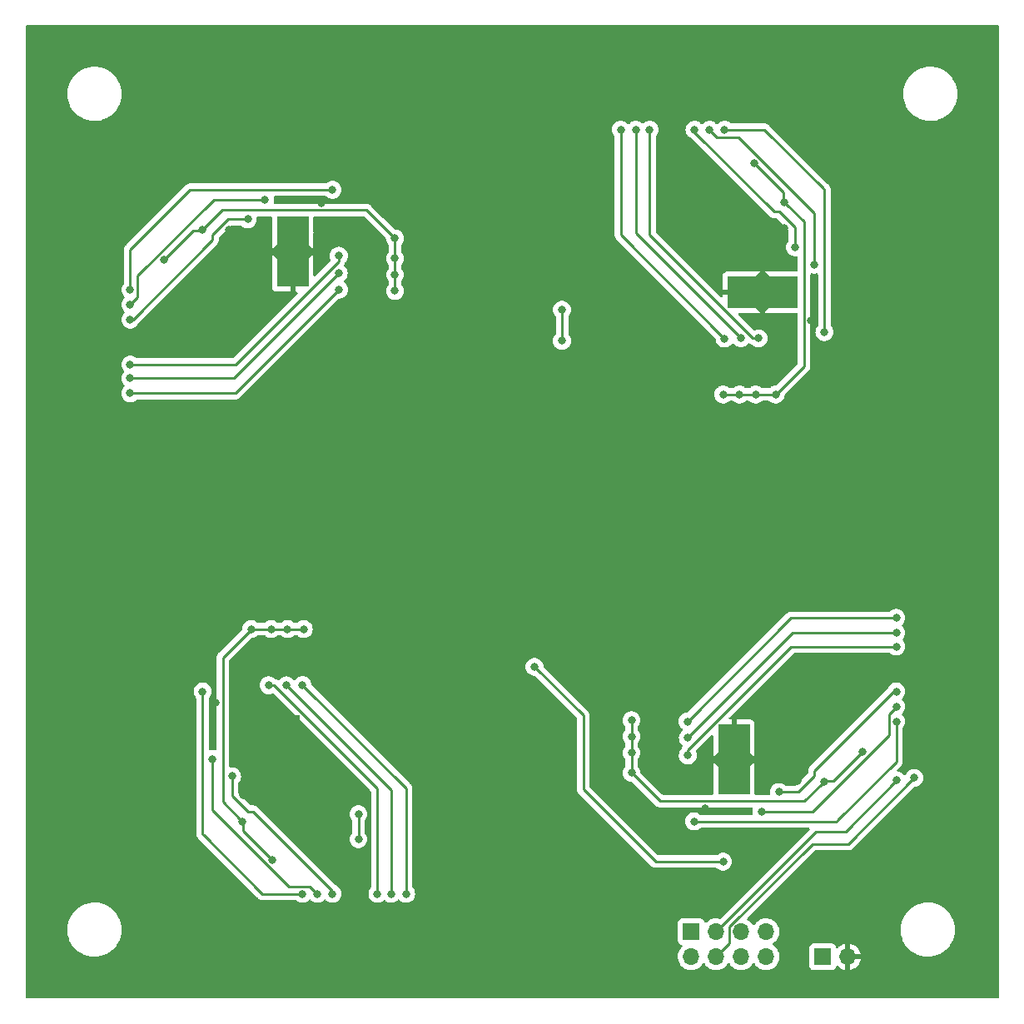
<source format=gbl>
G04 #@! TF.GenerationSoftware,KiCad,Pcbnew,6.0.7+dfsg-1build1*
G04 #@! TF.CreationDate,2023-04-07T12:23:54-07:00*
G04 #@! TF.ProjectId,Quad_Motor_Driver,51756164-5f4d-46f7-946f-725f44726976,rev?*
G04 #@! TF.SameCoordinates,Original*
G04 #@! TF.FileFunction,Copper,L2,Bot*
G04 #@! TF.FilePolarity,Positive*
%FSLAX46Y46*%
G04 Gerber Fmt 4.6, Leading zero omitted, Abs format (unit mm)*
G04 Created by KiCad (PCBNEW 6.0.7+dfsg-1build1) date 2023-04-07 12:23:54*
%MOMM*%
%LPD*%
G01*
G04 APERTURE LIST*
G04 #@! TA.AperFunction,ComponentPad*
%ADD10C,0.600000*%
G04 #@! TD*
G04 #@! TA.AperFunction,SMDPad,CuDef*
%ADD11R,3.200000X7.100000*%
G04 #@! TD*
G04 #@! TA.AperFunction,ComponentPad*
%ADD12R,1.700000X1.700000*%
G04 #@! TD*
G04 #@! TA.AperFunction,ComponentPad*
%ADD13O,1.700000X1.700000*%
G04 #@! TD*
G04 #@! TA.AperFunction,SMDPad,CuDef*
%ADD14R,7.100000X3.200000*%
G04 #@! TD*
G04 #@! TA.AperFunction,ViaPad*
%ADD15C,0.800000*%
G04 #@! TD*
G04 #@! TA.AperFunction,Conductor*
%ADD16C,0.250000*%
G04 #@! TD*
G04 APERTURE END LIST*
D10*
X48910000Y-47192000D03*
X47610000Y-40692000D03*
X48910000Y-45892000D03*
X47610000Y-45892000D03*
X47610000Y-44592000D03*
X47610000Y-41992000D03*
X48910000Y-44592000D03*
X46310000Y-43292000D03*
D11*
X47610000Y-43942000D03*
D10*
X48910000Y-43292000D03*
X46310000Y-45892000D03*
X46310000Y-44592000D03*
X48910000Y-40692000D03*
X46310000Y-47192000D03*
X46310000Y-40692000D03*
X47610000Y-47192000D03*
X48910000Y-41992000D03*
X46310000Y-41992000D03*
X47610000Y-43292000D03*
D12*
X88144000Y-113085000D03*
D13*
X88144000Y-115625000D03*
X90684000Y-113085000D03*
X90684000Y-115625000D03*
X93224000Y-113085000D03*
X93224000Y-115625000D03*
X95764000Y-113085000D03*
X95764000Y-115625000D03*
D12*
X101513677Y-115636684D03*
D13*
X104053677Y-115636684D03*
D10*
X92127000Y-46741000D03*
X94727000Y-46741000D03*
X98627000Y-48041000D03*
X93427000Y-49341000D03*
X97327000Y-46741000D03*
X96027000Y-48041000D03*
X97327000Y-49341000D03*
X94727000Y-48041000D03*
X93427000Y-46741000D03*
X92127000Y-49341000D03*
D14*
X95377000Y-48041000D03*
D10*
X97327000Y-48041000D03*
X93427000Y-48041000D03*
X96027000Y-46741000D03*
X94727000Y-49341000D03*
X98627000Y-49341000D03*
X98627000Y-46741000D03*
X92127000Y-48041000D03*
X96027000Y-49341000D03*
X44111000Y-94009000D03*
X46711000Y-91409000D03*
X44111000Y-91409000D03*
X46711000Y-94009000D03*
X42811000Y-94009000D03*
X42811000Y-91409000D03*
X42811000Y-92709000D03*
X48011000Y-92709000D03*
X45411000Y-92709000D03*
X41511000Y-92709000D03*
X46711000Y-92709000D03*
X45411000Y-94009000D03*
D14*
X44761000Y-92709000D03*
D10*
X44111000Y-92709000D03*
X48011000Y-94009000D03*
X41511000Y-94009000D03*
X41511000Y-91409000D03*
X45411000Y-91409000D03*
X48011000Y-91409000D03*
X91183000Y-93608000D03*
X93783000Y-98808000D03*
X93783000Y-94908000D03*
X93783000Y-93608000D03*
D11*
X92483000Y-95558000D03*
D10*
X92483000Y-98808000D03*
X91183000Y-94908000D03*
X92483000Y-94908000D03*
X91183000Y-92308000D03*
X92483000Y-93608000D03*
X92483000Y-97508000D03*
X92483000Y-96208000D03*
X91183000Y-96208000D03*
X91183000Y-97508000D03*
X93783000Y-97508000D03*
X93783000Y-92308000D03*
X92483000Y-92308000D03*
X93783000Y-96208000D03*
X91183000Y-98808000D03*
D15*
X42514000Y-101859000D03*
X48737000Y-82301000D03*
X45562000Y-105796000D03*
X45435000Y-82301000D03*
X47086000Y-82301000D03*
X43403000Y-82301000D03*
X49626000Y-80904000D03*
X100343500Y-50956000D03*
X42531549Y-99209549D03*
X31094000Y-52363000D03*
X59415000Y-48807000D03*
X86956000Y-31525000D03*
X50525000Y-38975500D03*
X38069000Y-105415000D03*
X39794500Y-89794000D03*
X41109451Y-41712549D03*
X53182000Y-109225000D03*
X108999000Y-87137000D03*
X34995000Y-36998000D03*
X90512000Y-59846000D03*
X80678000Y-90693000D03*
X98983549Y-97787451D03*
X93052000Y-38764000D03*
X89568000Y-100524500D03*
X101760000Y-93233000D03*
X38333000Y-46267000D03*
X47086000Y-101986000D03*
X105226000Y-104816000D03*
X102432000Y-35347000D03*
X97606451Y-41540451D03*
X54299000Y-103673000D03*
X54299000Y-101133000D03*
X109036000Y-97704000D03*
X110814000Y-97450000D03*
X75000000Y-49825000D03*
X75000000Y-53000000D03*
X72206000Y-86147000D03*
X91383000Y-105959000D03*
X101633000Y-97805000D03*
X82075000Y-93233000D03*
X82075000Y-96916000D03*
X82075000Y-94884000D03*
X105570000Y-94757000D03*
X82075000Y-91582000D03*
X91401000Y-58449000D03*
X93052000Y-58449000D03*
X94703000Y-58449000D03*
X94576000Y-34954000D03*
X96735000Y-58449000D03*
X97624000Y-38891000D03*
X58018000Y-46267000D03*
X34523000Y-44743000D03*
X58018000Y-42584000D03*
X58018000Y-44616000D03*
X58018000Y-47918000D03*
X38460000Y-41695000D03*
X48610000Y-109225000D03*
X38450000Y-88651000D03*
X50134000Y-109225000D03*
X39466000Y-95509000D03*
X51658000Y-109225000D03*
X41447367Y-97280008D03*
X45160500Y-88016000D03*
X56230000Y-109225000D03*
X46957053Y-88026305D03*
X57627000Y-109225000D03*
X59151000Y-109225000D03*
X48610500Y-87995238D03*
X88425000Y-101869000D03*
X108999000Y-91709000D03*
X95283000Y-100853000D03*
X108999000Y-90185000D03*
X97054008Y-98871633D03*
X108999000Y-88661000D03*
X108999000Y-84089000D03*
X87790000Y-95158500D03*
X87800305Y-93361947D03*
X108999000Y-82692000D03*
X87769238Y-91708500D03*
X108999000Y-81168000D03*
X101688000Y-52099000D03*
X91528000Y-31525000D03*
X100672000Y-45241000D03*
X90004000Y-31525000D03*
X88480000Y-31525000D03*
X98690633Y-43469992D03*
X83908000Y-31525000D03*
X94977500Y-52734000D03*
X93180947Y-52723695D03*
X82511000Y-31525000D03*
X80987000Y-31525000D03*
X91527500Y-52754762D03*
X31094000Y-47791000D03*
X51668000Y-37631000D03*
X31094000Y-49315000D03*
X44810000Y-38647000D03*
X43038992Y-40628367D03*
X31094000Y-50839000D03*
X52303000Y-44341500D03*
X31094000Y-55411000D03*
X31094000Y-56808000D03*
X52292695Y-46138053D03*
X52323762Y-47791500D03*
X31094000Y-58332000D03*
D16*
X42514000Y-101859000D02*
X42260000Y-101605000D01*
X42250695Y-101605000D02*
X40519000Y-99873305D01*
X42590206Y-102824913D02*
X42590206Y-101935206D01*
X40519000Y-99873305D02*
X40519000Y-85185000D01*
X43403000Y-82301000D02*
X45435000Y-82301000D01*
X47086000Y-82301000D02*
X48737000Y-82301000D01*
X42590913Y-102824913D02*
X42590206Y-102824913D01*
X43276000Y-103510000D02*
X45562000Y-105796000D01*
X40519000Y-85185000D02*
X43403000Y-82301000D01*
X43276000Y-103510000D02*
X42590913Y-102824913D01*
X42260000Y-101605000D02*
X42250695Y-101605000D01*
X42590206Y-101935206D02*
X42514000Y-101859000D01*
X45435000Y-82301000D02*
X47086000Y-82301000D01*
X54299000Y-103673000D02*
X54299000Y-101133000D01*
X109036000Y-97704000D02*
X103829000Y-102911000D01*
X103829000Y-102911000D02*
X100858000Y-102911000D01*
X100858000Y-102911000D02*
X90684000Y-113085000D01*
X110814000Y-97450000D02*
X104083000Y-104181000D01*
X92049000Y-112598299D02*
X92049000Y-114260000D01*
X104083000Y-104181000D02*
X100466299Y-104181000D01*
X100466299Y-104181000D02*
X92049000Y-112598299D01*
X92049000Y-114260000D02*
X90684000Y-115625000D01*
X75000000Y-53000000D02*
X75000000Y-49825000D01*
X84525000Y-105959000D02*
X91383000Y-105959000D01*
X77159000Y-98593000D02*
X83763000Y-105197000D01*
X72206000Y-86147000D02*
X77159000Y-91100000D01*
X77159000Y-91100000D02*
X77159000Y-97450000D01*
X77159000Y-97450000D02*
X77159000Y-98593000D01*
X83763000Y-105197000D02*
X84525000Y-105959000D01*
X84959000Y-99800000D02*
X82075000Y-96916000D01*
X101709206Y-97728794D02*
X101633000Y-97805000D01*
X102598913Y-97728087D02*
X102598913Y-97728794D01*
X103284000Y-97043000D02*
X102598913Y-97728087D01*
X103284000Y-97043000D02*
X105570000Y-94757000D01*
X82075000Y-93233000D02*
X82075000Y-91582000D01*
X82075000Y-94884000D02*
X82075000Y-93233000D01*
X101633000Y-97805000D02*
X101379000Y-98059000D01*
X82075000Y-96916000D02*
X82075000Y-94884000D01*
X102598913Y-97728794D02*
X101709206Y-97728794D01*
X101379000Y-98059000D02*
X101379000Y-98068305D01*
X101379000Y-98068305D02*
X99647305Y-99800000D01*
X99647305Y-99800000D02*
X84959000Y-99800000D01*
X97887305Y-39145000D02*
X99619000Y-40876695D01*
X96862000Y-37240000D02*
X94576000Y-34954000D01*
X94703000Y-58449000D02*
X93052000Y-58449000D01*
X97547087Y-37925087D02*
X97547794Y-37925087D01*
X99619000Y-55565000D02*
X96735000Y-58449000D01*
X97547794Y-37925087D02*
X97547794Y-38814794D01*
X96735000Y-58449000D02*
X94703000Y-58449000D01*
X97878000Y-39145000D02*
X97887305Y-39145000D01*
X93052000Y-58449000D02*
X91401000Y-58449000D01*
X97624000Y-38891000D02*
X97878000Y-39145000D01*
X96862000Y-37240000D02*
X97547087Y-37925087D01*
X99619000Y-40876695D02*
X99619000Y-55565000D01*
X97547794Y-38814794D02*
X97624000Y-38891000D01*
X40445695Y-39700000D02*
X55134000Y-39700000D01*
X36809000Y-42457000D02*
X34523000Y-44743000D01*
X38714000Y-41431695D02*
X40445695Y-39700000D01*
X36809000Y-42457000D02*
X37494087Y-41771913D01*
X58018000Y-44616000D02*
X58018000Y-46267000D01*
X38714000Y-41441000D02*
X38714000Y-41431695D01*
X37494087Y-41771913D02*
X37494087Y-41771206D01*
X58018000Y-46267000D02*
X58018000Y-47918000D01*
X58018000Y-42584000D02*
X58018000Y-44616000D01*
X38383794Y-41771206D02*
X38460000Y-41695000D01*
X37494087Y-41771206D02*
X38383794Y-41771206D01*
X55134000Y-39700000D02*
X58018000Y-42584000D01*
X38460000Y-41695000D02*
X38714000Y-41441000D01*
X38572347Y-103260653D02*
X44536695Y-109225000D01*
X38450000Y-103138305D02*
X38572347Y-103260653D01*
X44536695Y-109225000D02*
X48610000Y-109225000D01*
X38450000Y-88651000D02*
X38450000Y-103138306D01*
X38450000Y-103138306D02*
X38572347Y-103260653D01*
X49372000Y-108463000D02*
X50134000Y-109225000D01*
X39466000Y-100725305D02*
X47203695Y-108463000D01*
X39466000Y-95509000D02*
X39466000Y-100725305D01*
X47203695Y-108463000D02*
X49372000Y-108463000D01*
X43059000Y-100880000D02*
X43576305Y-100880000D01*
X43576305Y-100880000D02*
X51658000Y-108961695D01*
X51658000Y-108961695D02*
X51658000Y-109225000D01*
X41447367Y-97280008D02*
X41447367Y-99268367D01*
X41447367Y-99268367D02*
X43059000Y-100880000D01*
X45160500Y-88016000D02*
X45715000Y-88016000D01*
X56230000Y-98531000D02*
X56230000Y-109225000D01*
X45715000Y-88016000D02*
X56230000Y-98531000D01*
X46957053Y-88026305D02*
X57627000Y-98696252D01*
X57627000Y-98696252D02*
X57627000Y-109225000D01*
X59151000Y-98535738D02*
X59151000Y-109225000D01*
X48610500Y-87995238D02*
X59151000Y-98535738D01*
X103034653Y-101746653D02*
X108999000Y-95782305D01*
X108999000Y-95782305D02*
X108999000Y-91709000D01*
X88425000Y-101869000D02*
X102912306Y-101869000D01*
X102912306Y-101869000D02*
X103034653Y-101746653D01*
X102912305Y-101869000D02*
X103034653Y-101746653D01*
X95283000Y-100853000D02*
X100499305Y-100853000D01*
X108237000Y-90947000D02*
X108999000Y-90185000D01*
X108237000Y-93115305D02*
X108237000Y-90947000D01*
X100499305Y-100853000D02*
X108237000Y-93115305D01*
X100654000Y-96742695D02*
X108735695Y-88661000D01*
X100654000Y-97260000D02*
X100654000Y-96742695D01*
X108735695Y-88661000D02*
X108999000Y-88661000D01*
X99042367Y-98871633D02*
X100654000Y-97260000D01*
X97054008Y-98871633D02*
X99042367Y-98871633D01*
X87790000Y-95158500D02*
X87790000Y-94604000D01*
X87790000Y-94604000D02*
X98305000Y-84089000D01*
X98305000Y-84089000D02*
X108999000Y-84089000D01*
X87800305Y-93361947D02*
X98470252Y-82692000D01*
X98470252Y-82692000D02*
X108999000Y-82692000D01*
X87769238Y-91708500D02*
X98309738Y-81168000D01*
X98309738Y-81168000D02*
X108999000Y-81168000D01*
X101688000Y-52099000D02*
X101688000Y-37611694D01*
X101688000Y-37611694D02*
X101565653Y-37489347D01*
X95601305Y-31525000D02*
X91528000Y-31525000D01*
X101688000Y-37611695D02*
X101565653Y-37489347D01*
X101565653Y-37489347D02*
X95601305Y-31525000D01*
X100672000Y-40024695D02*
X92934305Y-32287000D01*
X92934305Y-32287000D02*
X90766000Y-32287000D01*
X100672000Y-45241000D02*
X100672000Y-40024695D01*
X90766000Y-32287000D02*
X90004000Y-31525000D01*
X98690633Y-43469992D02*
X98690633Y-41481633D01*
X98690633Y-41481633D02*
X97079000Y-39870000D01*
X96561695Y-39870000D02*
X88480000Y-31788305D01*
X97079000Y-39870000D02*
X96561695Y-39870000D01*
X88480000Y-31788305D02*
X88480000Y-31525000D01*
X83908000Y-42219000D02*
X83908000Y-31525000D01*
X94423000Y-52734000D02*
X83908000Y-42219000D01*
X94977500Y-52734000D02*
X94423000Y-52734000D01*
X93180947Y-52723695D02*
X82511000Y-42053748D01*
X82511000Y-42053748D02*
X82511000Y-31525000D01*
X91527500Y-52754762D02*
X80987000Y-42214262D01*
X80987000Y-42214262D02*
X80987000Y-31525000D01*
X37180695Y-37631000D02*
X37058347Y-37753347D01*
X37058347Y-37753347D02*
X31094000Y-43717695D01*
X37180694Y-37631000D02*
X37058347Y-37753347D01*
X51668000Y-37631000D02*
X37180694Y-37631000D01*
X31094000Y-43717695D02*
X31094000Y-47791000D01*
X39593695Y-38647000D02*
X31856000Y-46384695D01*
X44810000Y-38647000D02*
X39593695Y-38647000D01*
X31856000Y-48553000D02*
X31094000Y-49315000D01*
X31856000Y-46384695D02*
X31856000Y-48553000D01*
X31357305Y-50839000D02*
X31094000Y-50839000D01*
X41050633Y-40628367D02*
X39439000Y-42240000D01*
X43038992Y-40628367D02*
X41050633Y-40628367D01*
X39439000Y-42757305D02*
X31357305Y-50839000D01*
X39439000Y-42240000D02*
X39439000Y-42757305D01*
X52303000Y-44341500D02*
X52303000Y-44896000D01*
X52303000Y-44896000D02*
X41788000Y-55411000D01*
X41788000Y-55411000D02*
X31094000Y-55411000D01*
X52292695Y-46138053D02*
X41622748Y-56808000D01*
X41622748Y-56808000D02*
X31094000Y-56808000D01*
X41783262Y-58332000D02*
X31094000Y-58332000D01*
X52323762Y-47791500D02*
X41783262Y-58332000D01*
G04 #@! TA.AperFunction,Conductor*
G36*
X47204898Y-90401802D02*
G01*
X48864000Y-92060904D01*
X48864000Y-95001000D01*
X41152500Y-95253836D01*
X41152500Y-90302582D01*
X47204898Y-90401802D01*
G37*
G04 #@! TD.AperFunction*
G04 #@! TA.AperFunction,Conductor*
G36*
X98985500Y-45807000D02*
G01*
X98965498Y-45875121D01*
X98911842Y-45921614D01*
X98859500Y-45933000D01*
X98682878Y-45933000D01*
X98667960Y-45932114D01*
X98639671Y-45928741D01*
X98625673Y-45928643D01*
X98590784Y-45932310D01*
X98577614Y-45933000D01*
X97382878Y-45933000D01*
X97367960Y-45932114D01*
X97339670Y-45928741D01*
X97325672Y-45928643D01*
X97290782Y-45932310D01*
X97277612Y-45933000D01*
X96082879Y-45933000D01*
X96067961Y-45932114D01*
X96039670Y-45928741D01*
X96025672Y-45928643D01*
X95990781Y-45932310D01*
X95977612Y-45933000D01*
X95649115Y-45933000D01*
X95633876Y-45937475D01*
X95632671Y-45938865D01*
X95631000Y-45946548D01*
X95631000Y-45967674D01*
X95638531Y-45993321D01*
X96297115Y-46651905D01*
X96331141Y-46714217D01*
X96326076Y-46785032D01*
X96297115Y-46830095D01*
X96027000Y-47100210D01*
X95749023Y-47378188D01*
X95741409Y-47392132D01*
X95741540Y-47393967D01*
X95745790Y-47400580D01*
X96297115Y-47951905D01*
X96331141Y-48014217D01*
X96326076Y-48085032D01*
X96297115Y-48130095D01*
X96027000Y-48400210D01*
X95749023Y-48678188D01*
X95741409Y-48692132D01*
X95741540Y-48693967D01*
X95745790Y-48700580D01*
X96297115Y-49251905D01*
X96331141Y-49314217D01*
X96326076Y-49385032D01*
X96297115Y-49430095D01*
X96027000Y-49700210D01*
X95643812Y-50083399D01*
X95631000Y-50106861D01*
X95631000Y-50130884D01*
X95635475Y-50146123D01*
X95636865Y-50147328D01*
X95644548Y-50148999D01*
X95964611Y-50148999D01*
X95981277Y-50150106D01*
X96002991Y-50153004D01*
X96016986Y-50153297D01*
X96058500Y-50149518D01*
X96069921Y-50148999D01*
X97264611Y-50148999D01*
X97281276Y-50150106D01*
X97302991Y-50153004D01*
X97316986Y-50153297D01*
X97358502Y-50149518D01*
X97369923Y-50148999D01*
X98564609Y-50148999D01*
X98581273Y-50150106D01*
X98602989Y-50153004D01*
X98616986Y-50153297D01*
X98658503Y-50149518D01*
X98669923Y-50148999D01*
X98859500Y-50148999D01*
X98927621Y-50169001D01*
X98974114Y-50222657D01*
X98985500Y-50274999D01*
X98985500Y-50447418D01*
X92940384Y-50348318D01*
X92914973Y-50301783D01*
X92920038Y-50230968D01*
X92962585Y-50174132D01*
X93029105Y-50149321D01*
X93038094Y-50149000D01*
X93364617Y-50149000D01*
X93381281Y-50150107D01*
X93402990Y-50153003D01*
X93416986Y-50153297D01*
X93458495Y-50149519D01*
X93469915Y-50149000D01*
X94664617Y-50149000D01*
X94681280Y-50150107D01*
X94702989Y-50153003D01*
X94716987Y-50153297D01*
X94758497Y-50149519D01*
X94769916Y-50149000D01*
X95104885Y-50149000D01*
X95120124Y-50144525D01*
X95121329Y-50143135D01*
X95123000Y-50135452D01*
X95123000Y-50114326D01*
X95115469Y-50088679D01*
X94456885Y-49430095D01*
X94422859Y-49367783D01*
X94424694Y-49342131D01*
X95091408Y-49342131D01*
X95091539Y-49343966D01*
X95095789Y-49350578D01*
X95110191Y-49364980D01*
X95120276Y-49370487D01*
X95123000Y-49363184D01*
X95123000Y-49359674D01*
X95631000Y-49359674D01*
X95634237Y-49370699D01*
X95641328Y-49367461D01*
X95654979Y-49353811D01*
X95662592Y-49339869D01*
X95662461Y-49338034D01*
X95658211Y-49331422D01*
X95643809Y-49317020D01*
X95633724Y-49311513D01*
X95631000Y-49318816D01*
X95631000Y-49359674D01*
X95123000Y-49359674D01*
X95123000Y-49322326D01*
X95119763Y-49311301D01*
X95112672Y-49314539D01*
X95099021Y-49328189D01*
X95091408Y-49342131D01*
X94424694Y-49342131D01*
X94427924Y-49296968D01*
X94456885Y-49251905D01*
X94727000Y-48981790D01*
X95004977Y-48703812D01*
X95012591Y-48689868D01*
X95012460Y-48688033D01*
X95008212Y-48681423D01*
X94634601Y-48307811D01*
X94611139Y-48295000D01*
X91337116Y-48295000D01*
X91321877Y-48299475D01*
X91320672Y-48300865D01*
X91319001Y-48308548D01*
X91319001Y-48429907D01*
X91298999Y-48498028D01*
X91274000Y-48519690D01*
X91274000Y-48059674D01*
X95631000Y-48059674D01*
X95634237Y-48070699D01*
X95641328Y-48067461D01*
X95654979Y-48053811D01*
X95662592Y-48039869D01*
X95662461Y-48038034D01*
X95658211Y-48031422D01*
X95643809Y-48017020D01*
X95633724Y-48011513D01*
X95631000Y-48018816D01*
X95631000Y-48059674D01*
X91274000Y-48059674D01*
X91274000Y-46736660D01*
X91314654Y-46736660D01*
X91318399Y-46774860D01*
X91319000Y-46787155D01*
X91319000Y-47768885D01*
X91323475Y-47784124D01*
X91324865Y-47785329D01*
X91332548Y-47787000D01*
X94603675Y-47787000D01*
X94629320Y-47779470D01*
X94727000Y-47681790D01*
X95004977Y-47403812D01*
X95012591Y-47389868D01*
X95012460Y-47388033D01*
X95008210Y-47381420D01*
X94456885Y-46830095D01*
X94422859Y-46767783D01*
X94424694Y-46742131D01*
X95091408Y-46742131D01*
X95091539Y-46743966D01*
X95095789Y-46750578D01*
X95110191Y-46764980D01*
X95120276Y-46770487D01*
X95123000Y-46763184D01*
X95123000Y-46759674D01*
X95631000Y-46759674D01*
X95634237Y-46770699D01*
X95641328Y-46767461D01*
X95654979Y-46753811D01*
X95662592Y-46739869D01*
X95662461Y-46738034D01*
X95658211Y-46731422D01*
X95643809Y-46717020D01*
X95633724Y-46711513D01*
X95631000Y-46718816D01*
X95631000Y-46759674D01*
X95123000Y-46759674D01*
X95123000Y-46722326D01*
X95119763Y-46711301D01*
X95112672Y-46714539D01*
X95099021Y-46728189D01*
X95091408Y-46742131D01*
X94424694Y-46742131D01*
X94427924Y-46696968D01*
X94456885Y-46651905D01*
X94727000Y-46381790D01*
X95110188Y-45998601D01*
X95123000Y-45975139D01*
X95123000Y-45951116D01*
X95118525Y-45935877D01*
X95117135Y-45934672D01*
X95109452Y-45933001D01*
X94782884Y-45933001D01*
X94767964Y-45932115D01*
X94739669Y-45928741D01*
X94725673Y-45928643D01*
X94690778Y-45932311D01*
X94677607Y-45933001D01*
X93482885Y-45933001D01*
X93467966Y-45932115D01*
X93439670Y-45928741D01*
X93425673Y-45928643D01*
X93390777Y-45932311D01*
X93377606Y-45933001D01*
X92182886Y-45933001D01*
X92167967Y-45932115D01*
X92139670Y-45928741D01*
X92125673Y-45928643D01*
X92090775Y-45932311D01*
X92077605Y-45933001D01*
X91782331Y-45933001D01*
X91775510Y-45933371D01*
X91724648Y-45938895D01*
X91709396Y-45942521D01*
X91588946Y-45987676D01*
X91573351Y-45996214D01*
X91471276Y-46072715D01*
X91458715Y-46085276D01*
X91382214Y-46187351D01*
X91373676Y-46202946D01*
X91328522Y-46323394D01*
X91324895Y-46338649D01*
X91319369Y-46389514D01*
X91319000Y-46396328D01*
X91319000Y-46681875D01*
X91318006Y-46697667D01*
X91314850Y-46722653D01*
X91314654Y-46736660D01*
X91274000Y-46736660D01*
X91274000Y-45749000D01*
X98985500Y-45496164D01*
X98985500Y-45807000D01*
G37*
G04 #@! TD.AperFunction*
G04 #@! TA.AperFunction,Conductor*
G36*
X45444121Y-40353502D02*
G01*
X45490614Y-40407158D01*
X45502000Y-40459500D01*
X45502000Y-40632875D01*
X45501006Y-40648667D01*
X45497850Y-40673653D01*
X45497654Y-40687660D01*
X45501399Y-40725859D01*
X45502000Y-40738154D01*
X45502000Y-41932874D01*
X45501007Y-41948665D01*
X45497849Y-41973660D01*
X45497654Y-41987660D01*
X45501399Y-42025861D01*
X45502000Y-42038156D01*
X45502000Y-43232866D01*
X45501007Y-43248657D01*
X45497849Y-43273660D01*
X45497653Y-43287657D01*
X45501399Y-43325863D01*
X45502000Y-43338157D01*
X45502000Y-43669885D01*
X45506475Y-43685124D01*
X45507865Y-43686329D01*
X45515548Y-43688000D01*
X45536674Y-43688000D01*
X45545951Y-43685276D01*
X46280513Y-43685276D01*
X46287816Y-43688000D01*
X46328674Y-43688000D01*
X46337952Y-43685276D01*
X47580513Y-43685276D01*
X47587816Y-43688000D01*
X47628674Y-43688000D01*
X47637952Y-43685276D01*
X48880513Y-43685276D01*
X48887816Y-43688000D01*
X48928674Y-43688000D01*
X48939699Y-43684763D01*
X48936461Y-43677672D01*
X48922811Y-43664021D01*
X48908869Y-43656408D01*
X48907034Y-43656539D01*
X48900422Y-43660789D01*
X48886020Y-43675191D01*
X48880513Y-43685276D01*
X47637952Y-43685276D01*
X47639699Y-43684763D01*
X47636461Y-43677672D01*
X47622811Y-43664021D01*
X47608869Y-43656408D01*
X47607034Y-43656539D01*
X47600422Y-43660789D01*
X47586020Y-43675191D01*
X47580513Y-43685276D01*
X46337952Y-43685276D01*
X46339699Y-43684763D01*
X46336461Y-43677672D01*
X46322811Y-43664021D01*
X46308869Y-43656408D01*
X46307034Y-43656539D01*
X46300422Y-43660789D01*
X46286020Y-43675191D01*
X46280513Y-43685276D01*
X45545951Y-43685276D01*
X45562319Y-43680470D01*
X46220905Y-43021885D01*
X46283217Y-42987860D01*
X46354033Y-42992925D01*
X46399095Y-43021885D01*
X46947192Y-43569981D01*
X46961130Y-43577592D01*
X46962966Y-43577460D01*
X46969578Y-43573211D01*
X47520905Y-43021885D01*
X47583217Y-42987860D01*
X47654033Y-42992925D01*
X47699095Y-43021885D01*
X48247192Y-43569981D01*
X48261130Y-43577592D01*
X48262966Y-43577460D01*
X48269578Y-43573211D01*
X48820905Y-43021885D01*
X48883217Y-42987860D01*
X48954033Y-42992925D01*
X48999095Y-43021885D01*
X49652403Y-43675192D01*
X49675859Y-43688000D01*
X49699884Y-43688000D01*
X49715123Y-43683525D01*
X49716328Y-43682135D01*
X49717999Y-43674452D01*
X49717999Y-43357647D01*
X49719225Y-43340110D01*
X49722245Y-43318624D01*
X49722851Y-43310743D01*
X49723058Y-43295961D01*
X49722671Y-43288063D01*
X49718784Y-43253408D01*
X49717999Y-43239362D01*
X49717999Y-42057648D01*
X49719225Y-42040112D01*
X49722245Y-42018626D01*
X49722851Y-42010743D01*
X49723058Y-41995962D01*
X49722671Y-41988062D01*
X49718784Y-41953407D01*
X49717999Y-41939362D01*
X49717999Y-40757648D01*
X49719225Y-40740112D01*
X49722245Y-40718626D01*
X49722851Y-40710742D01*
X49723058Y-40695962D01*
X49722671Y-40688061D01*
X49718784Y-40653406D01*
X49717999Y-40639361D01*
X49717999Y-40459500D01*
X49738001Y-40391379D01*
X49791657Y-40344886D01*
X49843999Y-40333500D01*
X50016418Y-40333500D01*
X49917318Y-46378616D01*
X49870783Y-46404027D01*
X49799968Y-46398962D01*
X49743132Y-46356415D01*
X49718321Y-46289895D01*
X49718000Y-46280906D01*
X49718000Y-45957641D01*
X49719226Y-45940107D01*
X49722244Y-45918630D01*
X49722851Y-45910740D01*
X49723058Y-45895963D01*
X49722671Y-45888061D01*
X49718785Y-45853413D01*
X49718000Y-45839369D01*
X49718000Y-44657642D01*
X49719226Y-44640108D01*
X49722244Y-44618630D01*
X49722851Y-44610740D01*
X49723058Y-44595963D01*
X49722671Y-44588060D01*
X49718785Y-44553411D01*
X49718000Y-44539367D01*
X49718000Y-44214115D01*
X49713525Y-44198876D01*
X49712135Y-44197671D01*
X49704452Y-44196000D01*
X49683326Y-44196000D01*
X49657681Y-44203530D01*
X48999095Y-44862115D01*
X48936783Y-44896140D01*
X48865967Y-44891075D01*
X48820905Y-44862115D01*
X48272808Y-44314019D01*
X48258870Y-44306408D01*
X48257034Y-44306540D01*
X48250422Y-44310789D01*
X47876811Y-44684399D01*
X47864000Y-44707861D01*
X47864000Y-47981884D01*
X47868475Y-47997123D01*
X47869865Y-47998328D01*
X47877548Y-47999999D01*
X47998907Y-47999999D01*
X48067028Y-48020001D01*
X48088690Y-48045000D01*
X45318000Y-48045000D01*
X45289890Y-47187660D01*
X45497654Y-47187660D01*
X45501400Y-47225869D01*
X45502001Y-47238164D01*
X45502001Y-47536669D01*
X45502371Y-47543490D01*
X45507895Y-47594352D01*
X45511521Y-47609604D01*
X45556676Y-47730054D01*
X45565214Y-47745649D01*
X45641715Y-47847724D01*
X45654276Y-47860285D01*
X45756351Y-47936786D01*
X45771946Y-47945324D01*
X45892394Y-47990478D01*
X45907649Y-47994105D01*
X45958514Y-47999631D01*
X45965328Y-48000000D01*
X46247618Y-48000000D01*
X46264283Y-48001107D01*
X46285991Y-48004004D01*
X46299986Y-48004297D01*
X46341494Y-48000519D01*
X46352914Y-48000000D01*
X47337885Y-48000000D01*
X47353124Y-47995525D01*
X47354329Y-47994135D01*
X47356000Y-47986452D01*
X47356000Y-44715325D01*
X47348470Y-44689680D01*
X46972808Y-44314019D01*
X46958870Y-44306408D01*
X46957034Y-44306540D01*
X46950422Y-44310789D01*
X46669210Y-44592000D01*
X46399095Y-44862116D01*
X46336783Y-44896141D01*
X46265967Y-44891076D01*
X46220905Y-44862115D01*
X45950790Y-44592000D01*
X45567601Y-44208812D01*
X45550067Y-44199237D01*
X46280301Y-44199237D01*
X46283539Y-44206328D01*
X46297189Y-44219979D01*
X46311131Y-44227592D01*
X46312966Y-44227461D01*
X46319578Y-44223211D01*
X46333980Y-44208809D01*
X46339207Y-44199237D01*
X48880301Y-44199237D01*
X48883539Y-44206328D01*
X48897189Y-44219979D01*
X48911131Y-44227592D01*
X48912966Y-44227461D01*
X48919578Y-44223211D01*
X48933980Y-44208809D01*
X48939487Y-44198724D01*
X48932184Y-44196000D01*
X48891326Y-44196000D01*
X48880301Y-44199237D01*
X46339207Y-44199237D01*
X46339487Y-44198724D01*
X46332184Y-44196000D01*
X46291326Y-44196000D01*
X46280301Y-44199237D01*
X45550067Y-44199237D01*
X45544139Y-44196000D01*
X45520116Y-44196000D01*
X45504877Y-44200475D01*
X45503672Y-44201865D01*
X45502001Y-44209548D01*
X45502001Y-44532869D01*
X45501007Y-44548663D01*
X45497850Y-44573654D01*
X45497654Y-44587659D01*
X45501400Y-44625866D01*
X45502001Y-44638162D01*
X45502001Y-45832868D01*
X45501007Y-45848661D01*
X45497850Y-45873653D01*
X45497654Y-45887659D01*
X45501400Y-45925867D01*
X45502001Y-45938163D01*
X45502001Y-47132868D01*
X45501007Y-47148660D01*
X45497850Y-47173653D01*
X45497654Y-47187660D01*
X45289890Y-47187660D01*
X45065164Y-40333500D01*
X45376000Y-40333500D01*
X45444121Y-40353502D01*
G37*
G04 #@! TD.AperFunction*
G04 #@! TA.AperFunction,Conductor*
G36*
X95027836Y-99166500D02*
G01*
X94717000Y-99166500D01*
X94648879Y-99146498D01*
X94602386Y-99092842D01*
X94591000Y-99040500D01*
X94591000Y-98873640D01*
X94592226Y-98856104D01*
X94595245Y-98834625D01*
X94595851Y-98826741D01*
X94596058Y-98811962D01*
X94595671Y-98804061D01*
X94591785Y-98769414D01*
X94591000Y-98755369D01*
X94591000Y-97573641D01*
X94592226Y-97556107D01*
X94595244Y-97534630D01*
X94595851Y-97526740D01*
X94596058Y-97511963D01*
X94595671Y-97504061D01*
X94591785Y-97469413D01*
X94591000Y-97455369D01*
X94591000Y-96273642D01*
X94592226Y-96256108D01*
X94595244Y-96234630D01*
X94595851Y-96226740D01*
X94596058Y-96211963D01*
X94595671Y-96204060D01*
X94591785Y-96169411D01*
X94591000Y-96155367D01*
X94591000Y-95830115D01*
X94586525Y-95814876D01*
X94585135Y-95813671D01*
X94577452Y-95812000D01*
X94556326Y-95812000D01*
X94530681Y-95819530D01*
X94142210Y-96208000D01*
X93872095Y-96478116D01*
X93809783Y-96512141D01*
X93738967Y-96507076D01*
X93693905Y-96478115D01*
X93423790Y-96208000D01*
X93145812Y-95930023D01*
X93131868Y-95922409D01*
X93130033Y-95922540D01*
X93123423Y-95926788D01*
X92842210Y-96208000D01*
X92572095Y-96478116D01*
X92509783Y-96512141D01*
X92438967Y-96507076D01*
X92393905Y-96478115D01*
X92123790Y-96208000D01*
X91845812Y-95930023D01*
X91831868Y-95922409D01*
X91830033Y-95922540D01*
X91823423Y-95926788D01*
X91542210Y-96208000D01*
X91272095Y-96478116D01*
X91209783Y-96512141D01*
X91138967Y-96507076D01*
X91093905Y-96478115D01*
X90823790Y-96208000D01*
X90440601Y-95824812D01*
X90423067Y-95815237D01*
X91153301Y-95815237D01*
X91156539Y-95822328D01*
X91170189Y-95835979D01*
X91184131Y-95843592D01*
X91185966Y-95843461D01*
X91192578Y-95839211D01*
X91206980Y-95824809D01*
X91212207Y-95815237D01*
X92453301Y-95815237D01*
X92456539Y-95822328D01*
X92470189Y-95835979D01*
X92484131Y-95843592D01*
X92485966Y-95843461D01*
X92492578Y-95839211D01*
X92506980Y-95824809D01*
X92512207Y-95815237D01*
X93753301Y-95815237D01*
X93756539Y-95822328D01*
X93770189Y-95835979D01*
X93784131Y-95843592D01*
X93785966Y-95843461D01*
X93792578Y-95839211D01*
X93806980Y-95824809D01*
X93812487Y-95814724D01*
X93805184Y-95812000D01*
X93764326Y-95812000D01*
X93753301Y-95815237D01*
X92512207Y-95815237D01*
X92512487Y-95814724D01*
X92505184Y-95812000D01*
X92464326Y-95812000D01*
X92453301Y-95815237D01*
X91212207Y-95815237D01*
X91212487Y-95814724D01*
X91205184Y-95812000D01*
X91164326Y-95812000D01*
X91153301Y-95815237D01*
X90423067Y-95815237D01*
X90417139Y-95812000D01*
X90393116Y-95812000D01*
X90377877Y-95816475D01*
X90376672Y-95817865D01*
X90375001Y-95825548D01*
X90375001Y-96148869D01*
X90374007Y-96164663D01*
X90370850Y-96189654D01*
X90370654Y-96203659D01*
X90374400Y-96241866D01*
X90375001Y-96254162D01*
X90375001Y-97448868D01*
X90374007Y-97464661D01*
X90370850Y-97489653D01*
X90370654Y-97503659D01*
X90374400Y-97541867D01*
X90375001Y-97554163D01*
X90375001Y-98748868D01*
X90374007Y-98764660D01*
X90370850Y-98789653D01*
X90370654Y-98803660D01*
X90374400Y-98841869D01*
X90375001Y-98854164D01*
X90375001Y-99040500D01*
X90354999Y-99108621D01*
X90301343Y-99155114D01*
X90249001Y-99166500D01*
X90076582Y-99166500D01*
X90175682Y-93121384D01*
X90222217Y-93095973D01*
X90293032Y-93101038D01*
X90349868Y-93143585D01*
X90374679Y-93210105D01*
X90375000Y-93219094D01*
X90375000Y-93548874D01*
X90374007Y-93564665D01*
X90370849Y-93589660D01*
X90370654Y-93603660D01*
X90374399Y-93641861D01*
X90375000Y-93654156D01*
X90375000Y-94848866D01*
X90374007Y-94864657D01*
X90370849Y-94889660D01*
X90370653Y-94903657D01*
X90374399Y-94941863D01*
X90375000Y-94954157D01*
X90375000Y-95285885D01*
X90379475Y-95301124D01*
X90380865Y-95302329D01*
X90388548Y-95304000D01*
X90409674Y-95304000D01*
X90418951Y-95301276D01*
X91153513Y-95301276D01*
X91160816Y-95304000D01*
X91201674Y-95304000D01*
X91210952Y-95301276D01*
X93753513Y-95301276D01*
X93760816Y-95304000D01*
X93801674Y-95304000D01*
X93812699Y-95300763D01*
X93809461Y-95293672D01*
X93795811Y-95280021D01*
X93781869Y-95272408D01*
X93780034Y-95272539D01*
X93773422Y-95276789D01*
X93759020Y-95291191D01*
X93753513Y-95301276D01*
X91210952Y-95301276D01*
X91212699Y-95300763D01*
X91209461Y-95293672D01*
X91195811Y-95280021D01*
X91181869Y-95272408D01*
X91180034Y-95272539D01*
X91173422Y-95276789D01*
X91159020Y-95291191D01*
X91153513Y-95301276D01*
X90418951Y-95301276D01*
X90435319Y-95296470D01*
X91093905Y-94637885D01*
X91156217Y-94603860D01*
X91227033Y-94608925D01*
X91272095Y-94637885D01*
X91820192Y-95185981D01*
X91834130Y-95193592D01*
X91835966Y-95193460D01*
X91842578Y-95189211D01*
X92216189Y-94815601D01*
X92229000Y-94792139D01*
X92229000Y-94784675D01*
X92737000Y-94784675D01*
X92744530Y-94810320D01*
X93120192Y-95185981D01*
X93134130Y-95193592D01*
X93135966Y-95193460D01*
X93142578Y-95189211D01*
X93693905Y-94637885D01*
X93756217Y-94603860D01*
X93827033Y-94608925D01*
X93872095Y-94637885D01*
X94525403Y-95291192D01*
X94548859Y-95304000D01*
X94572884Y-95304000D01*
X94588123Y-95299525D01*
X94589328Y-95298135D01*
X94590999Y-95290452D01*
X94590999Y-94973647D01*
X94592225Y-94956110D01*
X94595245Y-94934624D01*
X94595851Y-94926743D01*
X94596058Y-94911961D01*
X94595671Y-94904063D01*
X94591784Y-94869408D01*
X94590999Y-94855362D01*
X94590999Y-93673648D01*
X94592225Y-93656112D01*
X94595245Y-93634626D01*
X94595851Y-93626743D01*
X94596058Y-93611962D01*
X94595671Y-93604062D01*
X94591784Y-93569407D01*
X94590999Y-93555362D01*
X94590999Y-92373648D01*
X94592225Y-92356112D01*
X94595245Y-92334626D01*
X94595851Y-92326742D01*
X94596058Y-92311962D01*
X94595671Y-92304061D01*
X94591784Y-92269406D01*
X94590999Y-92255361D01*
X94590999Y-91963331D01*
X94590629Y-91956510D01*
X94585105Y-91905648D01*
X94581479Y-91890396D01*
X94536324Y-91769946D01*
X94527786Y-91754351D01*
X94451285Y-91652276D01*
X94438724Y-91639715D01*
X94336649Y-91563214D01*
X94321054Y-91554676D01*
X94200606Y-91509522D01*
X94185351Y-91505895D01*
X94134486Y-91500369D01*
X94127672Y-91500000D01*
X93838877Y-91500000D01*
X93823959Y-91499114D01*
X93795670Y-91495741D01*
X93781673Y-91495643D01*
X93746783Y-91499310D01*
X93733613Y-91500000D01*
X92755115Y-91500000D01*
X92739876Y-91504475D01*
X92738671Y-91505865D01*
X92737000Y-91513548D01*
X92737000Y-94784675D01*
X92229000Y-94784675D01*
X92229000Y-91518116D01*
X92224525Y-91502877D01*
X92223135Y-91501672D01*
X92215452Y-91500001D01*
X92094093Y-91500001D01*
X92025972Y-91479999D01*
X92004310Y-91455000D01*
X94775000Y-91455000D01*
X95027836Y-99166500D01*
G37*
G04 #@! TD.AperFunction*
G04 #@! TA.AperFunction,Conductor*
G36*
X119377621Y-20903502D02*
G01*
X119424114Y-20957158D01*
X119435500Y-21009500D01*
X119435500Y-119740500D01*
X119415498Y-119808621D01*
X119361842Y-119855114D01*
X119309500Y-119866500D01*
X20578500Y-119866500D01*
X20510379Y-119846498D01*
X20463886Y-119792842D01*
X20452500Y-119740500D01*
X20452500Y-112846061D01*
X24680610Y-112846061D01*
X24681941Y-112872789D01*
X24695985Y-113154908D01*
X24697147Y-113178255D01*
X24697788Y-113181986D01*
X24697789Y-113181994D01*
X24731474Y-113378023D01*
X24753474Y-113506057D01*
X24754562Y-113509696D01*
X24754563Y-113509699D01*
X24836130Y-113782438D01*
X24848774Y-113824718D01*
X24850287Y-113828189D01*
X24850289Y-113828195D01*
X24909607Y-113964292D01*
X24981666Y-114129622D01*
X24983589Y-114132893D01*
X24983591Y-114132897D01*
X25024749Y-114202909D01*
X25150226Y-114416352D01*
X25152527Y-114419367D01*
X25349712Y-114677742D01*
X25349717Y-114677748D01*
X25352012Y-114680755D01*
X25584102Y-114919002D01*
X25843132Y-115127640D01*
X26125352Y-115303648D01*
X26426672Y-115444476D01*
X26742729Y-115548085D01*
X27068944Y-115612973D01*
X27072716Y-115613260D01*
X27072724Y-115613261D01*
X27396815Y-115637914D01*
X27396820Y-115637914D01*
X27400592Y-115638201D01*
X27732869Y-115623403D01*
X27743425Y-115621646D01*
X28057220Y-115569417D01*
X28057225Y-115569416D01*
X28060961Y-115568794D01*
X28380116Y-115475164D01*
X28383583Y-115473674D01*
X28383587Y-115473673D01*
X28682228Y-115345366D01*
X28682230Y-115345365D01*
X28685712Y-115343869D01*
X28973321Y-115176813D01*
X28976343Y-115174532D01*
X28976347Y-115174529D01*
X29235753Y-114978697D01*
X29235754Y-114978696D01*
X29238777Y-114976414D01*
X29455867Y-114767138D01*
X29475508Y-114748204D01*
X29475509Y-114748203D01*
X29478235Y-114745575D01*
X29688227Y-114487641D01*
X29816122Y-114284939D01*
X29863683Y-114209560D01*
X29863685Y-114209557D01*
X29865710Y-114206347D01*
X29877385Y-114181705D01*
X29976670Y-113972137D01*
X30008114Y-113905767D01*
X30113377Y-113590257D01*
X30179972Y-113264386D01*
X30206936Y-112932875D01*
X30207542Y-112875000D01*
X30206780Y-112862361D01*
X30187755Y-112546772D01*
X30187754Y-112546765D01*
X30187527Y-112542997D01*
X30134614Y-112253277D01*
X30128451Y-112219530D01*
X30128450Y-112219525D01*
X30127770Y-112215803D01*
X30117286Y-112182037D01*
X30039494Y-111931507D01*
X30029139Y-111898157D01*
X29893061Y-111594662D01*
X29746876Y-111351850D01*
X29723466Y-111312966D01*
X29723462Y-111312960D01*
X29721507Y-111309713D01*
X29719180Y-111306729D01*
X29719175Y-111306722D01*
X29519294Y-111050425D01*
X29519288Y-111050418D01*
X29516963Y-111047437D01*
X29282392Y-110811634D01*
X29021191Y-110605720D01*
X28737144Y-110432677D01*
X28616046Y-110377617D01*
X28437817Y-110296580D01*
X28437809Y-110296577D01*
X28434365Y-110295011D01*
X28117240Y-110194718D01*
X27894896Y-110152906D01*
X27794087Y-110133949D01*
X27794085Y-110133949D01*
X27790364Y-110133249D01*
X27458470Y-110111496D01*
X27454690Y-110111704D01*
X27454689Y-110111704D01*
X27356918Y-110117085D01*
X27126366Y-110129773D01*
X27122639Y-110130434D01*
X27122635Y-110130434D01*
X26863510Y-110176358D01*
X26798864Y-110187815D01*
X26795239Y-110188920D01*
X26795234Y-110188921D01*
X26587683Y-110252178D01*
X26480707Y-110284782D01*
X26477243Y-110286313D01*
X26477236Y-110286316D01*
X26290051Y-110369070D01*
X26176503Y-110419269D01*
X26173249Y-110421205D01*
X26173243Y-110421208D01*
X25893918Y-110587389D01*
X25890659Y-110589328D01*
X25627316Y-110792496D01*
X25390288Y-111025829D01*
X25183009Y-111285949D01*
X25008481Y-111569086D01*
X24869232Y-111871140D01*
X24868073Y-111874740D01*
X24868070Y-111874747D01*
X24789967Y-112117285D01*
X24767280Y-112187735D01*
X24766561Y-112191451D01*
X24766559Y-112191459D01*
X24718310Y-112440840D01*
X24704100Y-112514285D01*
X24703833Y-112518061D01*
X24703832Y-112518066D01*
X24694440Y-112650720D01*
X24681789Y-112829413D01*
X24680610Y-112846061D01*
X20452500Y-112846061D01*
X20452500Y-88651000D01*
X37536496Y-88651000D01*
X37537186Y-88657565D01*
X37553187Y-88809803D01*
X37556458Y-88840928D01*
X37615473Y-89022556D01*
X37618776Y-89028278D01*
X37618777Y-89028279D01*
X37624551Y-89038279D01*
X37710960Y-89187944D01*
X37784137Y-89269215D01*
X37814853Y-89333221D01*
X37816500Y-89353524D01*
X37816500Y-103059539D01*
X37815973Y-103070722D01*
X37814298Y-103078215D01*
X37814547Y-103086141D01*
X37814547Y-103086142D01*
X37816438Y-103146292D01*
X37816500Y-103150251D01*
X37816500Y-103178162D01*
X37816996Y-103182085D01*
X37817004Y-103182149D01*
X37817937Y-103193993D01*
X37819326Y-103238192D01*
X37821539Y-103245809D01*
X37824978Y-103257647D01*
X37828987Y-103277005D01*
X37831526Y-103297103D01*
X37834444Y-103304473D01*
X37834445Y-103304477D01*
X37847801Y-103338210D01*
X37851645Y-103349437D01*
X37853619Y-103356231D01*
X37853619Y-103356234D01*
X37853620Y-103356234D01*
X37863982Y-103391899D01*
X37868017Y-103398722D01*
X37868018Y-103398724D01*
X37874293Y-103409334D01*
X37882988Y-103427082D01*
X37890448Y-103445923D01*
X37895110Y-103452339D01*
X37895110Y-103452340D01*
X37916436Y-103481693D01*
X37922952Y-103491613D01*
X37945458Y-103529668D01*
X37959782Y-103543992D01*
X37972617Y-103559019D01*
X37984528Y-103575413D01*
X37990636Y-103580466D01*
X37990638Y-103580468D01*
X38018592Y-103603593D01*
X38027373Y-103611583D01*
X38095354Y-103679565D01*
X38152576Y-103736787D01*
X38152591Y-103736801D01*
X44033043Y-109617253D01*
X44040583Y-109625539D01*
X44044695Y-109632018D01*
X44050472Y-109637443D01*
X44094346Y-109678643D01*
X44097188Y-109681398D01*
X44116925Y-109701135D01*
X44120122Y-109703615D01*
X44129142Y-109711318D01*
X44161374Y-109741586D01*
X44168320Y-109745405D01*
X44168323Y-109745407D01*
X44179129Y-109751348D01*
X44195648Y-109762199D01*
X44211654Y-109774614D01*
X44218923Y-109777759D01*
X44218927Y-109777762D01*
X44252232Y-109792174D01*
X44262882Y-109797391D01*
X44301635Y-109818695D01*
X44309310Y-109820666D01*
X44309311Y-109820666D01*
X44321257Y-109823733D01*
X44339962Y-109830137D01*
X44358550Y-109838181D01*
X44366373Y-109839420D01*
X44366383Y-109839423D01*
X44402219Y-109845099D01*
X44413839Y-109847505D01*
X44448984Y-109856528D01*
X44456665Y-109858500D01*
X44476919Y-109858500D01*
X44496629Y-109860051D01*
X44516638Y-109863220D01*
X44524530Y-109862474D01*
X44560656Y-109859059D01*
X44572514Y-109858500D01*
X47901800Y-109858500D01*
X47969921Y-109878502D01*
X47989147Y-109894843D01*
X47989420Y-109894540D01*
X47994332Y-109898963D01*
X47998747Y-109903866D01*
X48153248Y-110016118D01*
X48159276Y-110018802D01*
X48159278Y-110018803D01*
X48321681Y-110091109D01*
X48327712Y-110093794D01*
X48412160Y-110111744D01*
X48508056Y-110132128D01*
X48508061Y-110132128D01*
X48514513Y-110133500D01*
X48705487Y-110133500D01*
X48711939Y-110132128D01*
X48711944Y-110132128D01*
X48807840Y-110111744D01*
X48892288Y-110093794D01*
X48898319Y-110091109D01*
X49060722Y-110018803D01*
X49060724Y-110018802D01*
X49066752Y-110016118D01*
X49221253Y-109903866D01*
X49278365Y-109840436D01*
X49338810Y-109803198D01*
X49409794Y-109804550D01*
X49465634Y-109840436D01*
X49522747Y-109903866D01*
X49677248Y-110016118D01*
X49683276Y-110018802D01*
X49683278Y-110018803D01*
X49845681Y-110091109D01*
X49851712Y-110093794D01*
X49936160Y-110111744D01*
X50032056Y-110132128D01*
X50032061Y-110132128D01*
X50038513Y-110133500D01*
X50229487Y-110133500D01*
X50235939Y-110132128D01*
X50235944Y-110132128D01*
X50331840Y-110111744D01*
X50416288Y-110093794D01*
X50422319Y-110091109D01*
X50584722Y-110018803D01*
X50584724Y-110018802D01*
X50590752Y-110016118D01*
X50745253Y-109903866D01*
X50802365Y-109840436D01*
X50862810Y-109803198D01*
X50933794Y-109804550D01*
X50989634Y-109840436D01*
X51046747Y-109903866D01*
X51201248Y-110016118D01*
X51207276Y-110018802D01*
X51207278Y-110018803D01*
X51369681Y-110091109D01*
X51375712Y-110093794D01*
X51460160Y-110111744D01*
X51556056Y-110132128D01*
X51556061Y-110132128D01*
X51562513Y-110133500D01*
X51753487Y-110133500D01*
X51759939Y-110132128D01*
X51759944Y-110132128D01*
X51855840Y-110111744D01*
X51940288Y-110093794D01*
X51946319Y-110091109D01*
X52108722Y-110018803D01*
X52108724Y-110018802D01*
X52114752Y-110016118D01*
X52269253Y-109903866D01*
X52305851Y-109863220D01*
X52392621Y-109766852D01*
X52392622Y-109766851D01*
X52397040Y-109761944D01*
X52492527Y-109596556D01*
X52551542Y-109414928D01*
X52571504Y-109225000D01*
X52551542Y-109035072D01*
X52492527Y-108853444D01*
X52397040Y-108688056D01*
X52359898Y-108646805D01*
X52273675Y-108551045D01*
X52273674Y-108551044D01*
X52269253Y-108546134D01*
X52114752Y-108433882D01*
X52108724Y-108431198D01*
X52108722Y-108431197D01*
X51976268Y-108372225D01*
X51938422Y-108346213D01*
X47265210Y-103673000D01*
X53385496Y-103673000D01*
X53405458Y-103862928D01*
X53464473Y-104044556D01*
X53559960Y-104209944D01*
X53687747Y-104351866D01*
X53842248Y-104464118D01*
X53848276Y-104466802D01*
X53848278Y-104466803D01*
X54010681Y-104539109D01*
X54016712Y-104541794D01*
X54110113Y-104561647D01*
X54197056Y-104580128D01*
X54197061Y-104580128D01*
X54203513Y-104581500D01*
X54394487Y-104581500D01*
X54400939Y-104580128D01*
X54400944Y-104580128D01*
X54487887Y-104561647D01*
X54581288Y-104541794D01*
X54587319Y-104539109D01*
X54749722Y-104466803D01*
X54749724Y-104466802D01*
X54755752Y-104464118D01*
X54910253Y-104351866D01*
X55038040Y-104209944D01*
X55133527Y-104044556D01*
X55192542Y-103862928D01*
X55212504Y-103673000D01*
X55198029Y-103535279D01*
X55193232Y-103489635D01*
X55193232Y-103489633D01*
X55192542Y-103483072D01*
X55133527Y-103301444D01*
X55038040Y-103136056D01*
X54964863Y-103054785D01*
X54934147Y-102990779D01*
X54932500Y-102970476D01*
X54932500Y-101835524D01*
X54952502Y-101767403D01*
X54964858Y-101751221D01*
X55038040Y-101669944D01*
X55133527Y-101504556D01*
X55192542Y-101322928D01*
X55212504Y-101133000D01*
X55192542Y-100943072D01*
X55133527Y-100761444D01*
X55038040Y-100596056D01*
X54910253Y-100454134D01*
X54755752Y-100341882D01*
X54749724Y-100339198D01*
X54749722Y-100339197D01*
X54587319Y-100266891D01*
X54587318Y-100266891D01*
X54581288Y-100264206D01*
X54475783Y-100241780D01*
X54400944Y-100225872D01*
X54400939Y-100225872D01*
X54394487Y-100224500D01*
X54203513Y-100224500D01*
X54197061Y-100225872D01*
X54197056Y-100225872D01*
X54122217Y-100241780D01*
X54016712Y-100264206D01*
X54010682Y-100266891D01*
X54010681Y-100266891D01*
X53848278Y-100339197D01*
X53848276Y-100339198D01*
X53842248Y-100341882D01*
X53687747Y-100454134D01*
X53559960Y-100596056D01*
X53464473Y-100761444D01*
X53405458Y-100943072D01*
X53385496Y-101133000D01*
X53405458Y-101322928D01*
X53464473Y-101504556D01*
X53559960Y-101669944D01*
X53633137Y-101751215D01*
X53663853Y-101815221D01*
X53665500Y-101835524D01*
X53665500Y-102970476D01*
X53645498Y-103038597D01*
X53633142Y-103054779D01*
X53559960Y-103136056D01*
X53464473Y-103301444D01*
X53405458Y-103483072D01*
X53404768Y-103489633D01*
X53404768Y-103489635D01*
X53399971Y-103535279D01*
X53385496Y-103673000D01*
X47265210Y-103673000D01*
X44079957Y-100487747D01*
X44072417Y-100479461D01*
X44068305Y-100472982D01*
X44053464Y-100459045D01*
X44018654Y-100426357D01*
X44015812Y-100423602D01*
X43996075Y-100403865D01*
X43992878Y-100401385D01*
X43983856Y-100393680D01*
X43951626Y-100363414D01*
X43944680Y-100359595D01*
X43944677Y-100359593D01*
X43933871Y-100353652D01*
X43917352Y-100342801D01*
X43916167Y-100341882D01*
X43901346Y-100330386D01*
X43894077Y-100327241D01*
X43894073Y-100327238D01*
X43860768Y-100312826D01*
X43850118Y-100307609D01*
X43811365Y-100286305D01*
X43791742Y-100281267D01*
X43773039Y-100274863D01*
X43761725Y-100269967D01*
X43761724Y-100269967D01*
X43754450Y-100266819D01*
X43746627Y-100265580D01*
X43746617Y-100265577D01*
X43710781Y-100259901D01*
X43699161Y-100257495D01*
X43664016Y-100248472D01*
X43664015Y-100248472D01*
X43656335Y-100246500D01*
X43636081Y-100246500D01*
X43616370Y-100244949D01*
X43604191Y-100243020D01*
X43596362Y-100241780D01*
X43588470Y-100242526D01*
X43552344Y-100245941D01*
X43540486Y-100246500D01*
X43373595Y-100246500D01*
X43305474Y-100226498D01*
X43284500Y-100209595D01*
X42117772Y-99042867D01*
X42083746Y-98980555D01*
X42080867Y-98953772D01*
X42080867Y-97982532D01*
X42100869Y-97914411D01*
X42113225Y-97898229D01*
X42186407Y-97816952D01*
X42281894Y-97651564D01*
X42340909Y-97469936D01*
X42342315Y-97456565D01*
X42360181Y-97286573D01*
X42360871Y-97280008D01*
X42350042Y-97176979D01*
X42341599Y-97096643D01*
X42341599Y-97096641D01*
X42340909Y-97090080D01*
X42281894Y-96908452D01*
X42274994Y-96896500D01*
X42244681Y-96843998D01*
X42186407Y-96743064D01*
X42175122Y-96730530D01*
X42063042Y-96606053D01*
X42063041Y-96606052D01*
X42058620Y-96601142D01*
X41904119Y-96488890D01*
X41898091Y-96486206D01*
X41898089Y-96486205D01*
X41735686Y-96413899D01*
X41735685Y-96413899D01*
X41729655Y-96411214D01*
X41636255Y-96391361D01*
X41549311Y-96372880D01*
X41549306Y-96372880D01*
X41542854Y-96371508D01*
X41351880Y-96371508D01*
X41345428Y-96372880D01*
X41345423Y-96372880D01*
X41304697Y-96381537D01*
X41233906Y-96376135D01*
X41177273Y-96333318D01*
X41152780Y-96266680D01*
X41152500Y-96258290D01*
X41152500Y-88016000D01*
X44246996Y-88016000D01*
X44266958Y-88205928D01*
X44325973Y-88387556D01*
X44421460Y-88552944D01*
X44549247Y-88694866D01*
X44703748Y-88807118D01*
X44709776Y-88809802D01*
X44709778Y-88809803D01*
X44802147Y-88850928D01*
X44878212Y-88884794D01*
X44971613Y-88904647D01*
X45058556Y-88923128D01*
X45058561Y-88923128D01*
X45065013Y-88924500D01*
X45255987Y-88924500D01*
X45262439Y-88923128D01*
X45262444Y-88923128D01*
X45349387Y-88904647D01*
X45442788Y-88884794D01*
X45533272Y-88844508D01*
X45603639Y-88835074D01*
X45667936Y-88865180D01*
X45673616Y-88870520D01*
X55559595Y-98756499D01*
X55593621Y-98818811D01*
X55596500Y-98845594D01*
X55596500Y-108522476D01*
X55576498Y-108590597D01*
X55564142Y-108606779D01*
X55490960Y-108688056D01*
X55395473Y-108853444D01*
X55336458Y-109035072D01*
X55316496Y-109225000D01*
X55336458Y-109414928D01*
X55395473Y-109596556D01*
X55490960Y-109761944D01*
X55495378Y-109766851D01*
X55495379Y-109766852D01*
X55582149Y-109863220D01*
X55618747Y-109903866D01*
X55773248Y-110016118D01*
X55779276Y-110018802D01*
X55779278Y-110018803D01*
X55941681Y-110091109D01*
X55947712Y-110093794D01*
X56032160Y-110111744D01*
X56128056Y-110132128D01*
X56128061Y-110132128D01*
X56134513Y-110133500D01*
X56325487Y-110133500D01*
X56331939Y-110132128D01*
X56331944Y-110132128D01*
X56427840Y-110111744D01*
X56512288Y-110093794D01*
X56518319Y-110091109D01*
X56680722Y-110018803D01*
X56680724Y-110018802D01*
X56686752Y-110016118D01*
X56841253Y-109903866D01*
X56844683Y-109900056D01*
X56908196Y-109869576D01*
X56978649Y-109878339D01*
X57012145Y-109899865D01*
X57015747Y-109903866D01*
X57170248Y-110016118D01*
X57176276Y-110018802D01*
X57176278Y-110018803D01*
X57338681Y-110091109D01*
X57344712Y-110093794D01*
X57429160Y-110111744D01*
X57525056Y-110132128D01*
X57525061Y-110132128D01*
X57531513Y-110133500D01*
X57722487Y-110133500D01*
X57728939Y-110132128D01*
X57728944Y-110132128D01*
X57824840Y-110111744D01*
X57909288Y-110093794D01*
X57915319Y-110091109D01*
X58077722Y-110018803D01*
X58077724Y-110018802D01*
X58083752Y-110016118D01*
X58238253Y-109903866D01*
X58295365Y-109840436D01*
X58355810Y-109803198D01*
X58426794Y-109804550D01*
X58482634Y-109840436D01*
X58539747Y-109903866D01*
X58694248Y-110016118D01*
X58700276Y-110018802D01*
X58700278Y-110018803D01*
X58862681Y-110091109D01*
X58868712Y-110093794D01*
X58953160Y-110111744D01*
X59049056Y-110132128D01*
X59049061Y-110132128D01*
X59055513Y-110133500D01*
X59246487Y-110133500D01*
X59252939Y-110132128D01*
X59252944Y-110132128D01*
X59348840Y-110111744D01*
X59433288Y-110093794D01*
X59439319Y-110091109D01*
X59601722Y-110018803D01*
X59601724Y-110018802D01*
X59607752Y-110016118D01*
X59762253Y-109903866D01*
X59798851Y-109863220D01*
X59885621Y-109766852D01*
X59885622Y-109766851D01*
X59890040Y-109761944D01*
X59985527Y-109596556D01*
X60044542Y-109414928D01*
X60064504Y-109225000D01*
X60044542Y-109035072D01*
X59985527Y-108853444D01*
X59890040Y-108688056D01*
X59816863Y-108606785D01*
X59786147Y-108542779D01*
X59784500Y-108522476D01*
X59784500Y-98614505D01*
X59785027Y-98603322D01*
X59786702Y-98595829D01*
X59784562Y-98527752D01*
X59784500Y-98523793D01*
X59784500Y-98495882D01*
X59783995Y-98491882D01*
X59783062Y-98480039D01*
X59781922Y-98443768D01*
X59781673Y-98435849D01*
X59776021Y-98416395D01*
X59772013Y-98397038D01*
X59770468Y-98384808D01*
X59770468Y-98384807D01*
X59769474Y-98376941D01*
X59765736Y-98367499D01*
X59753196Y-98335826D01*
X59749351Y-98324596D01*
X59739229Y-98289755D01*
X59739229Y-98289754D01*
X59737018Y-98282145D01*
X59732985Y-98275326D01*
X59732983Y-98275321D01*
X59726707Y-98264710D01*
X59718012Y-98246962D01*
X59710552Y-98228121D01*
X59684564Y-98192351D01*
X59678048Y-98182431D01*
X59659580Y-98151203D01*
X59659578Y-98151200D01*
X59655542Y-98144376D01*
X59641221Y-98130055D01*
X59628380Y-98115021D01*
X59621131Y-98105044D01*
X59616472Y-98098631D01*
X59582395Y-98070440D01*
X59573616Y-98062450D01*
X49557622Y-88046455D01*
X49523596Y-87984143D01*
X49521407Y-87970530D01*
X49521168Y-87968251D01*
X49509778Y-87859882D01*
X49504732Y-87811873D01*
X49504732Y-87811871D01*
X49504042Y-87805310D01*
X49445027Y-87623682D01*
X49349540Y-87458294D01*
X49345116Y-87453380D01*
X49226175Y-87321283D01*
X49226174Y-87321282D01*
X49221753Y-87316372D01*
X49067252Y-87204120D01*
X49061224Y-87201436D01*
X49061222Y-87201435D01*
X48898819Y-87129129D01*
X48898818Y-87129129D01*
X48892788Y-87126444D01*
X48799387Y-87106591D01*
X48712444Y-87088110D01*
X48712439Y-87088110D01*
X48705987Y-87086738D01*
X48515013Y-87086738D01*
X48508561Y-87088110D01*
X48508556Y-87088110D01*
X48421613Y-87106591D01*
X48328212Y-87126444D01*
X48322182Y-87129129D01*
X48322181Y-87129129D01*
X48159778Y-87201435D01*
X48159776Y-87201436D01*
X48153748Y-87204120D01*
X47999247Y-87316372D01*
X47871460Y-87458294D01*
X47870946Y-87459185D01*
X47816365Y-87501274D01*
X47745629Y-87507351D01*
X47682837Y-87474221D01*
X47677013Y-87468171D01*
X47675406Y-87466386D01*
X47568306Y-87347439D01*
X47413805Y-87235187D01*
X47407777Y-87232503D01*
X47407775Y-87232502D01*
X47245372Y-87160196D01*
X47245371Y-87160196D01*
X47239341Y-87157511D01*
X47145941Y-87137658D01*
X47058997Y-87119177D01*
X47058992Y-87119177D01*
X47052540Y-87117805D01*
X46861566Y-87117805D01*
X46855114Y-87119177D01*
X46855109Y-87119177D01*
X46768165Y-87137658D01*
X46674765Y-87157511D01*
X46668735Y-87160196D01*
X46668734Y-87160196D01*
X46506331Y-87232502D01*
X46506329Y-87232503D01*
X46500301Y-87235187D01*
X46345800Y-87347439D01*
X46240838Y-87464012D01*
X46236503Y-87468826D01*
X46176057Y-87506066D01*
X46105074Y-87504714D01*
X46082160Y-87494927D01*
X46077574Y-87492406D01*
X46072560Y-87489649D01*
X46056047Y-87478801D01*
X46050048Y-87474148D01*
X46040041Y-87466386D01*
X46032772Y-87463241D01*
X46032768Y-87463238D01*
X45999463Y-87448826D01*
X45988813Y-87443609D01*
X45950060Y-87422305D01*
X45930437Y-87417267D01*
X45911734Y-87410863D01*
X45900420Y-87405967D01*
X45900419Y-87405967D01*
X45893145Y-87402819D01*
X45885322Y-87401580D01*
X45885312Y-87401577D01*
X45864609Y-87398298D01*
X45800457Y-87367885D01*
X45790686Y-87358161D01*
X45776173Y-87342043D01*
X45771753Y-87337134D01*
X45749937Y-87321283D01*
X45622594Y-87228763D01*
X45622593Y-87228762D01*
X45617252Y-87224882D01*
X45611224Y-87222198D01*
X45611222Y-87222197D01*
X45448819Y-87149891D01*
X45448818Y-87149891D01*
X45442788Y-87147206D01*
X45345111Y-87126444D01*
X45262444Y-87108872D01*
X45262439Y-87108872D01*
X45255987Y-87107500D01*
X45065013Y-87107500D01*
X45058561Y-87108872D01*
X45058556Y-87108872D01*
X44975889Y-87126444D01*
X44878212Y-87147206D01*
X44872182Y-87149891D01*
X44872181Y-87149891D01*
X44709778Y-87222197D01*
X44709776Y-87222198D01*
X44703748Y-87224882D01*
X44549247Y-87337134D01*
X44544827Y-87342043D01*
X44544825Y-87342045D01*
X44435006Y-87464012D01*
X44421460Y-87479056D01*
X44325973Y-87644444D01*
X44266958Y-87826072D01*
X44266268Y-87832633D01*
X44266268Y-87832635D01*
X44250555Y-87982134D01*
X44246996Y-88016000D01*
X41152500Y-88016000D01*
X41152500Y-86147000D01*
X71292496Y-86147000D01*
X71312458Y-86336928D01*
X71371473Y-86518556D01*
X71466960Y-86683944D01*
X71594747Y-86825866D01*
X71749248Y-86938118D01*
X71755276Y-86940802D01*
X71755278Y-86940803D01*
X71917681Y-87013109D01*
X71923712Y-87015794D01*
X72017113Y-87035647D01*
X72104056Y-87054128D01*
X72104061Y-87054128D01*
X72110513Y-87055500D01*
X72166406Y-87055500D01*
X72234527Y-87075502D01*
X72255501Y-87092405D01*
X76488595Y-91325500D01*
X76522621Y-91387812D01*
X76525500Y-91414595D01*
X76525500Y-98514233D01*
X76524973Y-98525416D01*
X76523298Y-98532909D01*
X76523547Y-98540835D01*
X76523547Y-98540836D01*
X76525438Y-98600986D01*
X76525500Y-98604945D01*
X76525500Y-98632856D01*
X76525997Y-98636790D01*
X76525997Y-98636791D01*
X76526005Y-98636856D01*
X76526938Y-98648693D01*
X76528327Y-98692889D01*
X76533185Y-98709609D01*
X76533978Y-98712339D01*
X76537987Y-98731700D01*
X76540526Y-98751797D01*
X76543445Y-98759168D01*
X76543445Y-98759170D01*
X76556804Y-98792912D01*
X76560649Y-98804142D01*
X76567771Y-98828657D01*
X76572982Y-98846593D01*
X76577015Y-98853412D01*
X76577017Y-98853417D01*
X76583293Y-98864028D01*
X76591988Y-98881776D01*
X76599448Y-98900617D01*
X76604110Y-98907033D01*
X76604110Y-98907034D01*
X76625436Y-98936387D01*
X76631952Y-98946307D01*
X76654458Y-98984362D01*
X76668779Y-98998683D01*
X76681619Y-99013716D01*
X76693528Y-99030107D01*
X76699634Y-99035158D01*
X76727605Y-99058298D01*
X76736384Y-99066288D01*
X83258458Y-105588362D01*
X84021348Y-106351253D01*
X84028888Y-106359539D01*
X84033000Y-106366018D01*
X84038777Y-106371443D01*
X84082651Y-106412643D01*
X84085493Y-106415398D01*
X84105230Y-106435135D01*
X84108427Y-106437615D01*
X84117447Y-106445318D01*
X84149679Y-106475586D01*
X84156625Y-106479405D01*
X84156628Y-106479407D01*
X84167434Y-106485348D01*
X84183953Y-106496199D01*
X84199959Y-106508614D01*
X84207228Y-106511759D01*
X84207232Y-106511762D01*
X84240537Y-106526174D01*
X84251187Y-106531391D01*
X84289940Y-106552695D01*
X84297615Y-106554666D01*
X84297616Y-106554666D01*
X84309562Y-106557733D01*
X84328267Y-106564137D01*
X84346855Y-106572181D01*
X84354678Y-106573420D01*
X84354688Y-106573423D01*
X84390524Y-106579099D01*
X84402144Y-106581505D01*
X84437289Y-106590528D01*
X84444970Y-106592500D01*
X84465224Y-106592500D01*
X84484934Y-106594051D01*
X84504943Y-106597220D01*
X84512835Y-106596474D01*
X84548961Y-106593059D01*
X84560819Y-106592500D01*
X90674800Y-106592500D01*
X90742921Y-106612502D01*
X90762147Y-106628843D01*
X90762420Y-106628540D01*
X90767332Y-106632963D01*
X90771747Y-106637866D01*
X90926248Y-106750118D01*
X90932276Y-106752802D01*
X90932278Y-106752803D01*
X91094681Y-106825109D01*
X91100712Y-106827794D01*
X91194113Y-106847647D01*
X91281056Y-106866128D01*
X91281061Y-106866128D01*
X91287513Y-106867500D01*
X91478487Y-106867500D01*
X91484939Y-106866128D01*
X91484944Y-106866128D01*
X91571888Y-106847647D01*
X91665288Y-106827794D01*
X91671319Y-106825109D01*
X91833722Y-106752803D01*
X91833724Y-106752802D01*
X91839752Y-106750118D01*
X91994253Y-106637866D01*
X92030851Y-106597220D01*
X92117621Y-106500852D01*
X92117622Y-106500851D01*
X92122040Y-106495944D01*
X92217527Y-106330556D01*
X92276542Y-106148928D01*
X92296504Y-105959000D01*
X92276542Y-105769072D01*
X92217527Y-105587444D01*
X92122040Y-105422056D01*
X91994253Y-105280134D01*
X91839752Y-105167882D01*
X91833724Y-105165198D01*
X91833722Y-105165197D01*
X91671319Y-105092891D01*
X91671318Y-105092891D01*
X91665288Y-105090206D01*
X91571887Y-105070353D01*
X91484944Y-105051872D01*
X91484939Y-105051872D01*
X91478487Y-105050500D01*
X91287513Y-105050500D01*
X91281061Y-105051872D01*
X91281056Y-105051872D01*
X91194113Y-105070353D01*
X91100712Y-105090206D01*
X91094682Y-105092891D01*
X91094681Y-105092891D01*
X90932278Y-105165197D01*
X90932276Y-105165198D01*
X90926248Y-105167882D01*
X90920907Y-105171762D01*
X90920906Y-105171763D01*
X90800758Y-105259056D01*
X90771747Y-105280134D01*
X90767332Y-105285037D01*
X90762420Y-105289460D01*
X90761295Y-105288211D01*
X90707986Y-105321051D01*
X90674800Y-105325500D01*
X84839595Y-105325500D01*
X84771474Y-105305498D01*
X84750499Y-105288595D01*
X84470668Y-105008763D01*
X77829404Y-98367499D01*
X77795379Y-98305187D01*
X77792500Y-98278404D01*
X77792500Y-96916000D01*
X81161496Y-96916000D01*
X81162186Y-96922565D01*
X81179230Y-97084725D01*
X81181458Y-97105928D01*
X81240473Y-97287556D01*
X81335960Y-97452944D01*
X81340378Y-97457851D01*
X81340379Y-97457852D01*
X81427098Y-97554163D01*
X81463747Y-97594866D01*
X81618248Y-97707118D01*
X81624276Y-97709802D01*
X81624278Y-97709803D01*
X81647015Y-97719926D01*
X81792712Y-97784794D01*
X81886112Y-97804647D01*
X81973056Y-97823128D01*
X81973061Y-97823128D01*
X81979513Y-97824500D01*
X82035406Y-97824500D01*
X82103527Y-97844502D01*
X82124501Y-97861405D01*
X83290425Y-99027330D01*
X84455348Y-100192253D01*
X84462888Y-100200539D01*
X84467000Y-100207018D01*
X84472777Y-100212443D01*
X84516651Y-100253643D01*
X84519493Y-100256398D01*
X84539230Y-100276135D01*
X84542427Y-100278615D01*
X84551447Y-100286318D01*
X84583679Y-100316586D01*
X84590625Y-100320405D01*
X84590628Y-100320407D01*
X84601434Y-100326348D01*
X84617953Y-100337199D01*
X84633959Y-100349614D01*
X84641228Y-100352759D01*
X84641232Y-100352762D01*
X84674537Y-100367174D01*
X84685187Y-100372391D01*
X84723940Y-100393695D01*
X84731615Y-100395666D01*
X84731616Y-100395666D01*
X84743562Y-100398733D01*
X84762266Y-100405137D01*
X84765807Y-100406669D01*
X84780855Y-100413181D01*
X84788678Y-100414420D01*
X84788688Y-100414423D01*
X84824524Y-100420099D01*
X84836144Y-100422505D01*
X84871289Y-100431528D01*
X84878970Y-100433500D01*
X84899224Y-100433500D01*
X84918934Y-100435051D01*
X84938943Y-100438220D01*
X84946835Y-100437474D01*
X84982961Y-100434059D01*
X84994819Y-100433500D01*
X94290627Y-100433500D01*
X94358748Y-100453502D01*
X94405241Y-100507158D01*
X94415345Y-100577432D01*
X94410462Y-100598430D01*
X94389458Y-100663072D01*
X94369496Y-100853000D01*
X94370186Y-100859565D01*
X94387783Y-101026988D01*
X94389458Y-101042928D01*
X94391497Y-101049203D01*
X94391498Y-101049208D01*
X94398437Y-101070562D01*
X94400466Y-101141529D01*
X94363805Y-101202328D01*
X94300093Y-101233654D01*
X94278605Y-101235500D01*
X89133200Y-101235500D01*
X89065079Y-101215498D01*
X89045853Y-101199157D01*
X89045580Y-101199460D01*
X89040668Y-101195037D01*
X89036253Y-101190134D01*
X88881752Y-101077882D01*
X88875724Y-101075198D01*
X88875722Y-101075197D01*
X88713319Y-101002891D01*
X88713318Y-101002891D01*
X88707288Y-101000206D01*
X88613888Y-100980353D01*
X88526944Y-100961872D01*
X88526939Y-100961872D01*
X88520487Y-100960500D01*
X88329513Y-100960500D01*
X88323061Y-100961872D01*
X88323056Y-100961872D01*
X88236112Y-100980353D01*
X88142712Y-101000206D01*
X88136682Y-101002891D01*
X88136681Y-101002891D01*
X87974278Y-101075197D01*
X87974276Y-101075198D01*
X87968248Y-101077882D01*
X87813747Y-101190134D01*
X87809326Y-101195044D01*
X87809325Y-101195045D01*
X87775492Y-101232621D01*
X87685960Y-101332056D01*
X87590473Y-101497444D01*
X87531458Y-101679072D01*
X87511496Y-101869000D01*
X87531458Y-102058928D01*
X87590473Y-102240556D01*
X87685960Y-102405944D01*
X87690378Y-102410851D01*
X87690379Y-102410852D01*
X87805350Y-102538540D01*
X87813747Y-102547866D01*
X87968248Y-102660118D01*
X87974276Y-102662802D01*
X87974278Y-102662803D01*
X88082558Y-102711012D01*
X88142712Y-102737794D01*
X88236113Y-102757647D01*
X88323056Y-102776128D01*
X88323061Y-102776128D01*
X88329513Y-102777500D01*
X88520487Y-102777500D01*
X88526939Y-102776128D01*
X88526944Y-102776128D01*
X88613887Y-102757647D01*
X88707288Y-102737794D01*
X88767442Y-102711012D01*
X88875722Y-102662803D01*
X88875724Y-102662802D01*
X88881752Y-102660118D01*
X89036253Y-102547866D01*
X89040668Y-102542963D01*
X89045580Y-102538540D01*
X89046705Y-102539789D01*
X89100014Y-102506949D01*
X89133200Y-102502500D01*
X100066406Y-102502500D01*
X100134527Y-102522502D01*
X100181020Y-102576158D01*
X100191124Y-102646432D01*
X100161630Y-102711012D01*
X100155501Y-102717595D01*
X91141345Y-111731750D01*
X91079033Y-111765776D01*
X91030154Y-111766702D01*
X90817373Y-111728800D01*
X90817367Y-111728799D01*
X90812284Y-111727894D01*
X90738452Y-111726992D01*
X90594081Y-111725228D01*
X90594079Y-111725228D01*
X90588911Y-111725165D01*
X90368091Y-111758955D01*
X90155756Y-111828357D01*
X89957607Y-111931507D01*
X89953474Y-111934610D01*
X89953471Y-111934612D01*
X89783100Y-112062530D01*
X89778965Y-112065635D01*
X89722537Y-112124684D01*
X89698283Y-112150064D01*
X89636759Y-112185494D01*
X89565846Y-112182037D01*
X89508060Y-112140791D01*
X89489207Y-112107243D01*
X89447767Y-111996703D01*
X89444615Y-111988295D01*
X89357261Y-111871739D01*
X89240705Y-111784385D01*
X89104316Y-111733255D01*
X89042134Y-111726500D01*
X87245866Y-111726500D01*
X87183684Y-111733255D01*
X87047295Y-111784385D01*
X86930739Y-111871739D01*
X86843385Y-111988295D01*
X86792255Y-112124684D01*
X86785500Y-112186866D01*
X86785500Y-113983134D01*
X86792255Y-114045316D01*
X86843385Y-114181705D01*
X86930739Y-114298261D01*
X87047295Y-114385615D01*
X87055704Y-114388767D01*
X87055705Y-114388768D01*
X87164451Y-114429535D01*
X87221216Y-114472176D01*
X87245916Y-114538738D01*
X87230709Y-114608087D01*
X87211316Y-114634568D01*
X87112763Y-114737698D01*
X87084629Y-114767138D01*
X87081720Y-114771403D01*
X87081714Y-114771411D01*
X86996556Y-114896249D01*
X86958743Y-114951680D01*
X86943003Y-114985590D01*
X86878171Y-115125259D01*
X86864688Y-115154305D01*
X86804989Y-115369570D01*
X86781251Y-115591695D01*
X86781548Y-115596848D01*
X86781548Y-115596851D01*
X86787011Y-115691590D01*
X86794110Y-115814715D01*
X86795247Y-115819761D01*
X86795248Y-115819767D01*
X86816275Y-115913069D01*
X86843222Y-116032639D01*
X86927266Y-116239616D01*
X86978019Y-116322438D01*
X87041291Y-116425688D01*
X87043987Y-116430088D01*
X87190250Y-116598938D01*
X87362126Y-116741632D01*
X87555000Y-116854338D01*
X87559825Y-116856180D01*
X87559826Y-116856181D01*
X87589240Y-116867413D01*
X87763692Y-116934030D01*
X87768760Y-116935061D01*
X87768763Y-116935062D01*
X87867750Y-116955201D01*
X87982597Y-116978567D01*
X87987772Y-116978757D01*
X87987774Y-116978757D01*
X88200673Y-116986564D01*
X88200677Y-116986564D01*
X88205837Y-116986753D01*
X88210957Y-116986097D01*
X88210959Y-116986097D01*
X88422288Y-116959025D01*
X88422289Y-116959025D01*
X88427416Y-116958368D01*
X88477350Y-116943387D01*
X88636429Y-116895661D01*
X88636434Y-116895659D01*
X88641384Y-116894174D01*
X88841994Y-116795896D01*
X89023860Y-116666173D01*
X89182096Y-116508489D01*
X89241594Y-116425689D01*
X89312453Y-116327077D01*
X89313776Y-116328028D01*
X89360645Y-116284857D01*
X89430580Y-116272625D01*
X89496026Y-116300144D01*
X89523875Y-116331994D01*
X89583987Y-116430088D01*
X89730250Y-116598938D01*
X89902126Y-116741632D01*
X90095000Y-116854338D01*
X90099825Y-116856180D01*
X90099826Y-116856181D01*
X90129240Y-116867413D01*
X90303692Y-116934030D01*
X90308760Y-116935061D01*
X90308763Y-116935062D01*
X90407750Y-116955201D01*
X90522597Y-116978567D01*
X90527772Y-116978757D01*
X90527774Y-116978757D01*
X90740673Y-116986564D01*
X90740677Y-116986564D01*
X90745837Y-116986753D01*
X90750957Y-116986097D01*
X90750959Y-116986097D01*
X90962288Y-116959025D01*
X90962289Y-116959025D01*
X90967416Y-116958368D01*
X91017350Y-116943387D01*
X91176429Y-116895661D01*
X91176434Y-116895659D01*
X91181384Y-116894174D01*
X91381994Y-116795896D01*
X91563860Y-116666173D01*
X91722096Y-116508489D01*
X91781594Y-116425689D01*
X91852453Y-116327077D01*
X91853776Y-116328028D01*
X91900645Y-116284857D01*
X91970580Y-116272625D01*
X92036026Y-116300144D01*
X92063875Y-116331994D01*
X92123987Y-116430088D01*
X92270250Y-116598938D01*
X92442126Y-116741632D01*
X92635000Y-116854338D01*
X92639825Y-116856180D01*
X92639826Y-116856181D01*
X92669240Y-116867413D01*
X92843692Y-116934030D01*
X92848760Y-116935061D01*
X92848763Y-116935062D01*
X92947750Y-116955201D01*
X93062597Y-116978567D01*
X93067772Y-116978757D01*
X93067774Y-116978757D01*
X93280673Y-116986564D01*
X93280677Y-116986564D01*
X93285837Y-116986753D01*
X93290957Y-116986097D01*
X93290959Y-116986097D01*
X93502288Y-116959025D01*
X93502289Y-116959025D01*
X93507416Y-116958368D01*
X93557350Y-116943387D01*
X93716429Y-116895661D01*
X93716434Y-116895659D01*
X93721384Y-116894174D01*
X93921994Y-116795896D01*
X94103860Y-116666173D01*
X94262096Y-116508489D01*
X94321594Y-116425689D01*
X94392453Y-116327077D01*
X94393776Y-116328028D01*
X94440645Y-116284857D01*
X94510580Y-116272625D01*
X94576026Y-116300144D01*
X94603875Y-116331994D01*
X94663987Y-116430088D01*
X94810250Y-116598938D01*
X94982126Y-116741632D01*
X95175000Y-116854338D01*
X95179825Y-116856180D01*
X95179826Y-116856181D01*
X95209240Y-116867413D01*
X95383692Y-116934030D01*
X95388760Y-116935061D01*
X95388763Y-116935062D01*
X95487750Y-116955201D01*
X95602597Y-116978567D01*
X95607772Y-116978757D01*
X95607774Y-116978757D01*
X95820673Y-116986564D01*
X95820677Y-116986564D01*
X95825837Y-116986753D01*
X95830957Y-116986097D01*
X95830959Y-116986097D01*
X96042288Y-116959025D01*
X96042289Y-116959025D01*
X96047416Y-116958368D01*
X96097350Y-116943387D01*
X96256429Y-116895661D01*
X96256434Y-116895659D01*
X96261384Y-116894174D01*
X96461994Y-116795896D01*
X96643860Y-116666173D01*
X96775675Y-116534818D01*
X100155177Y-116534818D01*
X100161932Y-116597000D01*
X100213062Y-116733389D01*
X100300416Y-116849945D01*
X100416972Y-116937299D01*
X100553361Y-116988429D01*
X100615543Y-116995184D01*
X102411811Y-116995184D01*
X102473993Y-116988429D01*
X102610382Y-116937299D01*
X102726938Y-116849945D01*
X102814292Y-116733389D01*
X102858475Y-116615532D01*
X102901117Y-116558768D01*
X102967678Y-116534068D01*
X103037027Y-116549276D01*
X103071694Y-116577264D01*
X103096895Y-116606357D01*
X103104257Y-116613567D01*
X103268111Y-116749600D01*
X103276558Y-116755515D01*
X103460433Y-116862963D01*
X103469719Y-116867413D01*
X103668678Y-116943387D01*
X103678576Y-116946263D01*
X103781927Y-116967290D01*
X103795976Y-116966094D01*
X103799677Y-116955749D01*
X103799677Y-116955201D01*
X104307677Y-116955201D01*
X104311741Y-116969043D01*
X104325155Y-116971077D01*
X104331861Y-116970218D01*
X104341939Y-116968076D01*
X104545932Y-116906875D01*
X104555519Y-116903117D01*
X104746772Y-116809423D01*
X104755622Y-116804148D01*
X104929005Y-116680476D01*
X104936877Y-116673823D01*
X105087729Y-116523496D01*
X105094407Y-116515649D01*
X105218680Y-116342704D01*
X105223990Y-116333867D01*
X105318347Y-116142951D01*
X105322146Y-116133356D01*
X105384054Y-115929594D01*
X105386232Y-115919521D01*
X105387663Y-115908646D01*
X105385452Y-115894462D01*
X105372294Y-115890684D01*
X104325792Y-115890684D01*
X104310553Y-115895159D01*
X104309348Y-115896549D01*
X104307677Y-115904232D01*
X104307677Y-116955201D01*
X103799677Y-116955201D01*
X103799677Y-115364569D01*
X104307677Y-115364569D01*
X104312152Y-115379808D01*
X104313542Y-115381013D01*
X104321225Y-115382684D01*
X105372021Y-115382684D01*
X105385552Y-115378711D01*
X105386857Y-115369631D01*
X105344891Y-115202559D01*
X105341571Y-115192808D01*
X105256649Y-114997498D01*
X105251782Y-114988423D01*
X105136103Y-114809610D01*
X105129813Y-114801441D01*
X104986483Y-114643924D01*
X104978950Y-114636899D01*
X104811816Y-114504906D01*
X104803229Y-114499201D01*
X104616794Y-114396283D01*
X104607382Y-114392053D01*
X104406636Y-114320964D01*
X104396665Y-114318330D01*
X104325514Y-114305656D01*
X104312217Y-114307116D01*
X104307677Y-114321673D01*
X104307677Y-115364569D01*
X103799677Y-115364569D01*
X103799677Y-114319786D01*
X103795759Y-114306442D01*
X103781483Y-114304455D01*
X103743001Y-114310344D01*
X103732965Y-114312735D01*
X103530545Y-114378896D01*
X103521036Y-114382893D01*
X103332140Y-114481226D01*
X103323415Y-114486720D01*
X103153110Y-114614589D01*
X103145403Y-114621432D01*
X103068155Y-114702268D01*
X103006631Y-114737698D01*
X102935719Y-114734241D01*
X102877932Y-114692995D01*
X102859079Y-114659447D01*
X102817444Y-114548387D01*
X102814292Y-114539979D01*
X102726938Y-114423423D01*
X102610382Y-114336069D01*
X102473993Y-114284939D01*
X102411811Y-114278184D01*
X100615543Y-114278184D01*
X100553361Y-114284939D01*
X100416972Y-114336069D01*
X100300416Y-114423423D01*
X100213062Y-114539979D01*
X100161932Y-114676368D01*
X100155177Y-114738550D01*
X100155177Y-116534818D01*
X96775675Y-116534818D01*
X96802096Y-116508489D01*
X96861594Y-116425689D01*
X96929435Y-116331277D01*
X96932453Y-116327077D01*
X96953320Y-116284857D01*
X97029136Y-116131453D01*
X97029137Y-116131451D01*
X97031430Y-116126811D01*
X97096370Y-115913069D01*
X97125529Y-115691590D01*
X97125611Y-115688240D01*
X97127074Y-115628365D01*
X97127074Y-115628361D01*
X97127156Y-115625000D01*
X97108852Y-115402361D01*
X97054431Y-115185702D01*
X96965354Y-114980840D01*
X96923589Y-114916281D01*
X96846822Y-114797617D01*
X96846820Y-114797614D01*
X96844014Y-114793277D01*
X96693670Y-114628051D01*
X96689619Y-114624852D01*
X96689615Y-114624848D01*
X96522414Y-114492800D01*
X96522410Y-114492798D01*
X96518359Y-114489598D01*
X96477053Y-114466796D01*
X96427084Y-114416364D01*
X96412312Y-114346921D01*
X96437428Y-114280516D01*
X96464780Y-114253909D01*
X96526955Y-114209560D01*
X96643860Y-114126173D01*
X96802096Y-113968489D01*
X96932453Y-113787077D01*
X96953320Y-113744857D01*
X97029136Y-113591453D01*
X97029137Y-113591451D01*
X97031430Y-113586811D01*
X97096370Y-113373069D01*
X97125529Y-113151590D01*
X97127156Y-113085000D01*
X97108852Y-112862361D01*
X97104758Y-112846061D01*
X109430610Y-112846061D01*
X109431941Y-112872789D01*
X109445985Y-113154908D01*
X109447147Y-113178255D01*
X109447788Y-113181986D01*
X109447789Y-113181994D01*
X109481474Y-113378023D01*
X109503474Y-113506057D01*
X109504562Y-113509696D01*
X109504563Y-113509699D01*
X109586130Y-113782438D01*
X109598774Y-113824718D01*
X109600287Y-113828189D01*
X109600289Y-113828195D01*
X109659607Y-113964292D01*
X109731666Y-114129622D01*
X109733589Y-114132893D01*
X109733591Y-114132897D01*
X109774749Y-114202909D01*
X109900226Y-114416352D01*
X109902527Y-114419367D01*
X110099712Y-114677742D01*
X110099717Y-114677748D01*
X110102012Y-114680755D01*
X110334102Y-114919002D01*
X110593132Y-115127640D01*
X110875352Y-115303648D01*
X111176672Y-115444476D01*
X111492729Y-115548085D01*
X111818944Y-115612973D01*
X111822716Y-115613260D01*
X111822724Y-115613261D01*
X112146815Y-115637914D01*
X112146820Y-115637914D01*
X112150592Y-115638201D01*
X112482869Y-115623403D01*
X112493425Y-115621646D01*
X112807220Y-115569417D01*
X112807225Y-115569416D01*
X112810961Y-115568794D01*
X113130116Y-115475164D01*
X113133583Y-115473674D01*
X113133587Y-115473673D01*
X113432228Y-115345366D01*
X113432230Y-115345365D01*
X113435712Y-115343869D01*
X113723321Y-115176813D01*
X113726343Y-115174532D01*
X113726347Y-115174529D01*
X113985753Y-114978697D01*
X113985754Y-114978696D01*
X113988777Y-114976414D01*
X114205867Y-114767138D01*
X114225508Y-114748204D01*
X114225509Y-114748203D01*
X114228235Y-114745575D01*
X114438227Y-114487641D01*
X114566122Y-114284939D01*
X114613683Y-114209560D01*
X114613685Y-114209557D01*
X114615710Y-114206347D01*
X114627385Y-114181705D01*
X114726670Y-113972137D01*
X114758114Y-113905767D01*
X114863377Y-113590257D01*
X114929972Y-113264386D01*
X114956936Y-112932875D01*
X114957542Y-112875000D01*
X114956780Y-112862361D01*
X114937755Y-112546772D01*
X114937754Y-112546765D01*
X114937527Y-112542997D01*
X114884614Y-112253277D01*
X114878451Y-112219530D01*
X114878450Y-112219525D01*
X114877770Y-112215803D01*
X114867286Y-112182037D01*
X114789494Y-111931507D01*
X114779139Y-111898157D01*
X114643061Y-111594662D01*
X114496876Y-111351850D01*
X114473466Y-111312966D01*
X114473462Y-111312960D01*
X114471507Y-111309713D01*
X114469180Y-111306729D01*
X114469175Y-111306722D01*
X114269294Y-111050425D01*
X114269288Y-111050418D01*
X114266963Y-111047437D01*
X114032392Y-110811634D01*
X113771191Y-110605720D01*
X113487144Y-110432677D01*
X113366046Y-110377617D01*
X113187817Y-110296580D01*
X113187809Y-110296577D01*
X113184365Y-110295011D01*
X112867240Y-110194718D01*
X112644896Y-110152906D01*
X112544087Y-110133949D01*
X112544085Y-110133949D01*
X112540364Y-110133249D01*
X112208470Y-110111496D01*
X112204690Y-110111704D01*
X112204689Y-110111704D01*
X112106918Y-110117085D01*
X111876366Y-110129773D01*
X111872639Y-110130434D01*
X111872635Y-110130434D01*
X111613510Y-110176358D01*
X111548864Y-110187815D01*
X111545239Y-110188920D01*
X111545234Y-110188921D01*
X111337683Y-110252178D01*
X111230707Y-110284782D01*
X111227243Y-110286313D01*
X111227236Y-110286316D01*
X111040051Y-110369070D01*
X110926503Y-110419269D01*
X110923249Y-110421205D01*
X110923243Y-110421208D01*
X110643918Y-110587389D01*
X110640659Y-110589328D01*
X110377316Y-110792496D01*
X110140288Y-111025829D01*
X109933009Y-111285949D01*
X109758481Y-111569086D01*
X109619232Y-111871140D01*
X109618073Y-111874740D01*
X109618070Y-111874747D01*
X109539967Y-112117285D01*
X109517280Y-112187735D01*
X109516561Y-112191451D01*
X109516559Y-112191459D01*
X109468310Y-112440840D01*
X109454100Y-112514285D01*
X109453833Y-112518061D01*
X109453832Y-112518066D01*
X109444440Y-112650720D01*
X109431789Y-112829413D01*
X109430610Y-112846061D01*
X97104758Y-112846061D01*
X97054431Y-112645702D01*
X96965354Y-112440840D01*
X96844014Y-112253277D01*
X96693670Y-112088051D01*
X96689619Y-112084852D01*
X96689615Y-112084848D01*
X96522414Y-111952800D01*
X96522410Y-111952798D01*
X96518359Y-111949598D01*
X96513831Y-111947098D01*
X96417103Y-111893702D01*
X96322789Y-111841638D01*
X96317920Y-111839914D01*
X96317916Y-111839912D01*
X96117087Y-111768795D01*
X96117083Y-111768794D01*
X96112212Y-111767069D01*
X96107119Y-111766162D01*
X96107116Y-111766161D01*
X95897373Y-111728800D01*
X95897367Y-111728799D01*
X95892284Y-111727894D01*
X95818452Y-111726992D01*
X95674081Y-111725228D01*
X95674079Y-111725228D01*
X95668911Y-111725165D01*
X95448091Y-111758955D01*
X95235756Y-111828357D01*
X95037607Y-111931507D01*
X95033474Y-111934610D01*
X95033471Y-111934612D01*
X94863100Y-112062530D01*
X94858965Y-112065635D01*
X94855393Y-112069373D01*
X94747729Y-112182037D01*
X94704629Y-112227138D01*
X94597201Y-112384621D01*
X94542293Y-112429621D01*
X94471768Y-112437792D01*
X94408021Y-112406538D01*
X94387324Y-112382054D01*
X94306822Y-112257617D01*
X94306820Y-112257614D01*
X94304014Y-112253277D01*
X94153670Y-112088051D01*
X94149619Y-112084852D01*
X94149615Y-112084848D01*
X93982414Y-111952800D01*
X93982410Y-111952798D01*
X93978359Y-111949598D01*
X93973835Y-111947100D01*
X93973831Y-111947098D01*
X93877105Y-111893702D01*
X93827135Y-111843270D01*
X93812363Y-111773827D01*
X93837480Y-111707421D01*
X93848904Y-111694299D01*
X100691798Y-104851405D01*
X100754110Y-104817379D01*
X100780893Y-104814500D01*
X104004233Y-104814500D01*
X104015416Y-104815027D01*
X104022909Y-104816702D01*
X104030835Y-104816453D01*
X104030836Y-104816453D01*
X104090986Y-104814562D01*
X104094945Y-104814500D01*
X104122856Y-104814500D01*
X104126791Y-104814003D01*
X104126856Y-104813995D01*
X104138693Y-104813062D01*
X104170951Y-104812048D01*
X104174970Y-104811922D01*
X104182889Y-104811673D01*
X104202343Y-104806021D01*
X104221700Y-104802013D01*
X104233930Y-104800468D01*
X104233931Y-104800468D01*
X104241797Y-104799474D01*
X104249168Y-104796555D01*
X104249170Y-104796555D01*
X104282912Y-104783196D01*
X104294142Y-104779351D01*
X104328983Y-104769229D01*
X104328984Y-104769229D01*
X104336593Y-104767018D01*
X104343412Y-104762985D01*
X104343417Y-104762983D01*
X104354028Y-104756707D01*
X104371776Y-104748012D01*
X104390617Y-104740552D01*
X104426387Y-104714564D01*
X104436307Y-104708048D01*
X104467535Y-104689580D01*
X104467538Y-104689578D01*
X104474362Y-104685542D01*
X104488683Y-104671221D01*
X104503717Y-104658380D01*
X104513694Y-104651131D01*
X104520107Y-104646472D01*
X104548298Y-104612395D01*
X104556288Y-104603616D01*
X110764499Y-98395405D01*
X110826811Y-98361379D01*
X110853594Y-98358500D01*
X110909487Y-98358500D01*
X110915939Y-98357128D01*
X110915944Y-98357128D01*
X111021508Y-98334689D01*
X111096288Y-98318794D01*
X111161511Y-98289755D01*
X111264722Y-98243803D01*
X111264724Y-98243802D01*
X111270752Y-98241118D01*
X111278496Y-98235492D01*
X111351527Y-98182431D01*
X111425253Y-98128866D01*
X111437719Y-98115021D01*
X111548621Y-97991852D01*
X111548622Y-97991851D01*
X111553040Y-97986944D01*
X111648527Y-97821556D01*
X111707542Y-97639928D01*
X111727504Y-97450000D01*
X111710431Y-97287556D01*
X111708232Y-97266635D01*
X111708232Y-97266633D01*
X111707542Y-97260072D01*
X111648527Y-97078444D01*
X111620582Y-97030041D01*
X111567956Y-96938891D01*
X111553040Y-96913056D01*
X111425253Y-96771134D01*
X111270752Y-96658882D01*
X111264724Y-96656198D01*
X111264722Y-96656197D01*
X111102319Y-96583891D01*
X111102318Y-96583891D01*
X111096288Y-96581206D01*
X111002888Y-96561353D01*
X110915944Y-96542872D01*
X110915939Y-96542872D01*
X110909487Y-96541500D01*
X110718513Y-96541500D01*
X110712061Y-96542872D01*
X110712056Y-96542872D01*
X110625113Y-96561353D01*
X110531712Y-96581206D01*
X110525682Y-96583891D01*
X110525681Y-96583891D01*
X110363278Y-96656197D01*
X110363276Y-96656198D01*
X110357248Y-96658882D01*
X110202747Y-96771134D01*
X110074960Y-96913056D01*
X110060044Y-96938891D01*
X110007419Y-97030041D01*
X109979473Y-97078444D01*
X109971545Y-97102842D01*
X109931474Y-97161447D01*
X109866078Y-97189084D01*
X109796121Y-97176979D01*
X109758077Y-97148217D01*
X109647253Y-97025134D01*
X109522745Y-96934673D01*
X109498094Y-96916763D01*
X109498093Y-96916762D01*
X109492752Y-96912882D01*
X109486724Y-96910198D01*
X109486722Y-96910197D01*
X109324319Y-96837891D01*
X109324318Y-96837891D01*
X109318288Y-96835206D01*
X109152484Y-96799963D01*
X109090013Y-96766236D01*
X109055691Y-96704086D01*
X109060419Y-96633247D01*
X109089588Y-96587622D01*
X109391253Y-96285957D01*
X109399539Y-96278417D01*
X109406018Y-96274305D01*
X109417722Y-96261842D01*
X109452643Y-96224654D01*
X109455398Y-96221812D01*
X109475135Y-96202075D01*
X109477615Y-96198878D01*
X109485320Y-96189856D01*
X109510159Y-96163405D01*
X109515586Y-96157626D01*
X109519405Y-96150680D01*
X109519407Y-96150677D01*
X109525348Y-96139871D01*
X109536199Y-96123352D01*
X109543758Y-96113606D01*
X109548614Y-96107346D01*
X109551759Y-96100077D01*
X109551762Y-96100073D01*
X109566174Y-96066768D01*
X109571391Y-96056118D01*
X109592695Y-96017365D01*
X109597733Y-95997742D01*
X109604137Y-95979039D01*
X109609033Y-95967725D01*
X109609033Y-95967724D01*
X109612181Y-95960450D01*
X109613420Y-95952627D01*
X109613423Y-95952617D01*
X109619099Y-95916781D01*
X109621505Y-95905161D01*
X109630528Y-95870016D01*
X109630528Y-95870015D01*
X109632500Y-95862335D01*
X109632500Y-95842081D01*
X109634051Y-95822370D01*
X109635980Y-95810191D01*
X109637220Y-95802362D01*
X109633059Y-95758343D01*
X109632500Y-95746486D01*
X109632500Y-92411524D01*
X109652502Y-92343403D01*
X109664858Y-92327221D01*
X109738040Y-92245944D01*
X109833527Y-92080556D01*
X109892542Y-91898928D01*
X109893285Y-91891865D01*
X109911814Y-91715565D01*
X109912504Y-91709000D01*
X109898466Y-91575435D01*
X109893232Y-91525635D01*
X109893232Y-91525633D01*
X109892542Y-91519072D01*
X109833527Y-91337444D01*
X109738040Y-91172056D01*
X109633682Y-91056154D01*
X109611312Y-91031310D01*
X109580594Y-90967303D01*
X109589359Y-90896849D01*
X109611312Y-90862690D01*
X109733621Y-90726852D01*
X109733622Y-90726851D01*
X109738040Y-90721944D01*
X109833527Y-90556556D01*
X109892542Y-90374928D01*
X109912504Y-90185000D01*
X109892542Y-89995072D01*
X109833527Y-89813444D01*
X109738040Y-89648056D01*
X109611312Y-89507310D01*
X109580594Y-89443303D01*
X109589359Y-89372849D01*
X109611312Y-89338690D01*
X109733621Y-89202852D01*
X109733622Y-89202851D01*
X109738040Y-89197944D01*
X109833527Y-89032556D01*
X109892542Y-88850928D01*
X109894209Y-88835074D01*
X109911814Y-88667565D01*
X109912504Y-88661000D01*
X109892542Y-88471072D01*
X109833527Y-88289444D01*
X109827754Y-88279444D01*
X109796314Y-88224990D01*
X109738040Y-88124056D01*
X109610253Y-87982134D01*
X109455752Y-87869882D01*
X109449724Y-87867198D01*
X109449722Y-87867197D01*
X109287319Y-87794891D01*
X109287318Y-87794891D01*
X109281288Y-87792206D01*
X109187887Y-87772353D01*
X109100944Y-87753872D01*
X109100939Y-87753872D01*
X109094487Y-87752500D01*
X108903513Y-87752500D01*
X108897061Y-87753872D01*
X108897056Y-87753872D01*
X108810113Y-87772353D01*
X108716712Y-87792206D01*
X108710682Y-87794891D01*
X108710681Y-87794891D01*
X108548278Y-87867197D01*
X108548276Y-87867198D01*
X108542248Y-87869882D01*
X108387747Y-87982134D01*
X108259960Y-88124056D01*
X108201686Y-88224990D01*
X108170247Y-88279444D01*
X108164473Y-88289444D01*
X108162432Y-88295726D01*
X108162431Y-88295728D01*
X108151260Y-88330110D01*
X108120522Y-88380269D01*
X104188828Y-92311962D01*
X100261747Y-96239043D01*
X100253461Y-96246583D01*
X100246982Y-96250695D01*
X100241557Y-96256472D01*
X100200357Y-96300346D01*
X100197602Y-96303188D01*
X100177865Y-96322925D01*
X100175385Y-96326122D01*
X100167682Y-96335142D01*
X100137414Y-96367374D01*
X100133595Y-96374320D01*
X100133593Y-96374323D01*
X100127652Y-96385129D01*
X100116801Y-96401648D01*
X100104386Y-96417654D01*
X100101241Y-96424923D01*
X100101238Y-96424927D01*
X100086826Y-96458232D01*
X100081609Y-96468882D01*
X100060305Y-96507635D01*
X100058334Y-96515310D01*
X100058334Y-96515311D01*
X100055267Y-96527257D01*
X100048863Y-96545961D01*
X100040819Y-96564550D01*
X100039580Y-96572373D01*
X100039577Y-96572383D01*
X100033901Y-96608219D01*
X100031495Y-96619839D01*
X100020500Y-96662665D01*
X100020500Y-96682919D01*
X100018949Y-96702629D01*
X100015780Y-96722638D01*
X100016526Y-96730530D01*
X100019941Y-96766656D01*
X100020500Y-96778514D01*
X100020500Y-96945405D01*
X100000498Y-97013526D01*
X99983595Y-97034500D01*
X98816867Y-98201228D01*
X98754555Y-98235254D01*
X98727772Y-98238133D01*
X97762208Y-98238133D01*
X97694087Y-98218131D01*
X97674861Y-98201790D01*
X97674588Y-98202093D01*
X97669676Y-98197670D01*
X97665261Y-98192767D01*
X97544521Y-98105044D01*
X97516102Y-98084396D01*
X97516101Y-98084395D01*
X97510760Y-98080515D01*
X97504732Y-98077831D01*
X97504730Y-98077830D01*
X97342327Y-98005524D01*
X97342326Y-98005524D01*
X97336296Y-98002839D01*
X97240760Y-97982532D01*
X97155952Y-97964505D01*
X97155947Y-97964505D01*
X97149495Y-97963133D01*
X96958521Y-97963133D01*
X96952069Y-97964505D01*
X96952064Y-97964505D01*
X96867256Y-97982532D01*
X96771720Y-98002839D01*
X96765690Y-98005524D01*
X96765689Y-98005524D01*
X96603286Y-98077830D01*
X96603284Y-98077831D01*
X96597256Y-98080515D01*
X96591915Y-98084395D01*
X96591914Y-98084396D01*
X96563495Y-98105044D01*
X96442755Y-98192767D01*
X96438334Y-98197677D01*
X96438333Y-98197678D01*
X96328045Y-98320166D01*
X96314968Y-98334689D01*
X96219481Y-98500077D01*
X96160466Y-98681705D01*
X96159776Y-98688266D01*
X96159776Y-98688268D01*
X96146776Y-98811962D01*
X96140504Y-98871633D01*
X96141194Y-98878198D01*
X96156868Y-99027330D01*
X96144096Y-99097168D01*
X96095594Y-99149015D01*
X96031558Y-99166500D01*
X94717000Y-99166500D01*
X94648879Y-99146498D01*
X94602386Y-99092842D01*
X94591000Y-99040500D01*
X94591000Y-98873640D01*
X94592226Y-98856104D01*
X94595245Y-98834625D01*
X94595851Y-98826741D01*
X94596058Y-98811962D01*
X94595671Y-98804061D01*
X94591785Y-98769414D01*
X94591000Y-98755369D01*
X94591000Y-97573641D01*
X94592226Y-97556107D01*
X94595244Y-97534630D01*
X94595851Y-97526740D01*
X94596058Y-97511963D01*
X94595671Y-97504061D01*
X94591785Y-97469413D01*
X94591000Y-97455369D01*
X94591000Y-96273642D01*
X94592226Y-96256108D01*
X94595244Y-96234630D01*
X94595851Y-96226740D01*
X94596058Y-96211963D01*
X94595671Y-96204060D01*
X94591785Y-96169411D01*
X94591000Y-96155367D01*
X94591000Y-95830115D01*
X94586525Y-95814876D01*
X94585135Y-95813671D01*
X94577452Y-95812000D01*
X94556326Y-95812000D01*
X94530681Y-95819530D01*
X94142210Y-96208000D01*
X93872095Y-96478116D01*
X93809783Y-96512141D01*
X93738967Y-96507076D01*
X93693905Y-96478115D01*
X93423790Y-96208000D01*
X93145812Y-95930023D01*
X93131868Y-95922409D01*
X93130033Y-95922540D01*
X93123423Y-95926788D01*
X92842210Y-96208000D01*
X92572095Y-96478116D01*
X92509783Y-96512141D01*
X92438967Y-96507076D01*
X92393905Y-96478115D01*
X92123790Y-96208000D01*
X91845812Y-95930023D01*
X91831868Y-95922409D01*
X91830033Y-95922540D01*
X91823423Y-95926788D01*
X91542210Y-96208000D01*
X91272095Y-96478116D01*
X91209783Y-96512141D01*
X91138967Y-96507076D01*
X91093905Y-96478115D01*
X90823790Y-96208000D01*
X90440601Y-95824812D01*
X90423067Y-95815237D01*
X91153301Y-95815237D01*
X91156539Y-95822328D01*
X91170189Y-95835979D01*
X91184131Y-95843592D01*
X91185966Y-95843461D01*
X91192578Y-95839211D01*
X91206980Y-95824809D01*
X91212207Y-95815237D01*
X92453301Y-95815237D01*
X92456539Y-95822328D01*
X92470189Y-95835979D01*
X92484131Y-95843592D01*
X92485966Y-95843461D01*
X92492578Y-95839211D01*
X92506980Y-95824809D01*
X92512207Y-95815237D01*
X93753301Y-95815237D01*
X93756539Y-95822328D01*
X93770189Y-95835979D01*
X93784131Y-95843592D01*
X93785966Y-95843461D01*
X93792578Y-95839211D01*
X93806980Y-95824809D01*
X93812487Y-95814724D01*
X93805184Y-95812000D01*
X93764326Y-95812000D01*
X93753301Y-95815237D01*
X92512207Y-95815237D01*
X92512487Y-95814724D01*
X92505184Y-95812000D01*
X92464326Y-95812000D01*
X92453301Y-95815237D01*
X91212207Y-95815237D01*
X91212487Y-95814724D01*
X91205184Y-95812000D01*
X91164326Y-95812000D01*
X91153301Y-95815237D01*
X90423067Y-95815237D01*
X90417139Y-95812000D01*
X90393116Y-95812000D01*
X90377877Y-95816475D01*
X90376672Y-95817865D01*
X90375001Y-95825548D01*
X90375001Y-96148869D01*
X90374007Y-96164663D01*
X90370850Y-96189654D01*
X90370654Y-96203659D01*
X90374400Y-96241866D01*
X90375001Y-96254162D01*
X90375001Y-97448868D01*
X90374007Y-97464661D01*
X90370850Y-97489653D01*
X90370654Y-97503659D01*
X90374400Y-97541867D01*
X90375001Y-97554163D01*
X90375001Y-98748868D01*
X90374007Y-98764660D01*
X90370850Y-98789653D01*
X90370654Y-98803660D01*
X90374400Y-98841869D01*
X90375001Y-98854164D01*
X90375001Y-99040500D01*
X90354999Y-99108621D01*
X90301343Y-99155114D01*
X90249001Y-99166500D01*
X85273594Y-99166500D01*
X85205473Y-99146498D01*
X85184499Y-99129595D01*
X83022122Y-96967217D01*
X82988096Y-96904905D01*
X82985907Y-96891292D01*
X82969232Y-96732635D01*
X82969232Y-96732633D01*
X82968542Y-96726072D01*
X82909527Y-96544444D01*
X82814040Y-96379056D01*
X82740863Y-96297785D01*
X82710147Y-96233779D01*
X82708500Y-96213476D01*
X82708500Y-95586524D01*
X82728502Y-95518403D01*
X82740858Y-95502221D01*
X82814040Y-95420944D01*
X82882523Y-95302329D01*
X82906223Y-95261279D01*
X82906224Y-95261278D01*
X82909527Y-95255556D01*
X82968542Y-95073928D01*
X82978926Y-94975135D01*
X82987814Y-94890565D01*
X82988504Y-94884000D01*
X82968542Y-94694072D01*
X82909527Y-94512444D01*
X82814040Y-94347056D01*
X82740863Y-94265785D01*
X82710147Y-94201779D01*
X82708500Y-94181476D01*
X82708500Y-93935524D01*
X82728502Y-93867403D01*
X82740858Y-93851221D01*
X82814040Y-93769944D01*
X82909527Y-93604556D01*
X82968542Y-93422928D01*
X82988504Y-93233000D01*
X82977678Y-93129999D01*
X82969232Y-93049635D01*
X82969232Y-93049633D01*
X82968542Y-93043072D01*
X82909527Y-92861444D01*
X82814040Y-92696056D01*
X82740863Y-92614785D01*
X82710147Y-92550779D01*
X82708500Y-92530476D01*
X82708500Y-92284524D01*
X82728502Y-92216403D01*
X82740858Y-92200221D01*
X82814040Y-92118944D01*
X82872314Y-92018010D01*
X82906223Y-91959279D01*
X82906224Y-91959278D01*
X82909527Y-91953556D01*
X82968542Y-91771928D01*
X82970390Y-91754351D01*
X82975209Y-91708500D01*
X86855734Y-91708500D01*
X86875696Y-91898428D01*
X86934711Y-92080056D01*
X87030198Y-92245444D01*
X87034616Y-92250351D01*
X87034617Y-92250352D01*
X87129844Y-92356112D01*
X87157985Y-92387366D01*
X87163327Y-92391247D01*
X87163329Y-92391249D01*
X87194465Y-92413870D01*
X87236725Y-92444574D01*
X87280078Y-92500795D01*
X87286153Y-92571531D01*
X87253022Y-92634323D01*
X87236724Y-92648445D01*
X87189052Y-92683081D01*
X87061265Y-92825003D01*
X86965778Y-92990391D01*
X86906763Y-93172019D01*
X86886801Y-93361947D01*
X86906763Y-93551875D01*
X86965778Y-93733503D01*
X87061265Y-93898891D01*
X87065683Y-93903798D01*
X87065684Y-93903799D01*
X87094249Y-93935524D01*
X87189052Y-94040813D01*
X87227588Y-94068811D01*
X87233268Y-94072938D01*
X87276622Y-94129161D01*
X87282697Y-94199897D01*
X87269622Y-94235574D01*
X87263654Y-94246430D01*
X87252801Y-94262953D01*
X87240386Y-94278959D01*
X87237241Y-94286228D01*
X87237238Y-94286232D01*
X87222826Y-94319537D01*
X87217609Y-94330187D01*
X87196305Y-94368940D01*
X87192068Y-94385444D01*
X87191267Y-94388562D01*
X87184863Y-94407266D01*
X87176819Y-94425855D01*
X87175579Y-94433684D01*
X87175578Y-94433687D01*
X87171908Y-94456853D01*
X87141097Y-94521448D01*
X87050960Y-94621556D01*
X86955473Y-94786944D01*
X86896458Y-94968572D01*
X86895768Y-94975133D01*
X86895768Y-94975135D01*
X86885385Y-95073928D01*
X86876496Y-95158500D01*
X86877186Y-95165065D01*
X86890365Y-95290452D01*
X86896458Y-95348428D01*
X86955473Y-95530056D01*
X86958776Y-95535778D01*
X86958777Y-95535779D01*
X86976353Y-95566221D01*
X87050960Y-95695444D01*
X87055378Y-95700351D01*
X87055379Y-95700352D01*
X87167441Y-95824809D01*
X87178747Y-95837366D01*
X87333248Y-95949618D01*
X87339276Y-95952302D01*
X87339278Y-95952303D01*
X87501681Y-96024609D01*
X87507712Y-96027294D01*
X87601112Y-96047147D01*
X87688056Y-96065628D01*
X87688061Y-96065628D01*
X87694513Y-96067000D01*
X87885487Y-96067000D01*
X87891939Y-96065628D01*
X87891944Y-96065628D01*
X87978888Y-96047147D01*
X88072288Y-96027294D01*
X88078319Y-96024609D01*
X88240722Y-95952303D01*
X88240724Y-95952302D01*
X88246752Y-95949618D01*
X88401253Y-95837366D01*
X88412559Y-95824809D01*
X88524621Y-95700352D01*
X88524622Y-95700351D01*
X88529040Y-95695444D01*
X88603647Y-95566221D01*
X88621223Y-95535779D01*
X88621224Y-95535778D01*
X88624527Y-95530056D01*
X88683542Y-95348428D01*
X88689636Y-95290452D01*
X88702814Y-95165065D01*
X88703504Y-95158500D01*
X88694615Y-95073928D01*
X88684232Y-94975135D01*
X88684232Y-94975133D01*
X88683542Y-94968572D01*
X88633838Y-94815601D01*
X88626568Y-94793225D01*
X88626567Y-94793224D01*
X88624527Y-94786944D01*
X88621726Y-94782092D01*
X88612341Y-94712093D01*
X88642448Y-94647796D01*
X88647787Y-94642117D01*
X90159905Y-93129999D01*
X90222217Y-93095973D01*
X90293032Y-93101038D01*
X90349868Y-93143585D01*
X90374679Y-93210105D01*
X90375000Y-93219094D01*
X90375000Y-93548874D01*
X90374007Y-93564665D01*
X90370849Y-93589660D01*
X90370654Y-93603660D01*
X90374399Y-93641861D01*
X90375000Y-93654156D01*
X90375000Y-94848866D01*
X90374007Y-94864657D01*
X90370849Y-94889660D01*
X90370653Y-94903657D01*
X90374399Y-94941863D01*
X90375000Y-94954157D01*
X90375000Y-95285885D01*
X90379475Y-95301124D01*
X90380865Y-95302329D01*
X90388548Y-95304000D01*
X90409674Y-95304000D01*
X90418951Y-95301276D01*
X91153513Y-95301276D01*
X91160816Y-95304000D01*
X91201674Y-95304000D01*
X91210952Y-95301276D01*
X93753513Y-95301276D01*
X93760816Y-95304000D01*
X93801674Y-95304000D01*
X93812699Y-95300763D01*
X93809461Y-95293672D01*
X93795811Y-95280021D01*
X93781869Y-95272408D01*
X93780034Y-95272539D01*
X93773422Y-95276789D01*
X93759020Y-95291191D01*
X93753513Y-95301276D01*
X91210952Y-95301276D01*
X91212699Y-95300763D01*
X91209461Y-95293672D01*
X91195811Y-95280021D01*
X91181869Y-95272408D01*
X91180034Y-95272539D01*
X91173422Y-95276789D01*
X91159020Y-95291191D01*
X91153513Y-95301276D01*
X90418951Y-95301276D01*
X90435319Y-95296470D01*
X91093905Y-94637885D01*
X91156217Y-94603860D01*
X91227033Y-94608925D01*
X91272095Y-94637885D01*
X91820192Y-95185981D01*
X91834130Y-95193592D01*
X91835966Y-95193460D01*
X91842578Y-95189211D01*
X92216189Y-94815601D01*
X92229000Y-94792139D01*
X92229000Y-94784675D01*
X92737000Y-94784675D01*
X92744530Y-94810320D01*
X93120192Y-95185981D01*
X93134130Y-95193592D01*
X93135966Y-95193460D01*
X93142578Y-95189211D01*
X93693905Y-94637885D01*
X93756217Y-94603860D01*
X93827033Y-94608925D01*
X93872095Y-94637885D01*
X94525403Y-95291192D01*
X94548859Y-95304000D01*
X94572884Y-95304000D01*
X94588123Y-95299525D01*
X94589328Y-95298135D01*
X94590999Y-95290452D01*
X94590999Y-94973647D01*
X94592225Y-94956110D01*
X94595245Y-94934624D01*
X94595851Y-94926743D01*
X94596058Y-94911961D01*
X94595671Y-94904063D01*
X94591784Y-94869408D01*
X94590999Y-94855362D01*
X94590999Y-93673648D01*
X94592225Y-93656112D01*
X94595245Y-93634626D01*
X94595851Y-93626743D01*
X94596058Y-93611962D01*
X94595671Y-93604062D01*
X94591784Y-93569407D01*
X94590999Y-93555362D01*
X94590999Y-92373648D01*
X94592225Y-92356112D01*
X94595245Y-92334626D01*
X94595851Y-92326742D01*
X94596058Y-92311962D01*
X94595671Y-92304061D01*
X94591784Y-92269406D01*
X94590999Y-92255361D01*
X94590999Y-91963331D01*
X94590629Y-91956510D01*
X94585105Y-91905648D01*
X94581479Y-91890396D01*
X94536324Y-91769946D01*
X94527786Y-91754351D01*
X94451285Y-91652276D01*
X94438724Y-91639715D01*
X94336649Y-91563214D01*
X94321054Y-91554676D01*
X94200606Y-91509522D01*
X94185351Y-91505895D01*
X94134486Y-91500369D01*
X94127672Y-91500000D01*
X93838877Y-91500000D01*
X93823959Y-91499114D01*
X93795670Y-91495741D01*
X93781673Y-91495643D01*
X93746783Y-91499310D01*
X93733613Y-91500000D01*
X92755115Y-91500000D01*
X92739876Y-91504475D01*
X92738671Y-91505865D01*
X92737000Y-91513548D01*
X92737000Y-94784675D01*
X92229000Y-94784675D01*
X92229000Y-91518116D01*
X92224525Y-91502877D01*
X92223135Y-91501672D01*
X92215452Y-91500001D01*
X92094093Y-91500001D01*
X92025972Y-91479999D01*
X91979479Y-91426343D01*
X91969375Y-91356069D01*
X91998869Y-91291489D01*
X92004998Y-91284906D01*
X98530499Y-84759405D01*
X98592811Y-84725379D01*
X98619594Y-84722500D01*
X108290800Y-84722500D01*
X108358921Y-84742502D01*
X108378147Y-84758843D01*
X108378420Y-84758540D01*
X108383332Y-84762963D01*
X108387747Y-84767866D01*
X108400937Y-84777449D01*
X108514502Y-84859959D01*
X108542248Y-84880118D01*
X108548276Y-84882802D01*
X108548278Y-84882803D01*
X108710681Y-84955109D01*
X108716712Y-84957794D01*
X108810112Y-84977647D01*
X108897056Y-84996128D01*
X108897061Y-84996128D01*
X108903513Y-84997500D01*
X109094487Y-84997500D01*
X109100939Y-84996128D01*
X109100944Y-84996128D01*
X109187888Y-84977647D01*
X109281288Y-84957794D01*
X109287319Y-84955109D01*
X109449722Y-84882803D01*
X109449724Y-84882802D01*
X109455752Y-84880118D01*
X109483499Y-84859959D01*
X109543138Y-84816628D01*
X109610253Y-84767866D01*
X109633091Y-84742502D01*
X109733621Y-84630852D01*
X109733622Y-84630851D01*
X109738040Y-84625944D01*
X109833527Y-84460556D01*
X109892542Y-84278928D01*
X109912504Y-84089000D01*
X109892542Y-83899072D01*
X109833527Y-83717444D01*
X109738040Y-83552056D01*
X109668485Y-83474808D01*
X109637770Y-83410803D01*
X109646533Y-83340350D01*
X109668484Y-83306194D01*
X109738040Y-83228944D01*
X109796314Y-83128010D01*
X109830223Y-83069279D01*
X109830224Y-83069278D01*
X109833527Y-83063556D01*
X109892542Y-82881928D01*
X109912504Y-82692000D01*
X109892542Y-82502072D01*
X109833527Y-82320444D01*
X109738040Y-82155056D01*
X109611312Y-82014310D01*
X109580594Y-81950303D01*
X109589359Y-81879849D01*
X109611312Y-81845690D01*
X109733621Y-81709852D01*
X109733622Y-81709851D01*
X109738040Y-81704944D01*
X109833527Y-81539556D01*
X109892542Y-81357928D01*
X109912504Y-81168000D01*
X109892542Y-80978072D01*
X109833527Y-80796444D01*
X109738040Y-80631056D01*
X109721882Y-80613110D01*
X109614675Y-80494045D01*
X109614674Y-80494044D01*
X109610253Y-80489134D01*
X109455752Y-80376882D01*
X109449724Y-80374198D01*
X109449722Y-80374197D01*
X109287319Y-80301891D01*
X109287318Y-80301891D01*
X109281288Y-80299206D01*
X109187887Y-80279353D01*
X109100944Y-80260872D01*
X109100939Y-80260872D01*
X109094487Y-80259500D01*
X108903513Y-80259500D01*
X108897061Y-80260872D01*
X108897056Y-80260872D01*
X108810113Y-80279353D01*
X108716712Y-80299206D01*
X108710682Y-80301891D01*
X108710681Y-80301891D01*
X108548278Y-80374197D01*
X108548276Y-80374198D01*
X108542248Y-80376882D01*
X108387747Y-80489134D01*
X108383332Y-80494037D01*
X108378420Y-80498460D01*
X108377295Y-80497211D01*
X108323986Y-80530051D01*
X108290800Y-80534500D01*
X98388505Y-80534500D01*
X98377322Y-80533973D01*
X98369829Y-80532298D01*
X98361903Y-80532547D01*
X98361902Y-80532547D01*
X98301752Y-80534438D01*
X98297793Y-80534500D01*
X98269882Y-80534500D01*
X98265948Y-80534997D01*
X98265947Y-80534997D01*
X98265882Y-80535005D01*
X98254045Y-80535938D01*
X98221787Y-80536952D01*
X98217768Y-80537078D01*
X98209849Y-80537327D01*
X98190395Y-80542979D01*
X98171038Y-80546987D01*
X98158808Y-80548532D01*
X98158807Y-80548532D01*
X98150941Y-80549526D01*
X98143570Y-80552445D01*
X98143568Y-80552445D01*
X98109826Y-80565804D01*
X98098596Y-80569649D01*
X98063755Y-80579771D01*
X98063754Y-80579771D01*
X98056145Y-80581982D01*
X98049326Y-80586015D01*
X98049321Y-80586017D01*
X98038710Y-80592293D01*
X98020962Y-80600988D01*
X98002121Y-80608448D01*
X97995705Y-80613110D01*
X97995704Y-80613110D01*
X97966351Y-80634436D01*
X97956431Y-80640952D01*
X97925203Y-80659420D01*
X97925200Y-80659422D01*
X97918376Y-80663458D01*
X97904055Y-80677779D01*
X97889022Y-80690619D01*
X97872631Y-80702528D01*
X97867580Y-80708634D01*
X97844440Y-80736605D01*
X97836450Y-80745384D01*
X87818738Y-90763095D01*
X87756426Y-90797121D01*
X87729643Y-90800000D01*
X87673751Y-90800000D01*
X87667299Y-90801372D01*
X87667294Y-90801372D01*
X87587238Y-90818389D01*
X87486950Y-90839706D01*
X87480920Y-90842391D01*
X87480919Y-90842391D01*
X87318516Y-90914697D01*
X87318514Y-90914698D01*
X87312486Y-90917382D01*
X87157985Y-91029634D01*
X87030198Y-91171556D01*
X87026897Y-91177274D01*
X86960955Y-91291489D01*
X86934711Y-91336944D01*
X86875696Y-91518572D01*
X86875006Y-91525133D01*
X86875006Y-91525135D01*
X86861643Y-91652276D01*
X86855734Y-91708500D01*
X82975209Y-91708500D01*
X82987814Y-91588565D01*
X82988504Y-91582000D01*
X82981790Y-91518116D01*
X82969232Y-91398635D01*
X82969232Y-91398633D01*
X82968542Y-91392072D01*
X82909527Y-91210444D01*
X82814040Y-91045056D01*
X82773572Y-91000111D01*
X82690675Y-90908045D01*
X82690674Y-90908044D01*
X82686253Y-90903134D01*
X82531752Y-90790882D01*
X82525724Y-90788198D01*
X82525722Y-90788197D01*
X82363319Y-90715891D01*
X82363318Y-90715891D01*
X82357288Y-90713206D01*
X82235425Y-90687303D01*
X82176944Y-90674872D01*
X82176939Y-90674872D01*
X82170487Y-90673500D01*
X81979513Y-90673500D01*
X81973061Y-90674872D01*
X81973056Y-90674872D01*
X81914575Y-90687303D01*
X81792712Y-90713206D01*
X81786682Y-90715891D01*
X81786681Y-90715891D01*
X81624278Y-90788197D01*
X81624276Y-90788198D01*
X81618248Y-90790882D01*
X81463747Y-90903134D01*
X81459326Y-90908044D01*
X81459325Y-90908045D01*
X81376429Y-91000111D01*
X81335960Y-91045056D01*
X81240473Y-91210444D01*
X81181458Y-91392072D01*
X81180768Y-91398633D01*
X81180768Y-91398635D01*
X81168210Y-91518116D01*
X81161496Y-91582000D01*
X81162186Y-91588565D01*
X81179611Y-91754351D01*
X81181458Y-91771928D01*
X81240473Y-91953556D01*
X81243776Y-91959278D01*
X81243777Y-91959279D01*
X81277686Y-92018010D01*
X81335960Y-92118944D01*
X81409137Y-92200215D01*
X81439853Y-92264221D01*
X81441500Y-92284524D01*
X81441500Y-92530476D01*
X81421498Y-92598597D01*
X81409142Y-92614779D01*
X81335960Y-92696056D01*
X81240473Y-92861444D01*
X81181458Y-93043072D01*
X81180768Y-93049633D01*
X81180768Y-93049635D01*
X81172322Y-93129999D01*
X81161496Y-93233000D01*
X81181458Y-93422928D01*
X81240473Y-93604556D01*
X81335960Y-93769944D01*
X81409137Y-93851215D01*
X81439853Y-93915221D01*
X81441500Y-93935524D01*
X81441500Y-94181476D01*
X81421498Y-94249597D01*
X81409142Y-94265779D01*
X81335960Y-94347056D01*
X81240473Y-94512444D01*
X81181458Y-94694072D01*
X81161496Y-94884000D01*
X81162186Y-94890565D01*
X81171075Y-94975135D01*
X81181458Y-95073928D01*
X81240473Y-95255556D01*
X81243776Y-95261278D01*
X81243777Y-95261279D01*
X81267477Y-95302329D01*
X81335960Y-95420944D01*
X81409137Y-95502215D01*
X81439853Y-95566221D01*
X81441500Y-95586524D01*
X81441500Y-96213476D01*
X81421498Y-96281597D01*
X81409142Y-96297779D01*
X81335960Y-96379056D01*
X81240473Y-96544444D01*
X81181458Y-96726072D01*
X81180768Y-96732633D01*
X81180768Y-96732635D01*
X81163401Y-96897872D01*
X81161496Y-96916000D01*
X77792500Y-96916000D01*
X77792500Y-91178768D01*
X77793027Y-91167585D01*
X77794702Y-91160092D01*
X77792562Y-91092001D01*
X77792500Y-91088044D01*
X77792500Y-91060144D01*
X77791996Y-91056153D01*
X77791063Y-91044311D01*
X77790933Y-91040148D01*
X77789674Y-91000111D01*
X77787462Y-90992497D01*
X77787461Y-90992492D01*
X77784023Y-90980659D01*
X77780012Y-90961295D01*
X77778467Y-90949064D01*
X77777474Y-90941203D01*
X77774557Y-90933836D01*
X77774556Y-90933831D01*
X77761198Y-90900092D01*
X77757354Y-90888865D01*
X77753393Y-90875233D01*
X77745018Y-90846407D01*
X77734707Y-90828972D01*
X77726012Y-90811224D01*
X77718552Y-90792383D01*
X77692564Y-90756613D01*
X77686048Y-90746693D01*
X77667580Y-90715465D01*
X77667578Y-90715462D01*
X77663542Y-90708638D01*
X77649221Y-90694317D01*
X77636380Y-90679283D01*
X77629131Y-90669306D01*
X77624472Y-90662893D01*
X77590395Y-90634702D01*
X77581616Y-90626712D01*
X73153122Y-86198217D01*
X73119096Y-86135905D01*
X73116907Y-86122292D01*
X73100232Y-85963635D01*
X73100232Y-85963633D01*
X73099542Y-85957072D01*
X73040527Y-85775444D01*
X72945040Y-85610056D01*
X72817253Y-85468134D01*
X72662752Y-85355882D01*
X72656724Y-85353198D01*
X72656722Y-85353197D01*
X72494319Y-85280891D01*
X72494318Y-85280891D01*
X72488288Y-85278206D01*
X72394887Y-85258353D01*
X72307944Y-85239872D01*
X72307939Y-85239872D01*
X72301487Y-85238500D01*
X72110513Y-85238500D01*
X72104061Y-85239872D01*
X72104056Y-85239872D01*
X72017113Y-85258353D01*
X71923712Y-85278206D01*
X71917682Y-85280891D01*
X71917681Y-85280891D01*
X71755278Y-85353197D01*
X71755276Y-85353198D01*
X71749248Y-85355882D01*
X71594747Y-85468134D01*
X71466960Y-85610056D01*
X71371473Y-85775444D01*
X71312458Y-85957072D01*
X71292496Y-86147000D01*
X41152500Y-86147000D01*
X41152500Y-85499594D01*
X41172502Y-85431473D01*
X41189405Y-85410499D01*
X43353500Y-83246405D01*
X43415812Y-83212379D01*
X43442595Y-83209500D01*
X43498487Y-83209500D01*
X43504939Y-83208128D01*
X43504944Y-83208128D01*
X43591888Y-83189647D01*
X43685288Y-83169794D01*
X43691319Y-83167109D01*
X43853722Y-83094803D01*
X43853724Y-83094802D01*
X43859752Y-83092118D01*
X44014253Y-82979866D01*
X44018668Y-82974963D01*
X44023580Y-82970540D01*
X44024705Y-82971789D01*
X44078014Y-82938949D01*
X44111200Y-82934500D01*
X44726800Y-82934500D01*
X44794921Y-82954502D01*
X44814147Y-82970843D01*
X44814420Y-82970540D01*
X44819332Y-82974963D01*
X44823747Y-82979866D01*
X44978248Y-83092118D01*
X44984276Y-83094802D01*
X44984278Y-83094803D01*
X45146681Y-83167109D01*
X45152712Y-83169794D01*
X45246112Y-83189647D01*
X45333056Y-83208128D01*
X45333061Y-83208128D01*
X45339513Y-83209500D01*
X45530487Y-83209500D01*
X45536939Y-83208128D01*
X45536944Y-83208128D01*
X45623888Y-83189647D01*
X45717288Y-83169794D01*
X45723319Y-83167109D01*
X45885722Y-83094803D01*
X45885724Y-83094802D01*
X45891752Y-83092118D01*
X46046253Y-82979866D01*
X46050668Y-82974963D01*
X46055580Y-82970540D01*
X46056705Y-82971789D01*
X46110014Y-82938949D01*
X46143200Y-82934500D01*
X46377800Y-82934500D01*
X46445921Y-82954502D01*
X46465147Y-82970843D01*
X46465420Y-82970540D01*
X46470332Y-82974963D01*
X46474747Y-82979866D01*
X46629248Y-83092118D01*
X46635276Y-83094802D01*
X46635278Y-83094803D01*
X46797681Y-83167109D01*
X46803712Y-83169794D01*
X46897112Y-83189647D01*
X46984056Y-83208128D01*
X46984061Y-83208128D01*
X46990513Y-83209500D01*
X47181487Y-83209500D01*
X47187939Y-83208128D01*
X47187944Y-83208128D01*
X47274888Y-83189647D01*
X47368288Y-83169794D01*
X47374319Y-83167109D01*
X47536722Y-83094803D01*
X47536724Y-83094802D01*
X47542752Y-83092118D01*
X47697253Y-82979866D01*
X47701668Y-82974963D01*
X47706580Y-82970540D01*
X47707705Y-82971789D01*
X47761014Y-82938949D01*
X47794200Y-82934500D01*
X48028800Y-82934500D01*
X48096921Y-82954502D01*
X48116147Y-82970843D01*
X48116420Y-82970540D01*
X48121332Y-82974963D01*
X48125747Y-82979866D01*
X48280248Y-83092118D01*
X48286276Y-83094802D01*
X48286278Y-83094803D01*
X48448681Y-83167109D01*
X48454712Y-83169794D01*
X48548112Y-83189647D01*
X48635056Y-83208128D01*
X48635061Y-83208128D01*
X48641513Y-83209500D01*
X48832487Y-83209500D01*
X48838939Y-83208128D01*
X48838944Y-83208128D01*
X48925888Y-83189647D01*
X49019288Y-83169794D01*
X49025319Y-83167109D01*
X49187722Y-83094803D01*
X49187724Y-83094802D01*
X49193752Y-83092118D01*
X49348253Y-82979866D01*
X49476040Y-82837944D01*
X49571527Y-82672556D01*
X49630542Y-82490928D01*
X49650504Y-82301000D01*
X49630542Y-82111072D01*
X49571527Y-81929444D01*
X49476040Y-81764056D01*
X49422816Y-81704944D01*
X49352675Y-81627045D01*
X49352674Y-81627044D01*
X49348253Y-81622134D01*
X49193752Y-81509882D01*
X49187724Y-81507198D01*
X49187722Y-81507197D01*
X49025319Y-81434891D01*
X49025318Y-81434891D01*
X49019288Y-81432206D01*
X48925888Y-81412353D01*
X48838944Y-81393872D01*
X48838939Y-81393872D01*
X48832487Y-81392500D01*
X48641513Y-81392500D01*
X48635061Y-81393872D01*
X48635056Y-81393872D01*
X48548112Y-81412353D01*
X48454712Y-81432206D01*
X48448682Y-81434891D01*
X48448681Y-81434891D01*
X48286278Y-81507197D01*
X48286276Y-81507198D01*
X48280248Y-81509882D01*
X48125747Y-81622134D01*
X48121332Y-81627037D01*
X48116420Y-81631460D01*
X48115295Y-81630211D01*
X48061986Y-81663051D01*
X48028800Y-81667500D01*
X47794200Y-81667500D01*
X47726079Y-81647498D01*
X47706853Y-81631157D01*
X47706580Y-81631460D01*
X47701668Y-81627037D01*
X47697253Y-81622134D01*
X47542752Y-81509882D01*
X47536724Y-81507198D01*
X47536722Y-81507197D01*
X47374319Y-81434891D01*
X47374318Y-81434891D01*
X47368288Y-81432206D01*
X47274888Y-81412353D01*
X47187944Y-81393872D01*
X47187939Y-81393872D01*
X47181487Y-81392500D01*
X46990513Y-81392500D01*
X46984061Y-81393872D01*
X46984056Y-81393872D01*
X46897112Y-81412353D01*
X46803712Y-81432206D01*
X46797682Y-81434891D01*
X46797681Y-81434891D01*
X46635278Y-81507197D01*
X46635276Y-81507198D01*
X46629248Y-81509882D01*
X46474747Y-81622134D01*
X46470332Y-81627037D01*
X46465420Y-81631460D01*
X46464295Y-81630211D01*
X46410986Y-81663051D01*
X46377800Y-81667500D01*
X46143200Y-81667500D01*
X46075079Y-81647498D01*
X46055853Y-81631157D01*
X46055580Y-81631460D01*
X46050668Y-81627037D01*
X46046253Y-81622134D01*
X45891752Y-81509882D01*
X45885724Y-81507198D01*
X45885722Y-81507197D01*
X45723319Y-81434891D01*
X45723318Y-81434891D01*
X45717288Y-81432206D01*
X45623888Y-81412353D01*
X45536944Y-81393872D01*
X45536939Y-81393872D01*
X45530487Y-81392500D01*
X45339513Y-81392500D01*
X45333061Y-81393872D01*
X45333056Y-81393872D01*
X45246112Y-81412353D01*
X45152712Y-81432206D01*
X45146682Y-81434891D01*
X45146681Y-81434891D01*
X44984278Y-81507197D01*
X44984276Y-81507198D01*
X44978248Y-81509882D01*
X44823747Y-81622134D01*
X44819332Y-81627037D01*
X44814420Y-81631460D01*
X44813295Y-81630211D01*
X44759986Y-81663051D01*
X44726800Y-81667500D01*
X44111200Y-81667500D01*
X44043079Y-81647498D01*
X44023853Y-81631157D01*
X44023580Y-81631460D01*
X44018668Y-81627037D01*
X44014253Y-81622134D01*
X43859752Y-81509882D01*
X43853724Y-81507198D01*
X43853722Y-81507197D01*
X43691319Y-81434891D01*
X43691318Y-81434891D01*
X43685288Y-81432206D01*
X43591888Y-81412353D01*
X43504944Y-81393872D01*
X43504939Y-81393872D01*
X43498487Y-81392500D01*
X43307513Y-81392500D01*
X43301061Y-81393872D01*
X43301056Y-81393872D01*
X43214112Y-81412353D01*
X43120712Y-81432206D01*
X43114682Y-81434891D01*
X43114681Y-81434891D01*
X42952278Y-81507197D01*
X42952276Y-81507198D01*
X42946248Y-81509882D01*
X42791747Y-81622134D01*
X42787326Y-81627044D01*
X42787325Y-81627045D01*
X42717185Y-81704944D01*
X42663960Y-81764056D01*
X42568473Y-81929444D01*
X42509458Y-82111072D01*
X42508768Y-82117633D01*
X42508768Y-82117635D01*
X42492093Y-82276293D01*
X42465080Y-82341950D01*
X42455878Y-82352218D01*
X40126747Y-84681348D01*
X40118461Y-84688888D01*
X40111982Y-84693000D01*
X40106557Y-84698777D01*
X40065357Y-84742651D01*
X40062602Y-84745493D01*
X40042865Y-84765230D01*
X40040385Y-84768427D01*
X40032682Y-84777447D01*
X40002414Y-84809679D01*
X39998595Y-84816625D01*
X39998593Y-84816628D01*
X39992652Y-84827434D01*
X39981801Y-84843953D01*
X39969386Y-84859959D01*
X39966241Y-84867228D01*
X39966238Y-84867232D01*
X39951826Y-84900537D01*
X39946609Y-84911187D01*
X39925305Y-84949940D01*
X39923334Y-84957615D01*
X39923334Y-84957616D01*
X39920267Y-84969562D01*
X39913863Y-84988266D01*
X39905819Y-85006855D01*
X39904580Y-85014678D01*
X39904577Y-85014688D01*
X39898901Y-85050524D01*
X39896495Y-85062144D01*
X39885500Y-85104970D01*
X39885500Y-85125224D01*
X39883949Y-85144934D01*
X39880780Y-85164943D01*
X39881526Y-85172835D01*
X39884941Y-85208961D01*
X39885500Y-85220819D01*
X39885500Y-94513774D01*
X39865498Y-94581895D01*
X39811842Y-94628388D01*
X39741568Y-94638492D01*
X39733308Y-94637022D01*
X39670888Y-94623754D01*
X39567944Y-94601872D01*
X39567939Y-94601872D01*
X39561487Y-94600500D01*
X39370513Y-94600500D01*
X39364061Y-94601872D01*
X39364056Y-94601872D01*
X39235697Y-94629156D01*
X39164906Y-94623754D01*
X39108274Y-94580937D01*
X39083780Y-94514299D01*
X39083500Y-94505909D01*
X39083500Y-89353524D01*
X39103502Y-89285403D01*
X39115858Y-89269221D01*
X39189040Y-89187944D01*
X39275449Y-89038279D01*
X39281223Y-89028279D01*
X39281224Y-89028278D01*
X39284527Y-89022556D01*
X39343542Y-88840928D01*
X39346814Y-88809803D01*
X39362814Y-88657565D01*
X39363504Y-88651000D01*
X39343542Y-88461072D01*
X39284527Y-88279444D01*
X39189040Y-88114056D01*
X39061253Y-87972134D01*
X38962157Y-87900136D01*
X38912094Y-87863763D01*
X38912093Y-87863762D01*
X38906752Y-87859882D01*
X38900724Y-87857198D01*
X38900722Y-87857197D01*
X38738319Y-87784891D01*
X38738318Y-87784891D01*
X38732288Y-87782206D01*
X38638887Y-87762353D01*
X38551944Y-87743872D01*
X38551939Y-87743872D01*
X38545487Y-87742500D01*
X38354513Y-87742500D01*
X38348061Y-87743872D01*
X38348056Y-87743872D01*
X38261113Y-87762353D01*
X38167712Y-87782206D01*
X38161682Y-87784891D01*
X38161681Y-87784891D01*
X37999278Y-87857197D01*
X37999276Y-87857198D01*
X37993248Y-87859882D01*
X37987907Y-87863762D01*
X37987906Y-87863763D01*
X37937843Y-87900136D01*
X37838747Y-87972134D01*
X37710960Y-88114056D01*
X37615473Y-88279444D01*
X37556458Y-88461072D01*
X37536496Y-88651000D01*
X20452500Y-88651000D01*
X20452500Y-58332000D01*
X30180496Y-58332000D01*
X30200458Y-58521928D01*
X30259473Y-58703556D01*
X30354960Y-58868944D01*
X30359378Y-58873851D01*
X30359379Y-58873852D01*
X30441452Y-58965003D01*
X30482747Y-59010866D01*
X30581342Y-59082500D01*
X30608873Y-59102502D01*
X30637248Y-59123118D01*
X30643276Y-59125802D01*
X30643278Y-59125803D01*
X30805681Y-59198109D01*
X30811712Y-59200794D01*
X30905113Y-59220647D01*
X30992056Y-59239128D01*
X30992061Y-59239128D01*
X30998513Y-59240500D01*
X31189487Y-59240500D01*
X31195939Y-59239128D01*
X31195944Y-59239128D01*
X31282887Y-59220647D01*
X31376288Y-59200794D01*
X31382319Y-59198109D01*
X31544722Y-59125803D01*
X31544724Y-59125802D01*
X31550752Y-59123118D01*
X31579128Y-59102502D01*
X31683671Y-59026546D01*
X31705253Y-59010866D01*
X31709668Y-59005963D01*
X31714580Y-59001540D01*
X31715705Y-59002789D01*
X31769014Y-58969949D01*
X31802200Y-58965500D01*
X41704495Y-58965500D01*
X41715678Y-58966027D01*
X41723171Y-58967702D01*
X41731097Y-58967453D01*
X41731098Y-58967453D01*
X41791248Y-58965562D01*
X41795207Y-58965500D01*
X41823118Y-58965500D01*
X41827053Y-58965003D01*
X41827118Y-58964995D01*
X41838955Y-58964062D01*
X41871213Y-58963048D01*
X41875232Y-58962922D01*
X41883151Y-58962673D01*
X41902605Y-58957021D01*
X41921962Y-58953013D01*
X41934192Y-58951468D01*
X41934193Y-58951468D01*
X41942059Y-58950474D01*
X41949430Y-58947555D01*
X41949432Y-58947555D01*
X41983174Y-58934196D01*
X41994404Y-58930351D01*
X42029245Y-58920229D01*
X42029246Y-58920229D01*
X42036855Y-58918018D01*
X42043674Y-58913985D01*
X42043679Y-58913983D01*
X42054290Y-58907707D01*
X42072038Y-58899012D01*
X42090879Y-58891552D01*
X42126649Y-58865564D01*
X42136569Y-58859048D01*
X42167797Y-58840580D01*
X42167800Y-58840578D01*
X42174624Y-58836542D01*
X42188945Y-58822221D01*
X42203979Y-58809380D01*
X42213956Y-58802131D01*
X42220369Y-58797472D01*
X42248560Y-58763395D01*
X42256550Y-58754616D01*
X48011167Y-53000000D01*
X74086496Y-53000000D01*
X74087186Y-53006565D01*
X74105033Y-53176366D01*
X74106458Y-53189928D01*
X74165473Y-53371556D01*
X74260960Y-53536944D01*
X74265378Y-53541851D01*
X74265379Y-53541852D01*
X74356003Y-53642500D01*
X74388747Y-53678866D01*
X74543248Y-53791118D01*
X74549276Y-53793802D01*
X74549278Y-53793803D01*
X74711681Y-53866109D01*
X74717712Y-53868794D01*
X74811112Y-53888647D01*
X74898056Y-53907128D01*
X74898061Y-53907128D01*
X74904513Y-53908500D01*
X75095487Y-53908500D01*
X75101939Y-53907128D01*
X75101944Y-53907128D01*
X75188887Y-53888647D01*
X75282288Y-53868794D01*
X75288319Y-53866109D01*
X75450722Y-53793803D01*
X75450724Y-53793802D01*
X75456752Y-53791118D01*
X75611253Y-53678866D01*
X75643997Y-53642500D01*
X75734621Y-53541852D01*
X75734622Y-53541851D01*
X75739040Y-53536944D01*
X75834527Y-53371556D01*
X75893542Y-53189928D01*
X75894968Y-53176366D01*
X75912814Y-53006565D01*
X75913504Y-53000000D01*
X75907001Y-52938127D01*
X75894232Y-52816635D01*
X75894232Y-52816633D01*
X75893542Y-52810072D01*
X75834527Y-52628444D01*
X75739040Y-52463056D01*
X75665863Y-52381785D01*
X75635147Y-52317779D01*
X75633500Y-52297476D01*
X75633500Y-50527524D01*
X75653502Y-50459403D01*
X75665858Y-50443221D01*
X75739040Y-50361944D01*
X75834527Y-50196556D01*
X75893542Y-50014928D01*
X75913504Y-49825000D01*
X75893542Y-49635072D01*
X75834527Y-49453444D01*
X75821047Y-49430095D01*
X75752583Y-49311513D01*
X75739040Y-49288056D01*
X75611253Y-49146134D01*
X75456752Y-49033882D01*
X75450724Y-49031198D01*
X75450722Y-49031197D01*
X75288319Y-48958891D01*
X75288318Y-48958891D01*
X75282288Y-48956206D01*
X75188888Y-48936353D01*
X75101944Y-48917872D01*
X75101939Y-48917872D01*
X75095487Y-48916500D01*
X74904513Y-48916500D01*
X74898061Y-48917872D01*
X74898056Y-48917872D01*
X74811112Y-48936353D01*
X74717712Y-48956206D01*
X74711682Y-48958891D01*
X74711681Y-48958891D01*
X74549278Y-49031197D01*
X74549276Y-49031198D01*
X74543248Y-49033882D01*
X74388747Y-49146134D01*
X74260960Y-49288056D01*
X74247417Y-49311513D01*
X74178954Y-49430095D01*
X74165473Y-49453444D01*
X74106458Y-49635072D01*
X74086496Y-49825000D01*
X74106458Y-50014928D01*
X74165473Y-50196556D01*
X74260960Y-50361944D01*
X74334137Y-50443215D01*
X74364853Y-50507221D01*
X74366500Y-50527524D01*
X74366500Y-52297476D01*
X74346498Y-52365597D01*
X74334142Y-52381779D01*
X74260960Y-52463056D01*
X74165473Y-52628444D01*
X74106458Y-52810072D01*
X74105768Y-52816633D01*
X74105768Y-52816635D01*
X74092999Y-52938127D01*
X74086496Y-53000000D01*
X48011167Y-53000000D01*
X52274262Y-48736905D01*
X52336574Y-48702879D01*
X52363357Y-48700000D01*
X52419249Y-48700000D01*
X52425701Y-48698628D01*
X52425706Y-48698628D01*
X52521866Y-48678188D01*
X52606050Y-48660294D01*
X52612081Y-48657609D01*
X52774484Y-48585303D01*
X52774486Y-48585302D01*
X52780514Y-48582618D01*
X52935015Y-48470366D01*
X52954050Y-48449226D01*
X53058383Y-48333352D01*
X53058384Y-48333351D01*
X53062802Y-48328444D01*
X53128245Y-48215094D01*
X53154985Y-48168779D01*
X53154986Y-48168778D01*
X53158289Y-48163056D01*
X53217304Y-47981428D01*
X53218047Y-47974365D01*
X53236576Y-47798065D01*
X53237266Y-47791500D01*
X53217304Y-47601572D01*
X53158289Y-47419944D01*
X53062802Y-47254556D01*
X52974600Y-47156597D01*
X52939437Y-47117545D01*
X52939436Y-47117544D01*
X52935015Y-47112634D01*
X52901765Y-47088476D01*
X52898535Y-47086130D01*
X52856275Y-47055426D01*
X52812922Y-46999205D01*
X52806847Y-46928469D01*
X52839978Y-46865677D01*
X52856276Y-46851555D01*
X52885813Y-46830095D01*
X52903948Y-46816919D01*
X52974976Y-46738034D01*
X53027316Y-46679905D01*
X53027317Y-46679904D01*
X53031735Y-46674997D01*
X53127222Y-46509609D01*
X53186237Y-46327981D01*
X53206199Y-46138053D01*
X53186237Y-45948125D01*
X53127222Y-45766497D01*
X53031735Y-45601109D01*
X53017032Y-45584779D01*
X52908370Y-45464098D01*
X52908369Y-45464097D01*
X52903948Y-45459187D01*
X52859729Y-45427060D01*
X52816377Y-45370838D01*
X52810302Y-45300102D01*
X52823379Y-45264422D01*
X52829348Y-45253565D01*
X52840202Y-45237041D01*
X52847757Y-45227302D01*
X52847758Y-45227300D01*
X52852614Y-45221040D01*
X52870174Y-45180460D01*
X52875391Y-45169812D01*
X52892875Y-45138009D01*
X52892876Y-45138007D01*
X52896695Y-45131060D01*
X52901733Y-45111437D01*
X52908137Y-45092734D01*
X52913033Y-45081420D01*
X52913033Y-45081419D01*
X52916181Y-45074145D01*
X52917422Y-45066313D01*
X52921092Y-45043147D01*
X52951903Y-44978551D01*
X53042040Y-44878444D01*
X53137527Y-44713056D01*
X53196542Y-44531428D01*
X53200717Y-44491710D01*
X53215814Y-44348065D01*
X53216504Y-44341500D01*
X53204518Y-44227461D01*
X53197232Y-44158135D01*
X53197232Y-44158133D01*
X53196542Y-44151572D01*
X53137527Y-43969944D01*
X53042040Y-43804556D01*
X52938722Y-43689809D01*
X52918675Y-43667545D01*
X52918674Y-43667544D01*
X52914253Y-43662634D01*
X52759752Y-43550382D01*
X52753724Y-43547698D01*
X52753722Y-43547697D01*
X52591319Y-43475391D01*
X52591318Y-43475391D01*
X52585288Y-43472706D01*
X52491887Y-43452853D01*
X52404944Y-43434372D01*
X52404939Y-43434372D01*
X52398487Y-43433000D01*
X52207513Y-43433000D01*
X52201061Y-43434372D01*
X52201056Y-43434372D01*
X52114113Y-43452853D01*
X52020712Y-43472706D01*
X52014682Y-43475391D01*
X52014681Y-43475391D01*
X51852278Y-43547697D01*
X51852276Y-43547698D01*
X51846248Y-43550382D01*
X51691747Y-43662634D01*
X51687326Y-43667544D01*
X51687325Y-43667545D01*
X51667279Y-43689809D01*
X51563960Y-43804556D01*
X51468473Y-43969944D01*
X51409458Y-44151572D01*
X51408768Y-44158133D01*
X51408768Y-44158135D01*
X51401482Y-44227461D01*
X51389496Y-44341500D01*
X51390186Y-44348065D01*
X51405284Y-44491710D01*
X51409458Y-44531428D01*
X51411498Y-44537706D01*
X51461561Y-44691782D01*
X51468473Y-44713056D01*
X51471274Y-44717908D01*
X51480659Y-44787907D01*
X51450552Y-44852204D01*
X51445213Y-44857883D01*
X49933095Y-46370001D01*
X49870783Y-46404027D01*
X49799968Y-46398962D01*
X49743132Y-46356415D01*
X49718321Y-46289895D01*
X49718000Y-46280906D01*
X49718000Y-45957641D01*
X49719226Y-45940107D01*
X49722244Y-45918630D01*
X49722851Y-45910740D01*
X49723058Y-45895963D01*
X49722671Y-45888061D01*
X49718785Y-45853413D01*
X49718000Y-45839369D01*
X49718000Y-44657642D01*
X49719226Y-44640108D01*
X49722244Y-44618630D01*
X49722851Y-44610740D01*
X49723058Y-44595963D01*
X49722671Y-44588060D01*
X49718785Y-44553411D01*
X49718000Y-44539367D01*
X49718000Y-44214115D01*
X49713525Y-44198876D01*
X49712135Y-44197671D01*
X49704452Y-44196000D01*
X49683326Y-44196000D01*
X49657681Y-44203530D01*
X48999095Y-44862115D01*
X48936783Y-44896140D01*
X48865967Y-44891075D01*
X48820905Y-44862115D01*
X48272808Y-44314019D01*
X48258870Y-44306408D01*
X48257034Y-44306540D01*
X48250422Y-44310789D01*
X47876811Y-44684399D01*
X47864000Y-44707861D01*
X47864000Y-47981884D01*
X47868475Y-47997123D01*
X47869865Y-47998328D01*
X47877548Y-47999999D01*
X47998907Y-47999999D01*
X48067028Y-48020001D01*
X48113521Y-48073657D01*
X48123625Y-48143931D01*
X48094131Y-48208511D01*
X48088007Y-48215089D01*
X44822308Y-51480787D01*
X41562500Y-54740595D01*
X41500188Y-54774621D01*
X41473405Y-54777500D01*
X31802200Y-54777500D01*
X31734079Y-54757498D01*
X31714853Y-54741157D01*
X31714580Y-54741460D01*
X31709668Y-54737037D01*
X31705253Y-54732134D01*
X31550752Y-54619882D01*
X31544724Y-54617198D01*
X31544722Y-54617197D01*
X31382319Y-54544891D01*
X31382318Y-54544891D01*
X31376288Y-54542206D01*
X31282888Y-54522353D01*
X31195944Y-54503872D01*
X31195939Y-54503872D01*
X31189487Y-54502500D01*
X30998513Y-54502500D01*
X30992061Y-54503872D01*
X30992056Y-54503872D01*
X30905113Y-54522353D01*
X30811712Y-54542206D01*
X30805682Y-54544891D01*
X30805681Y-54544891D01*
X30643278Y-54617197D01*
X30643276Y-54617198D01*
X30637248Y-54619882D01*
X30482747Y-54732134D01*
X30478326Y-54737044D01*
X30478325Y-54737045D01*
X30444492Y-54774621D01*
X30354960Y-54874056D01*
X30259473Y-55039444D01*
X30200458Y-55221072D01*
X30199768Y-55227633D01*
X30199768Y-55227635D01*
X30190215Y-55318527D01*
X30180496Y-55411000D01*
X30200458Y-55600928D01*
X30259473Y-55782556D01*
X30354960Y-55947944D01*
X30424515Y-56025192D01*
X30455230Y-56089197D01*
X30446467Y-56159650D01*
X30424516Y-56193806D01*
X30354960Y-56271056D01*
X30259473Y-56436444D01*
X30200458Y-56618072D01*
X30180496Y-56808000D01*
X30200458Y-56997928D01*
X30259473Y-57179556D01*
X30354960Y-57344944D01*
X30359378Y-57349851D01*
X30359379Y-57349852D01*
X30481688Y-57485690D01*
X30512406Y-57549697D01*
X30503641Y-57620151D01*
X30481688Y-57654310D01*
X30369276Y-57779157D01*
X30354960Y-57795056D01*
X30343157Y-57815500D01*
X30290244Y-57907148D01*
X30259473Y-57960444D01*
X30200458Y-58142072D01*
X30180496Y-58332000D01*
X20452500Y-58332000D01*
X20452500Y-50839000D01*
X30180496Y-50839000D01*
X30200458Y-51028928D01*
X30259473Y-51210556D01*
X30354960Y-51375944D01*
X30482747Y-51517866D01*
X30637248Y-51630118D01*
X30643276Y-51632802D01*
X30643278Y-51632803D01*
X30805681Y-51705109D01*
X30811712Y-51707794D01*
X30904157Y-51727444D01*
X30992056Y-51746128D01*
X30992061Y-51746128D01*
X30998513Y-51747500D01*
X31189487Y-51747500D01*
X31195939Y-51746128D01*
X31195944Y-51746128D01*
X31283843Y-51727444D01*
X31376288Y-51707794D01*
X31382319Y-51705109D01*
X31544722Y-51632803D01*
X31544724Y-51632802D01*
X31550752Y-51630118D01*
X31705253Y-51517866D01*
X31833040Y-51375944D01*
X31928527Y-51210556D01*
X31941741Y-51169889D01*
X31972478Y-51119731D01*
X35904549Y-47187660D01*
X45497654Y-47187660D01*
X45501400Y-47225869D01*
X45502001Y-47238164D01*
X45502001Y-47536669D01*
X45502371Y-47543490D01*
X45507895Y-47594352D01*
X45511521Y-47609604D01*
X45556676Y-47730054D01*
X45565214Y-47745649D01*
X45641715Y-47847724D01*
X45654276Y-47860285D01*
X45756351Y-47936786D01*
X45771946Y-47945324D01*
X45892394Y-47990478D01*
X45907649Y-47994105D01*
X45958514Y-47999631D01*
X45965328Y-48000000D01*
X46247618Y-48000000D01*
X46264283Y-48001107D01*
X46285991Y-48004004D01*
X46299986Y-48004297D01*
X46341494Y-48000519D01*
X46352914Y-48000000D01*
X47337885Y-48000000D01*
X47353124Y-47995525D01*
X47354329Y-47994135D01*
X47356000Y-47986452D01*
X47356000Y-44715325D01*
X47348470Y-44689680D01*
X46972808Y-44314019D01*
X46958870Y-44306408D01*
X46957034Y-44306540D01*
X46950422Y-44310789D01*
X46399095Y-44862115D01*
X46336783Y-44896140D01*
X46265967Y-44891075D01*
X46220905Y-44862115D01*
X45567597Y-44208808D01*
X45550069Y-44199237D01*
X46280301Y-44199237D01*
X46283539Y-44206328D01*
X46297189Y-44219979D01*
X46311131Y-44227592D01*
X46312966Y-44227461D01*
X46319578Y-44223211D01*
X46333980Y-44208809D01*
X46339207Y-44199237D01*
X48880301Y-44199237D01*
X48883539Y-44206328D01*
X48897189Y-44219979D01*
X48911131Y-44227592D01*
X48912966Y-44227461D01*
X48919578Y-44223211D01*
X48933980Y-44208809D01*
X48939487Y-44198724D01*
X48932184Y-44196000D01*
X48891326Y-44196000D01*
X48880301Y-44199237D01*
X46339207Y-44199237D01*
X46339487Y-44198724D01*
X46332184Y-44196000D01*
X46291326Y-44196000D01*
X46280301Y-44199237D01*
X45550069Y-44199237D01*
X45544141Y-44196000D01*
X45520116Y-44196000D01*
X45504877Y-44200475D01*
X45503672Y-44201865D01*
X45502001Y-44209548D01*
X45502001Y-44532869D01*
X45501007Y-44548663D01*
X45497850Y-44573654D01*
X45497654Y-44587659D01*
X45501400Y-44625866D01*
X45502001Y-44638162D01*
X45502001Y-45832868D01*
X45501007Y-45848661D01*
X45497850Y-45873653D01*
X45497654Y-45887659D01*
X45501400Y-45925867D01*
X45502001Y-45938163D01*
X45502001Y-47132868D01*
X45501007Y-47148660D01*
X45497850Y-47173653D01*
X45497654Y-47187660D01*
X35904549Y-47187660D01*
X39831247Y-43260962D01*
X39839537Y-43253418D01*
X39846018Y-43249305D01*
X39892659Y-43199637D01*
X39895413Y-43196796D01*
X39915135Y-43177074D01*
X39917612Y-43173881D01*
X39925317Y-43164860D01*
X39950159Y-43138405D01*
X39955586Y-43132626D01*
X39962008Y-43120944D01*
X39965346Y-43114873D01*
X39976202Y-43098346D01*
X39983757Y-43088607D01*
X39983758Y-43088605D01*
X39988614Y-43082345D01*
X40006174Y-43041765D01*
X40011391Y-43031117D01*
X40028875Y-42999314D01*
X40028876Y-42999312D01*
X40032695Y-42992365D01*
X40037733Y-42972742D01*
X40044137Y-42954039D01*
X40049033Y-42942725D01*
X40049033Y-42942724D01*
X40052181Y-42935450D01*
X40053420Y-42927627D01*
X40053423Y-42927617D01*
X40059099Y-42891781D01*
X40061505Y-42880161D01*
X40070528Y-42845016D01*
X40070528Y-42845015D01*
X40072500Y-42837335D01*
X40072500Y-42817081D01*
X40074051Y-42797370D01*
X40075980Y-42785191D01*
X40077220Y-42777362D01*
X40073059Y-42733343D01*
X40072500Y-42721486D01*
X40072500Y-42554594D01*
X40092502Y-42486473D01*
X40109405Y-42465499D01*
X41276132Y-41298772D01*
X41338444Y-41264746D01*
X41365227Y-41261867D01*
X42330792Y-41261867D01*
X42398913Y-41281869D01*
X42418139Y-41298210D01*
X42418412Y-41297907D01*
X42423324Y-41302330D01*
X42427739Y-41307233D01*
X42582240Y-41419485D01*
X42588268Y-41422169D01*
X42588270Y-41422170D01*
X42750673Y-41494476D01*
X42756704Y-41497161D01*
X42850105Y-41517014D01*
X42937048Y-41535495D01*
X42937053Y-41535495D01*
X42943505Y-41536867D01*
X43134479Y-41536867D01*
X43140931Y-41535495D01*
X43140936Y-41535495D01*
X43227879Y-41517014D01*
X43321280Y-41497161D01*
X43327311Y-41494476D01*
X43489714Y-41422170D01*
X43489716Y-41422169D01*
X43495744Y-41419485D01*
X43650245Y-41307233D01*
X43673083Y-41281869D01*
X43773613Y-41170219D01*
X43773614Y-41170218D01*
X43778032Y-41165311D01*
X43873519Y-40999923D01*
X43932534Y-40818295D01*
X43951341Y-40639361D01*
X43951806Y-40634932D01*
X43952496Y-40628367D01*
X43943251Y-40540405D01*
X43936132Y-40472670D01*
X43948904Y-40402832D01*
X43997406Y-40350985D01*
X44061442Y-40333500D01*
X45376000Y-40333500D01*
X45444121Y-40353502D01*
X45490614Y-40407158D01*
X45502000Y-40459500D01*
X45502000Y-40632875D01*
X45501006Y-40648667D01*
X45497850Y-40673653D01*
X45497654Y-40687660D01*
X45501399Y-40725859D01*
X45502000Y-40738154D01*
X45502000Y-41932874D01*
X45501007Y-41948665D01*
X45497849Y-41973660D01*
X45497654Y-41987660D01*
X45501399Y-42025861D01*
X45502000Y-42038156D01*
X45502000Y-43232866D01*
X45501007Y-43248657D01*
X45497849Y-43273660D01*
X45497653Y-43287657D01*
X45501399Y-43325863D01*
X45502000Y-43338157D01*
X45502000Y-43669885D01*
X45506475Y-43685124D01*
X45507865Y-43686329D01*
X45515548Y-43688000D01*
X45536674Y-43688000D01*
X45545951Y-43685276D01*
X46280513Y-43685276D01*
X46287816Y-43688000D01*
X46328674Y-43688000D01*
X46337952Y-43685276D01*
X47580513Y-43685276D01*
X47587816Y-43688000D01*
X47628674Y-43688000D01*
X47637952Y-43685276D01*
X48880513Y-43685276D01*
X48887816Y-43688000D01*
X48928674Y-43688000D01*
X48939699Y-43684763D01*
X48936461Y-43677672D01*
X48922811Y-43664021D01*
X48908869Y-43656408D01*
X48907034Y-43656539D01*
X48900422Y-43660789D01*
X48886020Y-43675191D01*
X48880513Y-43685276D01*
X47637952Y-43685276D01*
X47639699Y-43684763D01*
X47636461Y-43677672D01*
X47622811Y-43664021D01*
X47608869Y-43656408D01*
X47607034Y-43656539D01*
X47600422Y-43660789D01*
X47586020Y-43675191D01*
X47580513Y-43685276D01*
X46337952Y-43685276D01*
X46339699Y-43684763D01*
X46336461Y-43677672D01*
X46322811Y-43664021D01*
X46308869Y-43656408D01*
X46307034Y-43656539D01*
X46300422Y-43660789D01*
X46286020Y-43675191D01*
X46280513Y-43685276D01*
X45545951Y-43685276D01*
X45562319Y-43680470D01*
X46220905Y-43021885D01*
X46283217Y-42987860D01*
X46354033Y-42992925D01*
X46399095Y-43021885D01*
X46947192Y-43569981D01*
X46961130Y-43577592D01*
X46962966Y-43577460D01*
X46969578Y-43573211D01*
X47520905Y-43021885D01*
X47583217Y-42987860D01*
X47654033Y-42992925D01*
X47699095Y-43021885D01*
X48247192Y-43569981D01*
X48261130Y-43577592D01*
X48262966Y-43577460D01*
X48269578Y-43573211D01*
X48820905Y-43021885D01*
X48883217Y-42987860D01*
X48954033Y-42992925D01*
X48999095Y-43021885D01*
X49652403Y-43675192D01*
X49675859Y-43688000D01*
X49699884Y-43688000D01*
X49715123Y-43683525D01*
X49716328Y-43682135D01*
X49717999Y-43674452D01*
X49717999Y-43357647D01*
X49719225Y-43340110D01*
X49722245Y-43318624D01*
X49722851Y-43310743D01*
X49723058Y-43295961D01*
X49722671Y-43288063D01*
X49718784Y-43253408D01*
X49717999Y-43239362D01*
X49717999Y-42057648D01*
X49719225Y-42040112D01*
X49722245Y-42018626D01*
X49722851Y-42010743D01*
X49723058Y-41995962D01*
X49722671Y-41988062D01*
X49718784Y-41953407D01*
X49717999Y-41939362D01*
X49717999Y-40757648D01*
X49719225Y-40740112D01*
X49722245Y-40718626D01*
X49722851Y-40710742D01*
X49723058Y-40695962D01*
X49722671Y-40688061D01*
X49718784Y-40653406D01*
X49717999Y-40639361D01*
X49717999Y-40459500D01*
X49738001Y-40391379D01*
X49791657Y-40344886D01*
X49843999Y-40333500D01*
X54819406Y-40333500D01*
X54887527Y-40353502D01*
X54908501Y-40370405D01*
X57070878Y-42532783D01*
X57104904Y-42595095D01*
X57107093Y-42608706D01*
X57108274Y-42619945D01*
X57120193Y-42733344D01*
X57124458Y-42773928D01*
X57183473Y-42955556D01*
X57278960Y-43120944D01*
X57352137Y-43202215D01*
X57382853Y-43266221D01*
X57384500Y-43286524D01*
X57384500Y-43913476D01*
X57364498Y-43981597D01*
X57352142Y-43997779D01*
X57278960Y-44079056D01*
X57238660Y-44148858D01*
X57193203Y-44227592D01*
X57183473Y-44244444D01*
X57124458Y-44426072D01*
X57123768Y-44432633D01*
X57123768Y-44432635D01*
X57113385Y-44531428D01*
X57104496Y-44616000D01*
X57124458Y-44805928D01*
X57183473Y-44987556D01*
X57278960Y-45152944D01*
X57352137Y-45234215D01*
X57382853Y-45298221D01*
X57384500Y-45318524D01*
X57384500Y-45564476D01*
X57364498Y-45632597D01*
X57352142Y-45648779D01*
X57278960Y-45730056D01*
X57275659Y-45735774D01*
X57187736Y-45888061D01*
X57183473Y-45895444D01*
X57124458Y-46077072D01*
X57123768Y-46083633D01*
X57123768Y-46083635D01*
X57114890Y-46168105D01*
X57104496Y-46267000D01*
X57105186Y-46273565D01*
X57118366Y-46398962D01*
X57124458Y-46456928D01*
X57183473Y-46638556D01*
X57278960Y-46803944D01*
X57352137Y-46885215D01*
X57382853Y-46949221D01*
X57384500Y-46969524D01*
X57384500Y-47215476D01*
X57364498Y-47283597D01*
X57352142Y-47299779D01*
X57278960Y-47381056D01*
X57271506Y-47393967D01*
X57189117Y-47536669D01*
X57183473Y-47546444D01*
X57124458Y-47728072D01*
X57123768Y-47734633D01*
X57123768Y-47734635D01*
X57111882Y-47847724D01*
X57104496Y-47918000D01*
X57105186Y-47924565D01*
X57122052Y-48085032D01*
X57124458Y-48107928D01*
X57183473Y-48289556D01*
X57186776Y-48295278D01*
X57186777Y-48295279D01*
X57194438Y-48308548D01*
X57278960Y-48454944D01*
X57283378Y-48459851D01*
X57283379Y-48459852D01*
X57393559Y-48582219D01*
X57406747Y-48596866D01*
X57460795Y-48636134D01*
X57540395Y-48693967D01*
X57561248Y-48709118D01*
X57567276Y-48711802D01*
X57567278Y-48711803D01*
X57705062Y-48773148D01*
X57735712Y-48786794D01*
X57829113Y-48806647D01*
X57916056Y-48825128D01*
X57916061Y-48825128D01*
X57922513Y-48826500D01*
X58113487Y-48826500D01*
X58119939Y-48825128D01*
X58119944Y-48825128D01*
X58206887Y-48806647D01*
X58300288Y-48786794D01*
X58330938Y-48773148D01*
X58468722Y-48711803D01*
X58468724Y-48711802D01*
X58474752Y-48709118D01*
X58495606Y-48693967D01*
X58575205Y-48636134D01*
X58629253Y-48596866D01*
X58642441Y-48582219D01*
X58752621Y-48459852D01*
X58752622Y-48459851D01*
X58757040Y-48454944D01*
X58841562Y-48308548D01*
X58849223Y-48295279D01*
X58849224Y-48295278D01*
X58852527Y-48289556D01*
X58911542Y-48107928D01*
X58913949Y-48085032D01*
X58930814Y-47924565D01*
X58931504Y-47918000D01*
X58924118Y-47847724D01*
X58912232Y-47734635D01*
X58912232Y-47734633D01*
X58911542Y-47728072D01*
X58852527Y-47546444D01*
X58846884Y-47536669D01*
X58764494Y-47393967D01*
X58757040Y-47381056D01*
X58683863Y-47299785D01*
X58653147Y-47235779D01*
X58651500Y-47215476D01*
X58651500Y-46969524D01*
X58671502Y-46901403D01*
X58683858Y-46885221D01*
X58757040Y-46803944D01*
X58852527Y-46638556D01*
X58911542Y-46456928D01*
X58917635Y-46398962D01*
X58930814Y-46273565D01*
X58931504Y-46267000D01*
X58921110Y-46168105D01*
X58912232Y-46083635D01*
X58912232Y-46083633D01*
X58911542Y-46077072D01*
X58852527Y-45895444D01*
X58848265Y-45888061D01*
X58760341Y-45735774D01*
X58757040Y-45730056D01*
X58683863Y-45648785D01*
X58653147Y-45584779D01*
X58651500Y-45564476D01*
X58651500Y-45318524D01*
X58671502Y-45250403D01*
X58683858Y-45234221D01*
X58757040Y-45152944D01*
X58852527Y-44987556D01*
X58911542Y-44805928D01*
X58931504Y-44616000D01*
X58922615Y-44531428D01*
X58912232Y-44432635D01*
X58912232Y-44432633D01*
X58911542Y-44426072D01*
X58852527Y-44244444D01*
X58842798Y-44227592D01*
X58797340Y-44148858D01*
X58757040Y-44079056D01*
X58683863Y-43997785D01*
X58653147Y-43933779D01*
X58651500Y-43913476D01*
X58651500Y-43286524D01*
X58671502Y-43218403D01*
X58683858Y-43202221D01*
X58757040Y-43120944D01*
X58852527Y-42955556D01*
X58911542Y-42773928D01*
X58915808Y-42733344D01*
X58930814Y-42590565D01*
X58931504Y-42584000D01*
X58929542Y-42565328D01*
X58912232Y-42400635D01*
X58912232Y-42400633D01*
X58911542Y-42394072D01*
X58852527Y-42212444D01*
X58757040Y-42047056D01*
X58749027Y-42038156D01*
X58633675Y-41910045D01*
X58633674Y-41910044D01*
X58629253Y-41905134D01*
X58474752Y-41792882D01*
X58468724Y-41790198D01*
X58468722Y-41790197D01*
X58306319Y-41717891D01*
X58306318Y-41717891D01*
X58300288Y-41715206D01*
X58206887Y-41695353D01*
X58119944Y-41676872D01*
X58119939Y-41676872D01*
X58113487Y-41675500D01*
X58057594Y-41675500D01*
X57989473Y-41655498D01*
X57968499Y-41638595D01*
X56814328Y-40484423D01*
X55637652Y-39307747D01*
X55630112Y-39299461D01*
X55626000Y-39292982D01*
X55576348Y-39246356D01*
X55573507Y-39243602D01*
X55553770Y-39223865D01*
X55550573Y-39221385D01*
X55541551Y-39213680D01*
X55515100Y-39188841D01*
X55509321Y-39183414D01*
X55502375Y-39179595D01*
X55502372Y-39179593D01*
X55491566Y-39173652D01*
X55475047Y-39162801D01*
X55474583Y-39162441D01*
X55459041Y-39150386D01*
X55451772Y-39147241D01*
X55451768Y-39147238D01*
X55418463Y-39132826D01*
X55407813Y-39127609D01*
X55369060Y-39106305D01*
X55349437Y-39101267D01*
X55330734Y-39094863D01*
X55319420Y-39089967D01*
X55319419Y-39089967D01*
X55312145Y-39086819D01*
X55304322Y-39085580D01*
X55304312Y-39085577D01*
X55268476Y-39079901D01*
X55256856Y-39077495D01*
X55221711Y-39068472D01*
X55221710Y-39068472D01*
X55214030Y-39066500D01*
X55193776Y-39066500D01*
X55174065Y-39064949D01*
X55161886Y-39063020D01*
X55154057Y-39061780D01*
X55146165Y-39062526D01*
X55110039Y-39065941D01*
X55098181Y-39066500D01*
X45802373Y-39066500D01*
X45734252Y-39046498D01*
X45687759Y-38992842D01*
X45677655Y-38922568D01*
X45682538Y-38901570D01*
X45703542Y-38836928D01*
X45723504Y-38647000D01*
X45722814Y-38640435D01*
X45704232Y-38463635D01*
X45704232Y-38463633D01*
X45703542Y-38457072D01*
X45701503Y-38450797D01*
X45701502Y-38450792D01*
X45694563Y-38429438D01*
X45692534Y-38358471D01*
X45729195Y-38297672D01*
X45792907Y-38266346D01*
X45814395Y-38264500D01*
X50959800Y-38264500D01*
X51027921Y-38284502D01*
X51047147Y-38300843D01*
X51047420Y-38300540D01*
X51052332Y-38304963D01*
X51056747Y-38309866D01*
X51211248Y-38422118D01*
X51217276Y-38424802D01*
X51217278Y-38424803D01*
X51275651Y-38450792D01*
X51385712Y-38499794D01*
X51478157Y-38519444D01*
X51566056Y-38538128D01*
X51566061Y-38538128D01*
X51572513Y-38539500D01*
X51763487Y-38539500D01*
X51769939Y-38538128D01*
X51769944Y-38538128D01*
X51857843Y-38519444D01*
X51950288Y-38499794D01*
X52060349Y-38450792D01*
X52118722Y-38424803D01*
X52118724Y-38424802D01*
X52124752Y-38422118D01*
X52279253Y-38309866D01*
X52310247Y-38275444D01*
X52402621Y-38172852D01*
X52402622Y-38172851D01*
X52407040Y-38167944D01*
X52502527Y-38002556D01*
X52561542Y-37820928D01*
X52575255Y-37690461D01*
X52580814Y-37637565D01*
X52581504Y-37631000D01*
X52568976Y-37511805D01*
X52562232Y-37447635D01*
X52562232Y-37447633D01*
X52561542Y-37441072D01*
X52502527Y-37259444D01*
X52407040Y-37094056D01*
X52390882Y-37076110D01*
X52283675Y-36957045D01*
X52283674Y-36957044D01*
X52279253Y-36952134D01*
X52124752Y-36839882D01*
X52118724Y-36837198D01*
X52118722Y-36837197D01*
X51956319Y-36764891D01*
X51956318Y-36764891D01*
X51950288Y-36762206D01*
X51856887Y-36742353D01*
X51769944Y-36723872D01*
X51769939Y-36723872D01*
X51763487Y-36722500D01*
X51572513Y-36722500D01*
X51566061Y-36723872D01*
X51566056Y-36723872D01*
X51479113Y-36742353D01*
X51385712Y-36762206D01*
X51379682Y-36764891D01*
X51379681Y-36764891D01*
X51217278Y-36837197D01*
X51217276Y-36837198D01*
X51211248Y-36839882D01*
X51056747Y-36952134D01*
X51052332Y-36957037D01*
X51047420Y-36961460D01*
X51046295Y-36960211D01*
X50992986Y-36993051D01*
X50959800Y-36997500D01*
X37259461Y-36997500D01*
X37248278Y-36996973D01*
X37240785Y-36995298D01*
X37232859Y-36995547D01*
X37232858Y-36995547D01*
X37172695Y-36997438D01*
X37168737Y-36997500D01*
X37140838Y-36997500D01*
X37136848Y-36998004D01*
X37125014Y-36998936D01*
X37080805Y-37000326D01*
X37073191Y-37002538D01*
X37073186Y-37002539D01*
X37061353Y-37005977D01*
X37041990Y-37009988D01*
X37021897Y-37012526D01*
X37014530Y-37015443D01*
X37014525Y-37015444D01*
X36980786Y-37028802D01*
X36969559Y-37032646D01*
X36927101Y-37044982D01*
X36920275Y-37049019D01*
X36909666Y-37055293D01*
X36891918Y-37063988D01*
X36873077Y-37071448D01*
X36866661Y-37076110D01*
X36866660Y-37076110D01*
X36837307Y-37097436D01*
X36827387Y-37103952D01*
X36796159Y-37122420D01*
X36796156Y-37122422D01*
X36789332Y-37126458D01*
X36775008Y-37140782D01*
X36759981Y-37153617D01*
X36743587Y-37165528D01*
X36738534Y-37171636D01*
X36738532Y-37171638D01*
X36715403Y-37199597D01*
X36707423Y-37208367D01*
X36666985Y-37248804D01*
X36666984Y-37248805D01*
X30701747Y-43214043D01*
X30693461Y-43221583D01*
X30686982Y-43225695D01*
X30681557Y-43231472D01*
X30640357Y-43275346D01*
X30637602Y-43278188D01*
X30617865Y-43297925D01*
X30615385Y-43301122D01*
X30607682Y-43310142D01*
X30577414Y-43342374D01*
X30573595Y-43349320D01*
X30573593Y-43349323D01*
X30567652Y-43360129D01*
X30556801Y-43376648D01*
X30544386Y-43392654D01*
X30541241Y-43399923D01*
X30541238Y-43399927D01*
X30526826Y-43433232D01*
X30521609Y-43443882D01*
X30500305Y-43482635D01*
X30498334Y-43490310D01*
X30498334Y-43490311D01*
X30495267Y-43502257D01*
X30488863Y-43520961D01*
X30480819Y-43539550D01*
X30479580Y-43547373D01*
X30479577Y-43547383D01*
X30473901Y-43583219D01*
X30471495Y-43594839D01*
X30460500Y-43637665D01*
X30460500Y-43657919D01*
X30458949Y-43677629D01*
X30455780Y-43697638D01*
X30456526Y-43705530D01*
X30459941Y-43741656D01*
X30460500Y-43753514D01*
X30460500Y-47088476D01*
X30440498Y-47156597D01*
X30428142Y-47172779D01*
X30354960Y-47254056D01*
X30259473Y-47419444D01*
X30200458Y-47601072D01*
X30199768Y-47607633D01*
X30199768Y-47607635D01*
X30182820Y-47768885D01*
X30180496Y-47791000D01*
X30181186Y-47797565D01*
X30197408Y-47951905D01*
X30200458Y-47980928D01*
X30259473Y-48162556D01*
X30354960Y-48327944D01*
X30359378Y-48332851D01*
X30359379Y-48332852D01*
X30481688Y-48468690D01*
X30512406Y-48532697D01*
X30503641Y-48603151D01*
X30481688Y-48637310D01*
X30372268Y-48758834D01*
X30354960Y-48778056D01*
X30259473Y-48943444D01*
X30200458Y-49125072D01*
X30180496Y-49315000D01*
X30181186Y-49321565D01*
X30187857Y-49385032D01*
X30200458Y-49504928D01*
X30259473Y-49686556D01*
X30354960Y-49851944D01*
X30359378Y-49856851D01*
X30359379Y-49856852D01*
X30481688Y-49992690D01*
X30512406Y-50056697D01*
X30503641Y-50127151D01*
X30481688Y-50161310D01*
X30444800Y-50202279D01*
X30354960Y-50302056D01*
X30259473Y-50467444D01*
X30200458Y-50649072D01*
X30180496Y-50839000D01*
X20452500Y-50839000D01*
X20452500Y-31525000D01*
X80073496Y-31525000D01*
X80093458Y-31714928D01*
X80152473Y-31896556D01*
X80247960Y-32061944D01*
X80321137Y-32143215D01*
X80351853Y-32207221D01*
X80353500Y-32227524D01*
X80353500Y-42135495D01*
X80352973Y-42146678D01*
X80351298Y-42154171D01*
X80351547Y-42162097D01*
X80351547Y-42162098D01*
X80353438Y-42222248D01*
X80353500Y-42226207D01*
X80353500Y-42254118D01*
X80353997Y-42258052D01*
X80353997Y-42258053D01*
X80354005Y-42258118D01*
X80354938Y-42269955D01*
X80356327Y-42314151D01*
X80361978Y-42333601D01*
X80365987Y-42352962D01*
X80368526Y-42373059D01*
X80371445Y-42380430D01*
X80371445Y-42380432D01*
X80384804Y-42414174D01*
X80388649Y-42425404D01*
X80398771Y-42460245D01*
X80400982Y-42467855D01*
X80405015Y-42474674D01*
X80405017Y-42474679D01*
X80411293Y-42485290D01*
X80419988Y-42503038D01*
X80427448Y-42521879D01*
X80432110Y-42528295D01*
X80432110Y-42528296D01*
X80453436Y-42557649D01*
X80459952Y-42567569D01*
X80482458Y-42605624D01*
X80496779Y-42619945D01*
X80509619Y-42634978D01*
X80521528Y-42651369D01*
X80555605Y-42679560D01*
X80564384Y-42687550D01*
X90580378Y-52703545D01*
X90614404Y-52765857D01*
X90616593Y-52779468D01*
X90619149Y-52803794D01*
X90632436Y-52930206D01*
X90633958Y-52944690D01*
X90692973Y-53126318D01*
X90788460Y-53291706D01*
X90792878Y-53296613D01*
X90792879Y-53296614D01*
X90878620Y-53391839D01*
X90916247Y-53433628D01*
X91015343Y-53505626D01*
X91058449Y-53536944D01*
X91070748Y-53545880D01*
X91076776Y-53548564D01*
X91076778Y-53548565D01*
X91201661Y-53604166D01*
X91245212Y-53623556D01*
X91334336Y-53642500D01*
X91425556Y-53661890D01*
X91425561Y-53661890D01*
X91432013Y-53663262D01*
X91622987Y-53663262D01*
X91629439Y-53661890D01*
X91629444Y-53661890D01*
X91720664Y-53642500D01*
X91809788Y-53623556D01*
X91853339Y-53604166D01*
X91978222Y-53548565D01*
X91978224Y-53548564D01*
X91984252Y-53545880D01*
X91996552Y-53536944D01*
X92039657Y-53505626D01*
X92138753Y-53433628D01*
X92266540Y-53291706D01*
X92267054Y-53290815D01*
X92321635Y-53248726D01*
X92392371Y-53242649D01*
X92455163Y-53275779D01*
X92460980Y-53281822D01*
X92569694Y-53402561D01*
X92724195Y-53514813D01*
X92730223Y-53517497D01*
X92730225Y-53517498D01*
X92892628Y-53589804D01*
X92898659Y-53592489D01*
X92992060Y-53612342D01*
X93079003Y-53630823D01*
X93079008Y-53630823D01*
X93085460Y-53632195D01*
X93276434Y-53632195D01*
X93282886Y-53630823D01*
X93282891Y-53630823D01*
X93369834Y-53612342D01*
X93463235Y-53592489D01*
X93469266Y-53589804D01*
X93631669Y-53517498D01*
X93631671Y-53517497D01*
X93637699Y-53514813D01*
X93792200Y-53402561D01*
X93901498Y-53281174D01*
X93961943Y-53243934D01*
X94032926Y-53245286D01*
X94055833Y-53255069D01*
X94065432Y-53260346D01*
X94081959Y-53271202D01*
X94091698Y-53278757D01*
X94091700Y-53278758D01*
X94097960Y-53283614D01*
X94138540Y-53301174D01*
X94149188Y-53306391D01*
X94187940Y-53327695D01*
X94195616Y-53329666D01*
X94195619Y-53329667D01*
X94207562Y-53332733D01*
X94226267Y-53339137D01*
X94244855Y-53347181D01*
X94252678Y-53348420D01*
X94252688Y-53348423D01*
X94273391Y-53351702D01*
X94337543Y-53382115D01*
X94347314Y-53391839D01*
X94352550Y-53397654D01*
X94366247Y-53412866D01*
X94371589Y-53416747D01*
X94371591Y-53416749D01*
X94506564Y-53514813D01*
X94520748Y-53525118D01*
X94526776Y-53527802D01*
X94526778Y-53527803D01*
X94672066Y-53592489D01*
X94695212Y-53602794D01*
X94780257Y-53620871D01*
X94875556Y-53641128D01*
X94875561Y-53641128D01*
X94882013Y-53642500D01*
X95072987Y-53642500D01*
X95079439Y-53641128D01*
X95079444Y-53641128D01*
X95174743Y-53620871D01*
X95259788Y-53602794D01*
X95282934Y-53592489D01*
X95428222Y-53527803D01*
X95428224Y-53527802D01*
X95434252Y-53525118D01*
X95588753Y-53412866D01*
X95593175Y-53407955D01*
X95712121Y-53275852D01*
X95712122Y-53275851D01*
X95716540Y-53270944D01*
X95812027Y-53105556D01*
X95871042Y-52923928D01*
X95874314Y-52892803D01*
X95890314Y-52740565D01*
X95891004Y-52734000D01*
X95871042Y-52544072D01*
X95812027Y-52362444D01*
X95716540Y-52197056D01*
X95588753Y-52055134D01*
X95434252Y-51942882D01*
X95428224Y-51940198D01*
X95428222Y-51940197D01*
X95265819Y-51867891D01*
X95265818Y-51867891D01*
X95259788Y-51865206D01*
X95166388Y-51845353D01*
X95079444Y-51826872D01*
X95079439Y-51826872D01*
X95072987Y-51825500D01*
X94882013Y-51825500D01*
X94875561Y-51826872D01*
X94875556Y-51826872D01*
X94788612Y-51845353D01*
X94695212Y-51865206D01*
X94689182Y-51867891D01*
X94689181Y-51867891D01*
X94604728Y-51905492D01*
X94534361Y-51914926D01*
X94470064Y-51884820D01*
X94464384Y-51879480D01*
X92948999Y-50364095D01*
X92914973Y-50301783D01*
X92920038Y-50230968D01*
X92962585Y-50174132D01*
X93029105Y-50149321D01*
X93038094Y-50149000D01*
X93364617Y-50149000D01*
X93381281Y-50150107D01*
X93402990Y-50153003D01*
X93416986Y-50153297D01*
X93458495Y-50149519D01*
X93469915Y-50149000D01*
X94664617Y-50149000D01*
X94681280Y-50150107D01*
X94702989Y-50153003D01*
X94716987Y-50153297D01*
X94758497Y-50149519D01*
X94769916Y-50149000D01*
X95104885Y-50149000D01*
X95120124Y-50144525D01*
X95121329Y-50143135D01*
X95123000Y-50135452D01*
X95123000Y-50114326D01*
X95115469Y-50088679D01*
X94456885Y-49430095D01*
X94422859Y-49367783D01*
X94424694Y-49342131D01*
X95091408Y-49342131D01*
X95091539Y-49343966D01*
X95095789Y-49350578D01*
X95110191Y-49364980D01*
X95120276Y-49370487D01*
X95123000Y-49363184D01*
X95123000Y-49359674D01*
X95631000Y-49359674D01*
X95634237Y-49370699D01*
X95641328Y-49367461D01*
X95654979Y-49353811D01*
X95662592Y-49339869D01*
X95662461Y-49338034D01*
X95658211Y-49331422D01*
X95643809Y-49317020D01*
X95633724Y-49311513D01*
X95631000Y-49318816D01*
X95631000Y-49359674D01*
X95123000Y-49359674D01*
X95123000Y-49322326D01*
X95119763Y-49311301D01*
X95112672Y-49314539D01*
X95099021Y-49328189D01*
X95091408Y-49342131D01*
X94424694Y-49342131D01*
X94427924Y-49296968D01*
X94456885Y-49251905D01*
X94727000Y-48981790D01*
X95004977Y-48703812D01*
X95012591Y-48689868D01*
X95012460Y-48688033D01*
X95008212Y-48681423D01*
X94634601Y-48307811D01*
X94611139Y-48295000D01*
X91337116Y-48295000D01*
X91321877Y-48299475D01*
X91320672Y-48300865D01*
X91319001Y-48308548D01*
X91319001Y-48429907D01*
X91298999Y-48498028D01*
X91245343Y-48544521D01*
X91175069Y-48554625D01*
X91110489Y-48525131D01*
X91103906Y-48519002D01*
X90644578Y-48059674D01*
X95631000Y-48059674D01*
X95634237Y-48070699D01*
X95641328Y-48067461D01*
X95654979Y-48053811D01*
X95662592Y-48039869D01*
X95662461Y-48038034D01*
X95658211Y-48031422D01*
X95643809Y-48017020D01*
X95633724Y-48011513D01*
X95631000Y-48018816D01*
X95631000Y-48059674D01*
X90644578Y-48059674D01*
X89514076Y-46929171D01*
X89321565Y-46736660D01*
X91314654Y-46736660D01*
X91318399Y-46774860D01*
X91319000Y-46787155D01*
X91319000Y-47768885D01*
X91323475Y-47784124D01*
X91324865Y-47785329D01*
X91332548Y-47787000D01*
X94603675Y-47787000D01*
X94629320Y-47779470D01*
X94727000Y-47681790D01*
X95004977Y-47403812D01*
X95012591Y-47389868D01*
X95012460Y-47388033D01*
X95008210Y-47381420D01*
X94456885Y-46830095D01*
X94422859Y-46767783D01*
X94424694Y-46742131D01*
X95091408Y-46742131D01*
X95091539Y-46743966D01*
X95095789Y-46750578D01*
X95110191Y-46764980D01*
X95120276Y-46770487D01*
X95123000Y-46763184D01*
X95123000Y-46759674D01*
X95631000Y-46759674D01*
X95634237Y-46770699D01*
X95641328Y-46767461D01*
X95654979Y-46753811D01*
X95662592Y-46739869D01*
X95662461Y-46738034D01*
X95658211Y-46731422D01*
X95643809Y-46717020D01*
X95633724Y-46711513D01*
X95631000Y-46718816D01*
X95631000Y-46759674D01*
X95123000Y-46759674D01*
X95123000Y-46722326D01*
X95119763Y-46711301D01*
X95112672Y-46714539D01*
X95099021Y-46728189D01*
X95091408Y-46742131D01*
X94424694Y-46742131D01*
X94427924Y-46696968D01*
X94456885Y-46651905D01*
X94727000Y-46381790D01*
X95110188Y-45998601D01*
X95123000Y-45975139D01*
X95123000Y-45951116D01*
X95118525Y-45935877D01*
X95117135Y-45934672D01*
X95109452Y-45933001D01*
X94782884Y-45933001D01*
X94767964Y-45932115D01*
X94739669Y-45928741D01*
X94725673Y-45928643D01*
X94690778Y-45932311D01*
X94677607Y-45933001D01*
X93482885Y-45933001D01*
X93467966Y-45932115D01*
X93439670Y-45928741D01*
X93425673Y-45928643D01*
X93390777Y-45932311D01*
X93377606Y-45933001D01*
X92182886Y-45933001D01*
X92167967Y-45932115D01*
X92139670Y-45928741D01*
X92125673Y-45928643D01*
X92090775Y-45932311D01*
X92077605Y-45933001D01*
X91782331Y-45933001D01*
X91775510Y-45933371D01*
X91724648Y-45938895D01*
X91709396Y-45942521D01*
X91588946Y-45987676D01*
X91573351Y-45996214D01*
X91471276Y-46072715D01*
X91458715Y-46085276D01*
X91382214Y-46187351D01*
X91373676Y-46202946D01*
X91328522Y-46323394D01*
X91324895Y-46338649D01*
X91319369Y-46389514D01*
X91319000Y-46396328D01*
X91319000Y-46681875D01*
X91318006Y-46697667D01*
X91314850Y-46722653D01*
X91314654Y-46736660D01*
X89321565Y-46736660D01*
X84578405Y-41993500D01*
X84544379Y-41931188D01*
X84541500Y-41904405D01*
X84541500Y-32227524D01*
X84561502Y-32159403D01*
X84573858Y-32143221D01*
X84647040Y-32061944D01*
X84742527Y-31896556D01*
X84801542Y-31714928D01*
X84821504Y-31525000D01*
X87566496Y-31525000D01*
X87586458Y-31714928D01*
X87645473Y-31896556D01*
X87740960Y-32061944D01*
X87745375Y-32066847D01*
X87745379Y-32066852D01*
X87779325Y-32104553D01*
X87868747Y-32203866D01*
X88023248Y-32316118D01*
X88029276Y-32318802D01*
X88029278Y-32318803D01*
X88161732Y-32377775D01*
X88199578Y-32403787D01*
X96058038Y-40262247D01*
X96065582Y-40270537D01*
X96069695Y-40277018D01*
X96075472Y-40282443D01*
X96119362Y-40323658D01*
X96122204Y-40326413D01*
X96141926Y-40346135D01*
X96145050Y-40348558D01*
X96145054Y-40348562D01*
X96145119Y-40348612D01*
X96154140Y-40356317D01*
X96186374Y-40386586D01*
X96193322Y-40390405D01*
X96193324Y-40390407D01*
X96204127Y-40396346D01*
X96220654Y-40407202D01*
X96230393Y-40414757D01*
X96230395Y-40414758D01*
X96236655Y-40419614D01*
X96277235Y-40437174D01*
X96287883Y-40442391D01*
X96326635Y-40463695D01*
X96334311Y-40465666D01*
X96334314Y-40465667D01*
X96346257Y-40468733D01*
X96364962Y-40475137D01*
X96383550Y-40483181D01*
X96391373Y-40484420D01*
X96391383Y-40484423D01*
X96427219Y-40490099D01*
X96438839Y-40492505D01*
X96473984Y-40501528D01*
X96481665Y-40503500D01*
X96501919Y-40503500D01*
X96521629Y-40505051D01*
X96541638Y-40508220D01*
X96549530Y-40507474D01*
X96585656Y-40504059D01*
X96597514Y-40503500D01*
X96764406Y-40503500D01*
X96832527Y-40523502D01*
X96853501Y-40540405D01*
X98020228Y-41707132D01*
X98054254Y-41769444D01*
X98057133Y-41796227D01*
X98057133Y-42767468D01*
X98037131Y-42835589D01*
X98024775Y-42851771D01*
X97951593Y-42933048D01*
X97948292Y-42938766D01*
X97869594Y-43075075D01*
X97856106Y-43098436D01*
X97797091Y-43280064D01*
X97796401Y-43286625D01*
X97796401Y-43286627D01*
X97793038Y-43318624D01*
X97777129Y-43469992D01*
X97777819Y-43476557D01*
X97793945Y-43629984D01*
X97797091Y-43659920D01*
X97856106Y-43841548D01*
X97951593Y-44006936D01*
X97956011Y-44011843D01*
X97956012Y-44011844D01*
X98074958Y-44143947D01*
X98079380Y-44148858D01*
X98233881Y-44261110D01*
X98239909Y-44263794D01*
X98239911Y-44263795D01*
X98345462Y-44310789D01*
X98408345Y-44338786D01*
X98501746Y-44358639D01*
X98588689Y-44377120D01*
X98588694Y-44377120D01*
X98595146Y-44378492D01*
X98786120Y-44378492D01*
X98792572Y-44377120D01*
X98792577Y-44377120D01*
X98833303Y-44368463D01*
X98904094Y-44373865D01*
X98960727Y-44416682D01*
X98985220Y-44483320D01*
X98985500Y-44491710D01*
X98985500Y-45807000D01*
X98965498Y-45875121D01*
X98911842Y-45921614D01*
X98859500Y-45933000D01*
X98682878Y-45933000D01*
X98667960Y-45932114D01*
X98639671Y-45928741D01*
X98625673Y-45928643D01*
X98590784Y-45932310D01*
X98577614Y-45933000D01*
X97382878Y-45933000D01*
X97367960Y-45932114D01*
X97339670Y-45928741D01*
X97325672Y-45928643D01*
X97290782Y-45932310D01*
X97277612Y-45933000D01*
X96082879Y-45933000D01*
X96067961Y-45932114D01*
X96039670Y-45928741D01*
X96025672Y-45928643D01*
X95990781Y-45932310D01*
X95977612Y-45933000D01*
X95649115Y-45933000D01*
X95633876Y-45937475D01*
X95632671Y-45938865D01*
X95631000Y-45946548D01*
X95631000Y-45967674D01*
X95638531Y-45993321D01*
X96297115Y-46651905D01*
X96331141Y-46714217D01*
X96326076Y-46785032D01*
X96297115Y-46830095D01*
X96027000Y-47100210D01*
X95749023Y-47378188D01*
X95741409Y-47392132D01*
X95741540Y-47393967D01*
X95745790Y-47400580D01*
X96297115Y-47951905D01*
X96331141Y-48014217D01*
X96326076Y-48085032D01*
X96297115Y-48130095D01*
X96027000Y-48400210D01*
X95749023Y-48678188D01*
X95741409Y-48692132D01*
X95741540Y-48693967D01*
X95745790Y-48700580D01*
X96297115Y-49251905D01*
X96331141Y-49314217D01*
X96326076Y-49385032D01*
X96297115Y-49430095D01*
X96027000Y-49700210D01*
X95643812Y-50083399D01*
X95631000Y-50106861D01*
X95631000Y-50130884D01*
X95635475Y-50146123D01*
X95636865Y-50147328D01*
X95644548Y-50148999D01*
X95964611Y-50148999D01*
X95981277Y-50150106D01*
X96002991Y-50153004D01*
X96016986Y-50153297D01*
X96058500Y-50149518D01*
X96069921Y-50148999D01*
X97264611Y-50148999D01*
X97281276Y-50150106D01*
X97302991Y-50153004D01*
X97316986Y-50153297D01*
X97358502Y-50149518D01*
X97369923Y-50148999D01*
X98564609Y-50148999D01*
X98581273Y-50150106D01*
X98602989Y-50153004D01*
X98616986Y-50153297D01*
X98658503Y-50149518D01*
X98669923Y-50148999D01*
X98859500Y-50148999D01*
X98927621Y-50169001D01*
X98974114Y-50222657D01*
X98985500Y-50274999D01*
X98985500Y-55250406D01*
X98965498Y-55318527D01*
X98948595Y-55339501D01*
X96784500Y-57503595D01*
X96722188Y-57537621D01*
X96695405Y-57540500D01*
X96639513Y-57540500D01*
X96633061Y-57541872D01*
X96633056Y-57541872D01*
X96546113Y-57560353D01*
X96452712Y-57580206D01*
X96446682Y-57582891D01*
X96446681Y-57582891D01*
X96284278Y-57655197D01*
X96284276Y-57655198D01*
X96278248Y-57657882D01*
X96272907Y-57661762D01*
X96272906Y-57661763D01*
X96226305Y-57695621D01*
X96123747Y-57770134D01*
X96119332Y-57775037D01*
X96114420Y-57779460D01*
X96113295Y-57778211D01*
X96059986Y-57811051D01*
X96026800Y-57815500D01*
X95411200Y-57815500D01*
X95343079Y-57795498D01*
X95323853Y-57779157D01*
X95323580Y-57779460D01*
X95318668Y-57775037D01*
X95314253Y-57770134D01*
X95211695Y-57695621D01*
X95165094Y-57661763D01*
X95165093Y-57661762D01*
X95159752Y-57657882D01*
X95153724Y-57655198D01*
X95153722Y-57655197D01*
X94991319Y-57582891D01*
X94991318Y-57582891D01*
X94985288Y-57580206D01*
X94891887Y-57560353D01*
X94804944Y-57541872D01*
X94804939Y-57541872D01*
X94798487Y-57540500D01*
X94607513Y-57540500D01*
X94601061Y-57541872D01*
X94601056Y-57541872D01*
X94514113Y-57560353D01*
X94420712Y-57580206D01*
X94414682Y-57582891D01*
X94414681Y-57582891D01*
X94252278Y-57655197D01*
X94252276Y-57655198D01*
X94246248Y-57657882D01*
X94240907Y-57661762D01*
X94240906Y-57661763D01*
X94194305Y-57695621D01*
X94091747Y-57770134D01*
X94087332Y-57775037D01*
X94082420Y-57779460D01*
X94081295Y-57778211D01*
X94027986Y-57811051D01*
X93994800Y-57815500D01*
X93760200Y-57815500D01*
X93692079Y-57795498D01*
X93672853Y-57779157D01*
X93672580Y-57779460D01*
X93667668Y-57775037D01*
X93663253Y-57770134D01*
X93560695Y-57695621D01*
X93514094Y-57661763D01*
X93514093Y-57661762D01*
X93508752Y-57657882D01*
X93502724Y-57655198D01*
X93502722Y-57655197D01*
X93340319Y-57582891D01*
X93340318Y-57582891D01*
X93334288Y-57580206D01*
X93240887Y-57560353D01*
X93153944Y-57541872D01*
X93153939Y-57541872D01*
X93147487Y-57540500D01*
X92956513Y-57540500D01*
X92950061Y-57541872D01*
X92950056Y-57541872D01*
X92863113Y-57560353D01*
X92769712Y-57580206D01*
X92763682Y-57582891D01*
X92763681Y-57582891D01*
X92601278Y-57655197D01*
X92601276Y-57655198D01*
X92595248Y-57657882D01*
X92589907Y-57661762D01*
X92589906Y-57661763D01*
X92543305Y-57695621D01*
X92440747Y-57770134D01*
X92436332Y-57775037D01*
X92431420Y-57779460D01*
X92430295Y-57778211D01*
X92376986Y-57811051D01*
X92343800Y-57815500D01*
X92109200Y-57815500D01*
X92041079Y-57795498D01*
X92021853Y-57779157D01*
X92021580Y-57779460D01*
X92016668Y-57775037D01*
X92012253Y-57770134D01*
X91909695Y-57695621D01*
X91863094Y-57661763D01*
X91863093Y-57661762D01*
X91857752Y-57657882D01*
X91851724Y-57655198D01*
X91851722Y-57655197D01*
X91689319Y-57582891D01*
X91689318Y-57582891D01*
X91683288Y-57580206D01*
X91589887Y-57560353D01*
X91502944Y-57541872D01*
X91502939Y-57541872D01*
X91496487Y-57540500D01*
X91305513Y-57540500D01*
X91299061Y-57541872D01*
X91299056Y-57541872D01*
X91212113Y-57560353D01*
X91118712Y-57580206D01*
X91112682Y-57582891D01*
X91112681Y-57582891D01*
X90950278Y-57655197D01*
X90950276Y-57655198D01*
X90944248Y-57657882D01*
X90938907Y-57661762D01*
X90938906Y-57661763D01*
X90892305Y-57695621D01*
X90789747Y-57770134D01*
X90661960Y-57912056D01*
X90566473Y-58077444D01*
X90507458Y-58259072D01*
X90487496Y-58449000D01*
X90507458Y-58638928D01*
X90566473Y-58820556D01*
X90569776Y-58826278D01*
X90569777Y-58826279D01*
X90603686Y-58885010D01*
X90661960Y-58985944D01*
X90666378Y-58990851D01*
X90666379Y-58990852D01*
X90687896Y-59014749D01*
X90789747Y-59127866D01*
X90944248Y-59240118D01*
X90950276Y-59242802D01*
X90950278Y-59242803D01*
X91112681Y-59315109D01*
X91118712Y-59317794D01*
X91212112Y-59337647D01*
X91299056Y-59356128D01*
X91299061Y-59356128D01*
X91305513Y-59357500D01*
X91496487Y-59357500D01*
X91502939Y-59356128D01*
X91502944Y-59356128D01*
X91589888Y-59337647D01*
X91683288Y-59317794D01*
X91689319Y-59315109D01*
X91851722Y-59242803D01*
X91851724Y-59242802D01*
X91857752Y-59240118D01*
X92012253Y-59127866D01*
X92016668Y-59122963D01*
X92021580Y-59118540D01*
X92022705Y-59119789D01*
X92076014Y-59086949D01*
X92109200Y-59082500D01*
X92343800Y-59082500D01*
X92411921Y-59102502D01*
X92431147Y-59118843D01*
X92431420Y-59118540D01*
X92436332Y-59122963D01*
X92440747Y-59127866D01*
X92595248Y-59240118D01*
X92601276Y-59242802D01*
X92601278Y-59242803D01*
X92763681Y-59315109D01*
X92769712Y-59317794D01*
X92863112Y-59337647D01*
X92950056Y-59356128D01*
X92950061Y-59356128D01*
X92956513Y-59357500D01*
X93147487Y-59357500D01*
X93153939Y-59356128D01*
X93153944Y-59356128D01*
X93240888Y-59337647D01*
X93334288Y-59317794D01*
X93340319Y-59315109D01*
X93502722Y-59242803D01*
X93502724Y-59242802D01*
X93508752Y-59240118D01*
X93663253Y-59127866D01*
X93667668Y-59122963D01*
X93672580Y-59118540D01*
X93673705Y-59119789D01*
X93727014Y-59086949D01*
X93760200Y-59082500D01*
X93994800Y-59082500D01*
X94062921Y-59102502D01*
X94082147Y-59118843D01*
X94082420Y-59118540D01*
X94087332Y-59122963D01*
X94091747Y-59127866D01*
X94246248Y-59240118D01*
X94252276Y-59242802D01*
X94252278Y-59242803D01*
X94414681Y-59315109D01*
X94420712Y-59317794D01*
X94514112Y-59337647D01*
X94601056Y-59356128D01*
X94601061Y-59356128D01*
X94607513Y-59357500D01*
X94798487Y-59357500D01*
X94804939Y-59356128D01*
X94804944Y-59356128D01*
X94891888Y-59337647D01*
X94985288Y-59317794D01*
X94991319Y-59315109D01*
X95153722Y-59242803D01*
X95153724Y-59242802D01*
X95159752Y-59240118D01*
X95314253Y-59127866D01*
X95318668Y-59122963D01*
X95323580Y-59118540D01*
X95324705Y-59119789D01*
X95378014Y-59086949D01*
X95411200Y-59082500D01*
X96026800Y-59082500D01*
X96094921Y-59102502D01*
X96114147Y-59118843D01*
X96114420Y-59118540D01*
X96119332Y-59122963D01*
X96123747Y-59127866D01*
X96278248Y-59240118D01*
X96284276Y-59242802D01*
X96284278Y-59242803D01*
X96446681Y-59315109D01*
X96452712Y-59317794D01*
X96546112Y-59337647D01*
X96633056Y-59356128D01*
X96633061Y-59356128D01*
X96639513Y-59357500D01*
X96830487Y-59357500D01*
X96836939Y-59356128D01*
X96836944Y-59356128D01*
X96923888Y-59337647D01*
X97017288Y-59317794D01*
X97023319Y-59315109D01*
X97185722Y-59242803D01*
X97185724Y-59242802D01*
X97191752Y-59240118D01*
X97346253Y-59127866D01*
X97448104Y-59014749D01*
X97469621Y-58990852D01*
X97469622Y-58990851D01*
X97474040Y-58985944D01*
X97532314Y-58885010D01*
X97566223Y-58826279D01*
X97566224Y-58826278D01*
X97569527Y-58820556D01*
X97628542Y-58638928D01*
X97645907Y-58473706D01*
X97672920Y-58408050D01*
X97682122Y-58397782D01*
X100011253Y-56068652D01*
X100019539Y-56061112D01*
X100026018Y-56057000D01*
X100072644Y-56007348D01*
X100075398Y-56004507D01*
X100095135Y-55984770D01*
X100097615Y-55981573D01*
X100105320Y-55972551D01*
X100123823Y-55952847D01*
X100135586Y-55940321D01*
X100139405Y-55933375D01*
X100139407Y-55933372D01*
X100145348Y-55922566D01*
X100156199Y-55906047D01*
X100163758Y-55896301D01*
X100168614Y-55890041D01*
X100171759Y-55882772D01*
X100171762Y-55882768D01*
X100186174Y-55849463D01*
X100191391Y-55838813D01*
X100212695Y-55800060D01*
X100217733Y-55780437D01*
X100224137Y-55761734D01*
X100229033Y-55750420D01*
X100229033Y-55750419D01*
X100232181Y-55743145D01*
X100233420Y-55735322D01*
X100233423Y-55735312D01*
X100239099Y-55699476D01*
X100241505Y-55687856D01*
X100250528Y-55652711D01*
X100250528Y-55652710D01*
X100252500Y-55645030D01*
X100252500Y-55624776D01*
X100254051Y-55605065D01*
X100255980Y-55592886D01*
X100257220Y-55585057D01*
X100253059Y-55541038D01*
X100252500Y-55529181D01*
X100252500Y-46236226D01*
X100272502Y-46168105D01*
X100326158Y-46121612D01*
X100396432Y-46111508D01*
X100404692Y-46112978D01*
X100441698Y-46120844D01*
X100570056Y-46148128D01*
X100570061Y-46148128D01*
X100576513Y-46149500D01*
X100767487Y-46149500D01*
X100773939Y-46148128D01*
X100773944Y-46148128D01*
X100902303Y-46120844D01*
X100973094Y-46126246D01*
X101029726Y-46169063D01*
X101054220Y-46235701D01*
X101054500Y-46244091D01*
X101054500Y-51396476D01*
X101034498Y-51464597D01*
X101022142Y-51480779D01*
X100948960Y-51562056D01*
X100853473Y-51727444D01*
X100794458Y-51909072D01*
X100793768Y-51915633D01*
X100793768Y-51915635D01*
X100779515Y-52051251D01*
X100774496Y-52099000D01*
X100794458Y-52288928D01*
X100853473Y-52470556D01*
X100948960Y-52635944D01*
X101076747Y-52777866D01*
X101231248Y-52890118D01*
X101237276Y-52892802D01*
X101237278Y-52892803D01*
X101353819Y-52944690D01*
X101405712Y-52967794D01*
X101499112Y-52987647D01*
X101586056Y-53006128D01*
X101586061Y-53006128D01*
X101592513Y-53007500D01*
X101783487Y-53007500D01*
X101789939Y-53006128D01*
X101789944Y-53006128D01*
X101876888Y-52987647D01*
X101970288Y-52967794D01*
X102022181Y-52944690D01*
X102138722Y-52892803D01*
X102138724Y-52892802D01*
X102144752Y-52890118D01*
X102299253Y-52777866D01*
X102427040Y-52635944D01*
X102522527Y-52470556D01*
X102581542Y-52288928D01*
X102601504Y-52099000D01*
X102596485Y-52051251D01*
X102582232Y-51915635D01*
X102582232Y-51915633D01*
X102581542Y-51909072D01*
X102522527Y-51727444D01*
X102427040Y-51562056D01*
X102353863Y-51480785D01*
X102323147Y-51416779D01*
X102321500Y-51396476D01*
X102321500Y-37690461D01*
X102322027Y-37679278D01*
X102323702Y-37671785D01*
X102321562Y-37603694D01*
X102321500Y-37599737D01*
X102321500Y-37571838D01*
X102320996Y-37567847D01*
X102320063Y-37556005D01*
X102318923Y-37519730D01*
X102318674Y-37511805D01*
X102316462Y-37504191D01*
X102316461Y-37504186D01*
X102313023Y-37492353D01*
X102309012Y-37472989D01*
X102307467Y-37460758D01*
X102306474Y-37452897D01*
X102303557Y-37445530D01*
X102303556Y-37445525D01*
X102290198Y-37411786D01*
X102286354Y-37400559D01*
X102276230Y-37365716D01*
X102274018Y-37358101D01*
X102263707Y-37340666D01*
X102255012Y-37322918D01*
X102247552Y-37304077D01*
X102221564Y-37268307D01*
X102215048Y-37258387D01*
X102196580Y-37227159D01*
X102196578Y-37227156D01*
X102192542Y-37220332D01*
X102178218Y-37206008D01*
X102165383Y-37190981D01*
X102153472Y-37174587D01*
X102142522Y-37165528D01*
X102119408Y-37146407D01*
X102110627Y-37138417D01*
X102048321Y-37076110D01*
X101985423Y-37013212D01*
X96104951Y-31132741D01*
X96097416Y-31124460D01*
X96093305Y-31117982D01*
X96043653Y-31071356D01*
X96040812Y-31068602D01*
X96021075Y-31048865D01*
X96017878Y-31046385D01*
X96008856Y-31038680D01*
X95976626Y-31008414D01*
X95969680Y-31004595D01*
X95969677Y-31004593D01*
X95958871Y-30998652D01*
X95942352Y-30987801D01*
X95936353Y-30983148D01*
X95926346Y-30975386D01*
X95919077Y-30972241D01*
X95919073Y-30972238D01*
X95885768Y-30957826D01*
X95875118Y-30952609D01*
X95836365Y-30931305D01*
X95816742Y-30926267D01*
X95798039Y-30919863D01*
X95786725Y-30914967D01*
X95786724Y-30914967D01*
X95779450Y-30911819D01*
X95771627Y-30910580D01*
X95771617Y-30910577D01*
X95735781Y-30904901D01*
X95724161Y-30902495D01*
X95689016Y-30893472D01*
X95689015Y-30893472D01*
X95681335Y-30891500D01*
X95661081Y-30891500D01*
X95641370Y-30889949D01*
X95629191Y-30888020D01*
X95621362Y-30886780D01*
X95613470Y-30887526D01*
X95577344Y-30890941D01*
X95565486Y-30891500D01*
X92236200Y-30891500D01*
X92168079Y-30871498D01*
X92148853Y-30855157D01*
X92148580Y-30855460D01*
X92143668Y-30851037D01*
X92139253Y-30846134D01*
X91984752Y-30733882D01*
X91978724Y-30731198D01*
X91978722Y-30731197D01*
X91816319Y-30658891D01*
X91816318Y-30658891D01*
X91810288Y-30656206D01*
X91716888Y-30636353D01*
X91629944Y-30617872D01*
X91629939Y-30617872D01*
X91623487Y-30616500D01*
X91432513Y-30616500D01*
X91426061Y-30617872D01*
X91426056Y-30617872D01*
X91339112Y-30636353D01*
X91245712Y-30656206D01*
X91239682Y-30658891D01*
X91239681Y-30658891D01*
X91077278Y-30731197D01*
X91077276Y-30731198D01*
X91071248Y-30733882D01*
X90916747Y-30846134D01*
X90859635Y-30909564D01*
X90799190Y-30946802D01*
X90728206Y-30945450D01*
X90672366Y-30909564D01*
X90615253Y-30846134D01*
X90460752Y-30733882D01*
X90454724Y-30731198D01*
X90454722Y-30731197D01*
X90292319Y-30658891D01*
X90292318Y-30658891D01*
X90286288Y-30656206D01*
X90192888Y-30636353D01*
X90105944Y-30617872D01*
X90105939Y-30617872D01*
X90099487Y-30616500D01*
X89908513Y-30616500D01*
X89902061Y-30617872D01*
X89902056Y-30617872D01*
X89815112Y-30636353D01*
X89721712Y-30656206D01*
X89715682Y-30658891D01*
X89715681Y-30658891D01*
X89553278Y-30731197D01*
X89553276Y-30731198D01*
X89547248Y-30733882D01*
X89392747Y-30846134D01*
X89335635Y-30909564D01*
X89275190Y-30946802D01*
X89204206Y-30945450D01*
X89148366Y-30909564D01*
X89091253Y-30846134D01*
X88936752Y-30733882D01*
X88930724Y-30731198D01*
X88930722Y-30731197D01*
X88768319Y-30658891D01*
X88768318Y-30658891D01*
X88762288Y-30656206D01*
X88668888Y-30636353D01*
X88581944Y-30617872D01*
X88581939Y-30617872D01*
X88575487Y-30616500D01*
X88384513Y-30616500D01*
X88378061Y-30617872D01*
X88378056Y-30617872D01*
X88291112Y-30636353D01*
X88197712Y-30656206D01*
X88191682Y-30658891D01*
X88191681Y-30658891D01*
X88029278Y-30731197D01*
X88029276Y-30731198D01*
X88023248Y-30733882D01*
X87868747Y-30846134D01*
X87864329Y-30851041D01*
X87864325Y-30851045D01*
X87755203Y-30972238D01*
X87740960Y-30988056D01*
X87645473Y-31153444D01*
X87586458Y-31335072D01*
X87566496Y-31525000D01*
X84821504Y-31525000D01*
X84801542Y-31335072D01*
X84742527Y-31153444D01*
X84647040Y-30988056D01*
X84632798Y-30972238D01*
X84523675Y-30851045D01*
X84523671Y-30851041D01*
X84519253Y-30846134D01*
X84364752Y-30733882D01*
X84358724Y-30731198D01*
X84358722Y-30731197D01*
X84196319Y-30658891D01*
X84196318Y-30658891D01*
X84190288Y-30656206D01*
X84096888Y-30636353D01*
X84009944Y-30617872D01*
X84009939Y-30617872D01*
X84003487Y-30616500D01*
X83812513Y-30616500D01*
X83806061Y-30617872D01*
X83806056Y-30617872D01*
X83719112Y-30636353D01*
X83625712Y-30656206D01*
X83619682Y-30658891D01*
X83619681Y-30658891D01*
X83457278Y-30731197D01*
X83457276Y-30731198D01*
X83451248Y-30733882D01*
X83296747Y-30846134D01*
X83293317Y-30849944D01*
X83229804Y-30880424D01*
X83159351Y-30871661D01*
X83125855Y-30850135D01*
X83122253Y-30846134D01*
X82967752Y-30733882D01*
X82961724Y-30731198D01*
X82961722Y-30731197D01*
X82799319Y-30658891D01*
X82799318Y-30658891D01*
X82793288Y-30656206D01*
X82699888Y-30636353D01*
X82612944Y-30617872D01*
X82612939Y-30617872D01*
X82606487Y-30616500D01*
X82415513Y-30616500D01*
X82409061Y-30617872D01*
X82409056Y-30617872D01*
X82322112Y-30636353D01*
X82228712Y-30656206D01*
X82222682Y-30658891D01*
X82222681Y-30658891D01*
X82060278Y-30731197D01*
X82060276Y-30731198D01*
X82054248Y-30733882D01*
X81899747Y-30846134D01*
X81842635Y-30909564D01*
X81782190Y-30946802D01*
X81711206Y-30945450D01*
X81655366Y-30909564D01*
X81598253Y-30846134D01*
X81443752Y-30733882D01*
X81437724Y-30731198D01*
X81437722Y-30731197D01*
X81275319Y-30658891D01*
X81275318Y-30658891D01*
X81269288Y-30656206D01*
X81175888Y-30636353D01*
X81088944Y-30617872D01*
X81088939Y-30617872D01*
X81082487Y-30616500D01*
X80891513Y-30616500D01*
X80885061Y-30617872D01*
X80885056Y-30617872D01*
X80798112Y-30636353D01*
X80704712Y-30656206D01*
X80698682Y-30658891D01*
X80698681Y-30658891D01*
X80536278Y-30731197D01*
X80536276Y-30731198D01*
X80530248Y-30733882D01*
X80375747Y-30846134D01*
X80371329Y-30851041D01*
X80371325Y-30851045D01*
X80262203Y-30972238D01*
X80247960Y-30988056D01*
X80152473Y-31153444D01*
X80093458Y-31335072D01*
X80073496Y-31525000D01*
X20452500Y-31525000D01*
X20452500Y-27846061D01*
X24680610Y-27846061D01*
X24697147Y-28178255D01*
X24697788Y-28181986D01*
X24697789Y-28181994D01*
X24712586Y-28268103D01*
X24753474Y-28506057D01*
X24848774Y-28824718D01*
X24850287Y-28828189D01*
X24850289Y-28828195D01*
X24932810Y-29017527D01*
X24981666Y-29129622D01*
X25150226Y-29416352D01*
X25152527Y-29419367D01*
X25349712Y-29677742D01*
X25349717Y-29677748D01*
X25352012Y-29680755D01*
X25584102Y-29919002D01*
X25843132Y-30127640D01*
X26125352Y-30303648D01*
X26426672Y-30444476D01*
X26742729Y-30548085D01*
X27068944Y-30612973D01*
X27072716Y-30613260D01*
X27072724Y-30613261D01*
X27396815Y-30637914D01*
X27396820Y-30637914D01*
X27400592Y-30638201D01*
X27732869Y-30623403D01*
X27737401Y-30622649D01*
X28057220Y-30569417D01*
X28057225Y-30569416D01*
X28060961Y-30568794D01*
X28380116Y-30475164D01*
X28383583Y-30473674D01*
X28383587Y-30473673D01*
X28682228Y-30345366D01*
X28682230Y-30345365D01*
X28685712Y-30343869D01*
X28973321Y-30176813D01*
X28976343Y-30174532D01*
X28976347Y-30174529D01*
X29235753Y-29978697D01*
X29235754Y-29978696D01*
X29238777Y-29976414D01*
X29478235Y-29745575D01*
X29688227Y-29487641D01*
X29865710Y-29206347D01*
X30008114Y-28905767D01*
X30113377Y-28590257D01*
X30179972Y-28264386D01*
X30206936Y-27932875D01*
X30207542Y-27875000D01*
X30206026Y-27849853D01*
X30205797Y-27846061D01*
X109680610Y-27846061D01*
X109697147Y-28178255D01*
X109697788Y-28181986D01*
X109697789Y-28181994D01*
X109712586Y-28268103D01*
X109753474Y-28506057D01*
X109848774Y-28824718D01*
X109850287Y-28828189D01*
X109850289Y-28828195D01*
X109932810Y-29017527D01*
X109981666Y-29129622D01*
X110150226Y-29416352D01*
X110152527Y-29419367D01*
X110349712Y-29677742D01*
X110349717Y-29677748D01*
X110352012Y-29680755D01*
X110584102Y-29919002D01*
X110843132Y-30127640D01*
X111125352Y-30303648D01*
X111426672Y-30444476D01*
X111742729Y-30548085D01*
X112068944Y-30612973D01*
X112072716Y-30613260D01*
X112072724Y-30613261D01*
X112396815Y-30637914D01*
X112396820Y-30637914D01*
X112400592Y-30638201D01*
X112732869Y-30623403D01*
X112737401Y-30622649D01*
X113057220Y-30569417D01*
X113057225Y-30569416D01*
X113060961Y-30568794D01*
X113380116Y-30475164D01*
X113383583Y-30473674D01*
X113383587Y-30473673D01*
X113682228Y-30345366D01*
X113682230Y-30345365D01*
X113685712Y-30343869D01*
X113973321Y-30176813D01*
X113976343Y-30174532D01*
X113976347Y-30174529D01*
X114235753Y-29978697D01*
X114235754Y-29978696D01*
X114238777Y-29976414D01*
X114478235Y-29745575D01*
X114688227Y-29487641D01*
X114865710Y-29206347D01*
X115008114Y-28905767D01*
X115113377Y-28590257D01*
X115179972Y-28264386D01*
X115206936Y-27932875D01*
X115207542Y-27875000D01*
X115206026Y-27849853D01*
X115187755Y-27546772D01*
X115187754Y-27546765D01*
X115187527Y-27542997D01*
X115127770Y-27215803D01*
X115099658Y-27125265D01*
X115030261Y-26901771D01*
X115029139Y-26898157D01*
X114893061Y-26594662D01*
X114746876Y-26351850D01*
X114723466Y-26312966D01*
X114723462Y-26312960D01*
X114721507Y-26309713D01*
X114719180Y-26306729D01*
X114719175Y-26306722D01*
X114519294Y-26050425D01*
X114519288Y-26050418D01*
X114516963Y-26047437D01*
X114282392Y-25811634D01*
X114021191Y-25605720D01*
X113737144Y-25432677D01*
X113616046Y-25377617D01*
X113437817Y-25296580D01*
X113437809Y-25296577D01*
X113434365Y-25295011D01*
X113117240Y-25194718D01*
X112894896Y-25152906D01*
X112794087Y-25133949D01*
X112794085Y-25133949D01*
X112790364Y-25133249D01*
X112458470Y-25111496D01*
X112454690Y-25111704D01*
X112454689Y-25111704D01*
X112356918Y-25117085D01*
X112126366Y-25129773D01*
X112122639Y-25130434D01*
X112122635Y-25130434D01*
X111863510Y-25176358D01*
X111798864Y-25187815D01*
X111795239Y-25188920D01*
X111795234Y-25188921D01*
X111587683Y-25252178D01*
X111480707Y-25284782D01*
X111477243Y-25286313D01*
X111477236Y-25286316D01*
X111290051Y-25369070D01*
X111176503Y-25419269D01*
X111173249Y-25421205D01*
X111173243Y-25421208D01*
X110893918Y-25587389D01*
X110890659Y-25589328D01*
X110627316Y-25792496D01*
X110390288Y-26025829D01*
X110183009Y-26285949D01*
X110008481Y-26569086D01*
X109869232Y-26871140D01*
X109868073Y-26874740D01*
X109868070Y-26874747D01*
X109859368Y-26901771D01*
X109767280Y-27187735D01*
X109766561Y-27191451D01*
X109766559Y-27191459D01*
X109704819Y-27510567D01*
X109704100Y-27514285D01*
X109703833Y-27518061D01*
X109703832Y-27518066D01*
X109702067Y-27542997D01*
X109681789Y-27829413D01*
X109680610Y-27846061D01*
X30205797Y-27846061D01*
X30187755Y-27546772D01*
X30187754Y-27546765D01*
X30187527Y-27542997D01*
X30127770Y-27215803D01*
X30099658Y-27125265D01*
X30030261Y-26901771D01*
X30029139Y-26898157D01*
X29893061Y-26594662D01*
X29746876Y-26351850D01*
X29723466Y-26312966D01*
X29723462Y-26312960D01*
X29721507Y-26309713D01*
X29719180Y-26306729D01*
X29719175Y-26306722D01*
X29519294Y-26050425D01*
X29519288Y-26050418D01*
X29516963Y-26047437D01*
X29282392Y-25811634D01*
X29021191Y-25605720D01*
X28737144Y-25432677D01*
X28616046Y-25377617D01*
X28437817Y-25296580D01*
X28437809Y-25296577D01*
X28434365Y-25295011D01*
X28117240Y-25194718D01*
X27894896Y-25152906D01*
X27794087Y-25133949D01*
X27794085Y-25133949D01*
X27790364Y-25133249D01*
X27458470Y-25111496D01*
X27454690Y-25111704D01*
X27454689Y-25111704D01*
X27356918Y-25117085D01*
X27126366Y-25129773D01*
X27122639Y-25130434D01*
X27122635Y-25130434D01*
X26863510Y-25176358D01*
X26798864Y-25187815D01*
X26795239Y-25188920D01*
X26795234Y-25188921D01*
X26587683Y-25252178D01*
X26480707Y-25284782D01*
X26477243Y-25286313D01*
X26477236Y-25286316D01*
X26290051Y-25369070D01*
X26176503Y-25419269D01*
X26173249Y-25421205D01*
X26173243Y-25421208D01*
X25893918Y-25587389D01*
X25890659Y-25589328D01*
X25627316Y-25792496D01*
X25390288Y-26025829D01*
X25183009Y-26285949D01*
X25008481Y-26569086D01*
X24869232Y-26871140D01*
X24868073Y-26874740D01*
X24868070Y-26874747D01*
X24859368Y-26901771D01*
X24767280Y-27187735D01*
X24766561Y-27191451D01*
X24766559Y-27191459D01*
X24704819Y-27510567D01*
X24704100Y-27514285D01*
X24703833Y-27518061D01*
X24703832Y-27518066D01*
X24702067Y-27542997D01*
X24681789Y-27829413D01*
X24680610Y-27846061D01*
X20452500Y-27846061D01*
X20452500Y-21009500D01*
X20472502Y-20941379D01*
X20526158Y-20894886D01*
X20578500Y-20883500D01*
X119309500Y-20883500D01*
X119377621Y-20903502D01*
G37*
G04 #@! TD.AperFunction*
M02*

</source>
